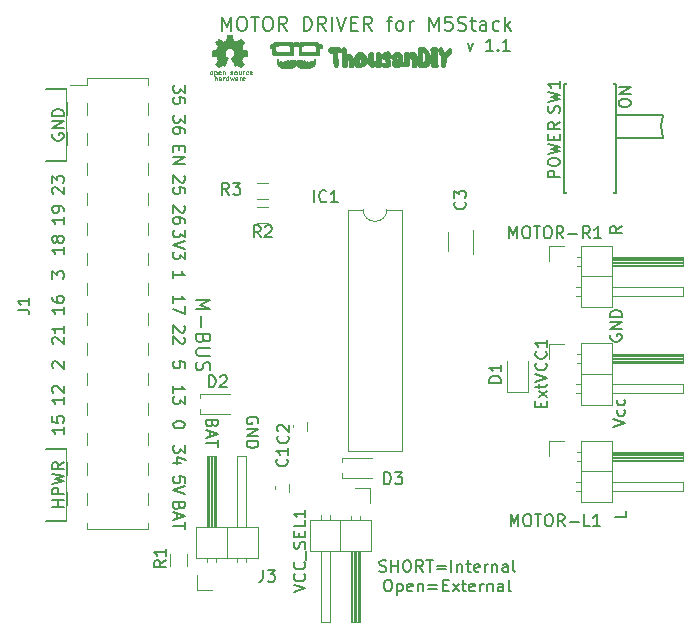
<source format=gto>
G04 #@! TF.FileFunction,Legend,Top*
%FSLAX46Y46*%
G04 Gerber Fmt 4.6, Leading zero omitted, Abs format (unit mm)*
G04 Created by KiCad (PCBNEW 4.0.7) date 09/04/18 00:29:55*
%MOMM*%
%LPD*%
G01*
G04 APERTURE LIST*
%ADD10C,0.100000*%
%ADD11C,0.150000*%
%ADD12C,0.080000*%
%ADD13C,0.200000*%
%ADD14C,0.120000*%
%ADD15C,0.002540*%
%ADD16C,0.127000*%
%ADD17C,3.600000*%
%ADD18R,1.150000X1.200000*%
%ADD19C,2.600000*%
%ADD20R,2.100000X2.100000*%
%ADD21O,2.100000X2.100000*%
%ADD22R,2.000000X1.400000*%
%ADD23R,2.800000X2.000000*%
%ADD24O,2.800000X2.000000*%
%ADD25R,1.300000X0.900000*%
%ADD26R,3.900000X3.200000*%
%ADD27R,1.750000X1.750000*%
%ADD28O,1.750000X1.750000*%
%ADD29R,0.850000X1.000000*%
%ADD30R,1.000000X0.850000*%
%ADD31R,0.900000X1.300000*%
%ADD32C,1.200000*%
%ADD33C,1.400000*%
%ADD34R,3.550000X1.400000*%
%ADD35C,2.100000*%
G04 APERTURE END LIST*
D10*
D11*
X153093381Y-125578476D02*
X153093381Y-126054667D01*
X152093381Y-126054667D01*
X152712381Y-101448476D02*
X152236190Y-101781810D01*
X152712381Y-102019905D02*
X151712381Y-102019905D01*
X151712381Y-101638952D01*
X151760000Y-101543714D01*
X151807619Y-101496095D01*
X151902857Y-101448476D01*
X152045714Y-101448476D01*
X152140952Y-101496095D01*
X152188571Y-101543714D01*
X152236190Y-101638952D01*
X152236190Y-102019905D01*
X152452381Y-91119048D02*
X152452381Y-90928571D01*
X152500000Y-90833333D01*
X152595238Y-90738095D01*
X152785714Y-90690476D01*
X153119048Y-90690476D01*
X153309524Y-90738095D01*
X153404762Y-90833333D01*
X153452381Y-90928571D01*
X153452381Y-91119048D01*
X153404762Y-91214286D01*
X153309524Y-91309524D01*
X153119048Y-91357143D01*
X152785714Y-91357143D01*
X152595238Y-91309524D01*
X152500000Y-91214286D01*
X152452381Y-91119048D01*
X153452381Y-90261905D02*
X152452381Y-90261905D01*
X153452381Y-89690476D01*
X152452381Y-89690476D01*
X147452381Y-97309524D02*
X146452381Y-97309524D01*
X146452381Y-96928571D01*
X146500000Y-96833333D01*
X146547619Y-96785714D01*
X146642857Y-96738095D01*
X146785714Y-96738095D01*
X146880952Y-96785714D01*
X146928571Y-96833333D01*
X146976190Y-96928571D01*
X146976190Y-97309524D01*
X146452381Y-96119048D02*
X146452381Y-95928571D01*
X146500000Y-95833333D01*
X146595238Y-95738095D01*
X146785714Y-95690476D01*
X147119048Y-95690476D01*
X147309524Y-95738095D01*
X147404762Y-95833333D01*
X147452381Y-95928571D01*
X147452381Y-96119048D01*
X147404762Y-96214286D01*
X147309524Y-96309524D01*
X147119048Y-96357143D01*
X146785714Y-96357143D01*
X146595238Y-96309524D01*
X146500000Y-96214286D01*
X146452381Y-96119048D01*
X146452381Y-95357143D02*
X147452381Y-95119048D01*
X146738095Y-94928571D01*
X147452381Y-94738095D01*
X146452381Y-94500000D01*
X146928571Y-94119048D02*
X146928571Y-93785714D01*
X147452381Y-93642857D02*
X147452381Y-94119048D01*
X146452381Y-94119048D01*
X146452381Y-93642857D01*
X147452381Y-92642857D02*
X146976190Y-92976191D01*
X147452381Y-93214286D02*
X146452381Y-93214286D01*
X146452381Y-92833333D01*
X146500000Y-92738095D01*
X146547619Y-92690476D01*
X146642857Y-92642857D01*
X146785714Y-92642857D01*
X146880952Y-92690476D01*
X146928571Y-92738095D01*
X146976190Y-92833333D01*
X146976190Y-93214286D01*
X132194714Y-130674762D02*
X132337571Y-130722381D01*
X132575667Y-130722381D01*
X132670905Y-130674762D01*
X132718524Y-130627143D01*
X132766143Y-130531905D01*
X132766143Y-130436667D01*
X132718524Y-130341429D01*
X132670905Y-130293810D01*
X132575667Y-130246190D01*
X132385190Y-130198571D01*
X132289952Y-130150952D01*
X132242333Y-130103333D01*
X132194714Y-130008095D01*
X132194714Y-129912857D01*
X132242333Y-129817619D01*
X132289952Y-129770000D01*
X132385190Y-129722381D01*
X132623286Y-129722381D01*
X132766143Y-129770000D01*
X133194714Y-130722381D02*
X133194714Y-129722381D01*
X133194714Y-130198571D02*
X133766143Y-130198571D01*
X133766143Y-130722381D02*
X133766143Y-129722381D01*
X134432809Y-129722381D02*
X134623286Y-129722381D01*
X134718524Y-129770000D01*
X134813762Y-129865238D01*
X134861381Y-130055714D01*
X134861381Y-130389048D01*
X134813762Y-130579524D01*
X134718524Y-130674762D01*
X134623286Y-130722381D01*
X134432809Y-130722381D01*
X134337571Y-130674762D01*
X134242333Y-130579524D01*
X134194714Y-130389048D01*
X134194714Y-130055714D01*
X134242333Y-129865238D01*
X134337571Y-129770000D01*
X134432809Y-129722381D01*
X135861381Y-130722381D02*
X135528047Y-130246190D01*
X135289952Y-130722381D02*
X135289952Y-129722381D01*
X135670905Y-129722381D01*
X135766143Y-129770000D01*
X135813762Y-129817619D01*
X135861381Y-129912857D01*
X135861381Y-130055714D01*
X135813762Y-130150952D01*
X135766143Y-130198571D01*
X135670905Y-130246190D01*
X135289952Y-130246190D01*
X136147095Y-129722381D02*
X136718524Y-129722381D01*
X136432809Y-130722381D02*
X136432809Y-129722381D01*
X137051857Y-130198571D02*
X137813762Y-130198571D01*
X137813762Y-130484286D02*
X137051857Y-130484286D01*
X138289952Y-130722381D02*
X138289952Y-129722381D01*
X138766142Y-130055714D02*
X138766142Y-130722381D01*
X138766142Y-130150952D02*
X138813761Y-130103333D01*
X138908999Y-130055714D01*
X139051857Y-130055714D01*
X139147095Y-130103333D01*
X139194714Y-130198571D01*
X139194714Y-130722381D01*
X139528047Y-130055714D02*
X139908999Y-130055714D01*
X139670904Y-129722381D02*
X139670904Y-130579524D01*
X139718523Y-130674762D01*
X139813761Y-130722381D01*
X139908999Y-130722381D01*
X140623286Y-130674762D02*
X140528048Y-130722381D01*
X140337571Y-130722381D01*
X140242333Y-130674762D01*
X140194714Y-130579524D01*
X140194714Y-130198571D01*
X140242333Y-130103333D01*
X140337571Y-130055714D01*
X140528048Y-130055714D01*
X140623286Y-130103333D01*
X140670905Y-130198571D01*
X140670905Y-130293810D01*
X140194714Y-130389048D01*
X141099476Y-130722381D02*
X141099476Y-130055714D01*
X141099476Y-130246190D02*
X141147095Y-130150952D01*
X141194714Y-130103333D01*
X141289952Y-130055714D01*
X141385191Y-130055714D01*
X141718524Y-130055714D02*
X141718524Y-130722381D01*
X141718524Y-130150952D02*
X141766143Y-130103333D01*
X141861381Y-130055714D01*
X142004239Y-130055714D01*
X142099477Y-130103333D01*
X142147096Y-130198571D01*
X142147096Y-130722381D01*
X143051858Y-130722381D02*
X143051858Y-130198571D01*
X143004239Y-130103333D01*
X142909001Y-130055714D01*
X142718524Y-130055714D01*
X142623286Y-130103333D01*
X143051858Y-130674762D02*
X142956620Y-130722381D01*
X142718524Y-130722381D01*
X142623286Y-130674762D01*
X142575667Y-130579524D01*
X142575667Y-130484286D01*
X142623286Y-130389048D01*
X142718524Y-130341429D01*
X142956620Y-130341429D01*
X143051858Y-130293810D01*
X143670905Y-130722381D02*
X143575667Y-130674762D01*
X143528048Y-130579524D01*
X143528048Y-129722381D01*
X132813761Y-131372381D02*
X133004238Y-131372381D01*
X133099476Y-131420000D01*
X133194714Y-131515238D01*
X133242333Y-131705714D01*
X133242333Y-132039048D01*
X133194714Y-132229524D01*
X133099476Y-132324762D01*
X133004238Y-132372381D01*
X132813761Y-132372381D01*
X132718523Y-132324762D01*
X132623285Y-132229524D01*
X132575666Y-132039048D01*
X132575666Y-131705714D01*
X132623285Y-131515238D01*
X132718523Y-131420000D01*
X132813761Y-131372381D01*
X133670904Y-131705714D02*
X133670904Y-132705714D01*
X133670904Y-131753333D02*
X133766142Y-131705714D01*
X133956619Y-131705714D01*
X134051857Y-131753333D01*
X134099476Y-131800952D01*
X134147095Y-131896190D01*
X134147095Y-132181905D01*
X134099476Y-132277143D01*
X134051857Y-132324762D01*
X133956619Y-132372381D01*
X133766142Y-132372381D01*
X133670904Y-132324762D01*
X134956619Y-132324762D02*
X134861381Y-132372381D01*
X134670904Y-132372381D01*
X134575666Y-132324762D01*
X134528047Y-132229524D01*
X134528047Y-131848571D01*
X134575666Y-131753333D01*
X134670904Y-131705714D01*
X134861381Y-131705714D01*
X134956619Y-131753333D01*
X135004238Y-131848571D01*
X135004238Y-131943810D01*
X134528047Y-132039048D01*
X135432809Y-131705714D02*
X135432809Y-132372381D01*
X135432809Y-131800952D02*
X135480428Y-131753333D01*
X135575666Y-131705714D01*
X135718524Y-131705714D01*
X135813762Y-131753333D01*
X135861381Y-131848571D01*
X135861381Y-132372381D01*
X136337571Y-131848571D02*
X137099476Y-131848571D01*
X137099476Y-132134286D02*
X136337571Y-132134286D01*
X137575666Y-131848571D02*
X137909000Y-131848571D01*
X138051857Y-132372381D02*
X137575666Y-132372381D01*
X137575666Y-131372381D01*
X138051857Y-131372381D01*
X138385190Y-132372381D02*
X138909000Y-131705714D01*
X138385190Y-131705714D02*
X138909000Y-132372381D01*
X139147095Y-131705714D02*
X139528047Y-131705714D01*
X139289952Y-131372381D02*
X139289952Y-132229524D01*
X139337571Y-132324762D01*
X139432809Y-132372381D01*
X139528047Y-132372381D01*
X140242334Y-132324762D02*
X140147096Y-132372381D01*
X139956619Y-132372381D01*
X139861381Y-132324762D01*
X139813762Y-132229524D01*
X139813762Y-131848571D01*
X139861381Y-131753333D01*
X139956619Y-131705714D01*
X140147096Y-131705714D01*
X140242334Y-131753333D01*
X140289953Y-131848571D01*
X140289953Y-131943810D01*
X139813762Y-132039048D01*
X140718524Y-132372381D02*
X140718524Y-131705714D01*
X140718524Y-131896190D02*
X140766143Y-131800952D01*
X140813762Y-131753333D01*
X140909000Y-131705714D01*
X141004239Y-131705714D01*
X141337572Y-131705714D02*
X141337572Y-132372381D01*
X141337572Y-131800952D02*
X141385191Y-131753333D01*
X141480429Y-131705714D01*
X141623287Y-131705714D01*
X141718525Y-131753333D01*
X141766144Y-131848571D01*
X141766144Y-132372381D01*
X142670906Y-132372381D02*
X142670906Y-131848571D01*
X142623287Y-131753333D01*
X142528049Y-131705714D01*
X142337572Y-131705714D01*
X142242334Y-131753333D01*
X142670906Y-132324762D02*
X142575668Y-132372381D01*
X142337572Y-132372381D01*
X142242334Y-132324762D01*
X142194715Y-132229524D01*
X142194715Y-132134286D01*
X142242334Y-132039048D01*
X142337572Y-131991429D01*
X142575668Y-131991429D01*
X142670906Y-131943810D01*
X143289953Y-132372381D02*
X143194715Y-132324762D01*
X143147096Y-132229524D01*
X143147096Y-131372381D01*
X121899000Y-118141096D02*
X121946619Y-118045858D01*
X121946619Y-117903001D01*
X121899000Y-117760143D01*
X121803762Y-117664905D01*
X121708524Y-117617286D01*
X121518048Y-117569667D01*
X121375190Y-117569667D01*
X121184714Y-117617286D01*
X121089476Y-117664905D01*
X120994238Y-117760143D01*
X120946619Y-117903001D01*
X120946619Y-117998239D01*
X120994238Y-118141096D01*
X121041857Y-118188715D01*
X121375190Y-118188715D01*
X121375190Y-117998239D01*
X120946619Y-118617286D02*
X121946619Y-118617286D01*
X120946619Y-119188715D01*
X121946619Y-119188715D01*
X120946619Y-119664905D02*
X121946619Y-119664905D01*
X121946619Y-119903000D01*
X121899000Y-120045858D01*
X121803762Y-120141096D01*
X121708524Y-120188715D01*
X121518048Y-120236334D01*
X121375190Y-120236334D01*
X121184714Y-120188715D01*
X121089476Y-120141096D01*
X120994238Y-120045858D01*
X120946619Y-119903000D01*
X120946619Y-119664905D01*
X118041429Y-118164905D02*
X117993810Y-118307762D01*
X117946190Y-118355381D01*
X117850952Y-118403000D01*
X117708095Y-118403000D01*
X117612857Y-118355381D01*
X117565238Y-118307762D01*
X117517619Y-118212524D01*
X117517619Y-117831571D01*
X118517619Y-117831571D01*
X118517619Y-118164905D01*
X118470000Y-118260143D01*
X118422381Y-118307762D01*
X118327143Y-118355381D01*
X118231905Y-118355381D01*
X118136667Y-118307762D01*
X118089048Y-118260143D01*
X118041429Y-118164905D01*
X118041429Y-117831571D01*
X117803333Y-118783952D02*
X117803333Y-119260143D01*
X117517619Y-118688714D02*
X118517619Y-119022047D01*
X117517619Y-119355381D01*
X118517619Y-119545857D02*
X118517619Y-120117286D01*
X117517619Y-119831571D02*
X118517619Y-119831571D01*
X151966381Y-118442476D02*
X152966381Y-118109143D01*
X151966381Y-117775809D01*
X152918762Y-117013904D02*
X152966381Y-117109142D01*
X152966381Y-117299619D01*
X152918762Y-117394857D01*
X152871143Y-117442476D01*
X152775905Y-117490095D01*
X152490190Y-117490095D01*
X152394952Y-117442476D01*
X152347333Y-117394857D01*
X152299714Y-117299619D01*
X152299714Y-117109142D01*
X152347333Y-117013904D01*
X152918762Y-116156761D02*
X152966381Y-116251999D01*
X152966381Y-116442476D01*
X152918762Y-116537714D01*
X152871143Y-116585333D01*
X152775905Y-116632952D01*
X152490190Y-116632952D01*
X152394952Y-116585333D01*
X152347333Y-116537714D01*
X152299714Y-116442476D01*
X152299714Y-116251999D01*
X152347333Y-116156761D01*
X151760000Y-110647904D02*
X151712381Y-110743142D01*
X151712381Y-110885999D01*
X151760000Y-111028857D01*
X151855238Y-111124095D01*
X151950476Y-111171714D01*
X152140952Y-111219333D01*
X152283810Y-111219333D01*
X152474286Y-111171714D01*
X152569524Y-111124095D01*
X152664762Y-111028857D01*
X152712381Y-110885999D01*
X152712381Y-110790761D01*
X152664762Y-110647904D01*
X152617143Y-110600285D01*
X152283810Y-110600285D01*
X152283810Y-110790761D01*
X152712381Y-110171714D02*
X151712381Y-110171714D01*
X152712381Y-109600285D01*
X151712381Y-109600285D01*
X152712381Y-109124095D02*
X151712381Y-109124095D01*
X151712381Y-108886000D01*
X151760000Y-108743142D01*
X151855238Y-108647904D01*
X151950476Y-108600285D01*
X152140952Y-108552666D01*
X152283810Y-108552666D01*
X152474286Y-108600285D01*
X152569524Y-108647904D01*
X152664762Y-108743142D01*
X152712381Y-108886000D01*
X152712381Y-109124095D01*
D12*
X118236857Y-89111952D02*
X118236857Y-88711952D01*
X118408286Y-89111952D02*
X118408286Y-88902429D01*
X118389238Y-88864333D01*
X118351143Y-88845286D01*
X118294000Y-88845286D01*
X118255905Y-88864333D01*
X118236857Y-88883381D01*
X118770191Y-89111952D02*
X118770191Y-88902429D01*
X118751143Y-88864333D01*
X118713048Y-88845286D01*
X118636857Y-88845286D01*
X118598762Y-88864333D01*
X118770191Y-89092905D02*
X118732095Y-89111952D01*
X118636857Y-89111952D01*
X118598762Y-89092905D01*
X118579714Y-89054810D01*
X118579714Y-89016714D01*
X118598762Y-88978619D01*
X118636857Y-88959571D01*
X118732095Y-88959571D01*
X118770191Y-88940524D01*
X118960667Y-89111952D02*
X118960667Y-88845286D01*
X118960667Y-88921476D02*
X118979715Y-88883381D01*
X118998762Y-88864333D01*
X119036858Y-88845286D01*
X119074953Y-88845286D01*
X119379715Y-89111952D02*
X119379715Y-88711952D01*
X119379715Y-89092905D02*
X119341619Y-89111952D01*
X119265429Y-89111952D01*
X119227334Y-89092905D01*
X119208286Y-89073857D01*
X119189238Y-89035762D01*
X119189238Y-88921476D01*
X119208286Y-88883381D01*
X119227334Y-88864333D01*
X119265429Y-88845286D01*
X119341619Y-88845286D01*
X119379715Y-88864333D01*
X119532096Y-88845286D02*
X119608286Y-89111952D01*
X119684477Y-88921476D01*
X119760667Y-89111952D01*
X119836858Y-88845286D01*
X120160668Y-89111952D02*
X120160668Y-88902429D01*
X120141620Y-88864333D01*
X120103525Y-88845286D01*
X120027334Y-88845286D01*
X119989239Y-88864333D01*
X120160668Y-89092905D02*
X120122572Y-89111952D01*
X120027334Y-89111952D01*
X119989239Y-89092905D01*
X119970191Y-89054810D01*
X119970191Y-89016714D01*
X119989239Y-88978619D01*
X120027334Y-88959571D01*
X120122572Y-88959571D01*
X120160668Y-88940524D01*
X120351144Y-89111952D02*
X120351144Y-88845286D01*
X120351144Y-88921476D02*
X120370192Y-88883381D01*
X120389239Y-88864333D01*
X120427335Y-88845286D01*
X120465430Y-88845286D01*
X120751144Y-89092905D02*
X120713049Y-89111952D01*
X120636858Y-89111952D01*
X120598763Y-89092905D01*
X120579715Y-89054810D01*
X120579715Y-88902429D01*
X120598763Y-88864333D01*
X120636858Y-88845286D01*
X120713049Y-88845286D01*
X120751144Y-88864333D01*
X120770192Y-88902429D01*
X120770192Y-88940524D01*
X120579715Y-88978619D01*
X117916238Y-88603952D02*
X117878143Y-88584905D01*
X117859095Y-88565857D01*
X117840047Y-88527762D01*
X117840047Y-88413476D01*
X117859095Y-88375381D01*
X117878143Y-88356333D01*
X117916238Y-88337286D01*
X117973381Y-88337286D01*
X118011476Y-88356333D01*
X118030524Y-88375381D01*
X118049571Y-88413476D01*
X118049571Y-88527762D01*
X118030524Y-88565857D01*
X118011476Y-88584905D01*
X117973381Y-88603952D01*
X117916238Y-88603952D01*
X118221000Y-88337286D02*
X118221000Y-88737286D01*
X118221000Y-88356333D02*
X118259095Y-88337286D01*
X118335286Y-88337286D01*
X118373381Y-88356333D01*
X118392429Y-88375381D01*
X118411476Y-88413476D01*
X118411476Y-88527762D01*
X118392429Y-88565857D01*
X118373381Y-88584905D01*
X118335286Y-88603952D01*
X118259095Y-88603952D01*
X118221000Y-88584905D01*
X118735286Y-88584905D02*
X118697191Y-88603952D01*
X118621000Y-88603952D01*
X118582905Y-88584905D01*
X118563857Y-88546810D01*
X118563857Y-88394429D01*
X118582905Y-88356333D01*
X118621000Y-88337286D01*
X118697191Y-88337286D01*
X118735286Y-88356333D01*
X118754334Y-88394429D01*
X118754334Y-88432524D01*
X118563857Y-88470619D01*
X118925762Y-88337286D02*
X118925762Y-88603952D01*
X118925762Y-88375381D02*
X118944810Y-88356333D01*
X118982905Y-88337286D01*
X119040048Y-88337286D01*
X119078143Y-88356333D01*
X119097191Y-88394429D01*
X119097191Y-88603952D01*
X119573381Y-88584905D02*
X119611477Y-88603952D01*
X119687667Y-88603952D01*
X119725762Y-88584905D01*
X119744810Y-88546810D01*
X119744810Y-88527762D01*
X119725762Y-88489667D01*
X119687667Y-88470619D01*
X119630524Y-88470619D01*
X119592429Y-88451571D01*
X119573381Y-88413476D01*
X119573381Y-88394429D01*
X119592429Y-88356333D01*
X119630524Y-88337286D01*
X119687667Y-88337286D01*
X119725762Y-88356333D01*
X119973382Y-88603952D02*
X119935287Y-88584905D01*
X119916239Y-88565857D01*
X119897191Y-88527762D01*
X119897191Y-88413476D01*
X119916239Y-88375381D01*
X119935287Y-88356333D01*
X119973382Y-88337286D01*
X120030525Y-88337286D01*
X120068620Y-88356333D01*
X120087668Y-88375381D01*
X120106715Y-88413476D01*
X120106715Y-88527762D01*
X120087668Y-88565857D01*
X120068620Y-88584905D01*
X120030525Y-88603952D01*
X119973382Y-88603952D01*
X120449573Y-88337286D02*
X120449573Y-88603952D01*
X120278144Y-88337286D02*
X120278144Y-88546810D01*
X120297192Y-88584905D01*
X120335287Y-88603952D01*
X120392430Y-88603952D01*
X120430525Y-88584905D01*
X120449573Y-88565857D01*
X120640049Y-88603952D02*
X120640049Y-88337286D01*
X120640049Y-88413476D02*
X120659097Y-88375381D01*
X120678144Y-88356333D01*
X120716240Y-88337286D01*
X120754335Y-88337286D01*
X121059097Y-88584905D02*
X121021001Y-88603952D01*
X120944811Y-88603952D01*
X120906716Y-88584905D01*
X120887668Y-88565857D01*
X120868620Y-88527762D01*
X120868620Y-88413476D01*
X120887668Y-88375381D01*
X120906716Y-88356333D01*
X120944811Y-88337286D01*
X121021001Y-88337286D01*
X121059097Y-88356333D01*
X121382906Y-88584905D02*
X121344811Y-88603952D01*
X121268620Y-88603952D01*
X121230525Y-88584905D01*
X121211477Y-88546810D01*
X121211477Y-88394429D01*
X121230525Y-88356333D01*
X121268620Y-88337286D01*
X121344811Y-88337286D01*
X121382906Y-88356333D01*
X121401954Y-88394429D01*
X121401954Y-88432524D01*
X121211477Y-88470619D01*
D13*
X139655476Y-85922714D02*
X139893571Y-86589381D01*
X140131667Y-85922714D01*
X141798334Y-86589381D02*
X141226905Y-86589381D01*
X141512619Y-86589381D02*
X141512619Y-85589381D01*
X141417381Y-85732238D01*
X141322143Y-85827476D01*
X141226905Y-85875095D01*
X142226905Y-86494143D02*
X142274524Y-86541762D01*
X142226905Y-86589381D01*
X142179286Y-86541762D01*
X142226905Y-86494143D01*
X142226905Y-86589381D01*
X143226905Y-86589381D02*
X142655476Y-86589381D01*
X142941190Y-86589381D02*
X142941190Y-85589381D01*
X142845952Y-85732238D01*
X142750714Y-85827476D01*
X142655476Y-85875095D01*
X116665143Y-107705143D02*
X117865143Y-107705143D01*
X117008000Y-108105143D01*
X117865143Y-108505143D01*
X116665143Y-108505143D01*
X117122286Y-109076572D02*
X117122286Y-109990858D01*
X117293714Y-110962286D02*
X117236571Y-111133715D01*
X117179429Y-111190858D01*
X117065143Y-111248001D01*
X116893714Y-111248001D01*
X116779429Y-111190858D01*
X116722286Y-111133715D01*
X116665143Y-111019429D01*
X116665143Y-110562286D01*
X117865143Y-110562286D01*
X117865143Y-110962286D01*
X117808000Y-111076572D01*
X117750857Y-111133715D01*
X117636571Y-111190858D01*
X117522286Y-111190858D01*
X117408000Y-111133715D01*
X117350857Y-111076572D01*
X117293714Y-110962286D01*
X117293714Y-110562286D01*
X117865143Y-111762286D02*
X116893714Y-111762286D01*
X116779429Y-111819429D01*
X116722286Y-111876572D01*
X116665143Y-111990858D01*
X116665143Y-112219429D01*
X116722286Y-112333715D01*
X116779429Y-112390858D01*
X116893714Y-112448001D01*
X117865143Y-112448001D01*
X116722286Y-112962286D02*
X116665143Y-113133715D01*
X116665143Y-113419429D01*
X116722286Y-113533715D01*
X116779429Y-113590858D01*
X116893714Y-113648001D01*
X117008000Y-113648001D01*
X117122286Y-113590858D01*
X117179429Y-113533715D01*
X117236571Y-113419429D01*
X117293714Y-113190858D01*
X117350857Y-113076572D01*
X117408000Y-113019429D01*
X117522286Y-112962286D01*
X117636571Y-112962286D01*
X117750857Y-113019429D01*
X117808000Y-113076572D01*
X117865143Y-113190858D01*
X117865143Y-113476572D01*
X117808000Y-113648001D01*
X118851000Y-84901857D02*
X118851000Y-83701857D01*
X119251000Y-84559000D01*
X119651000Y-83701857D01*
X119651000Y-84901857D01*
X120451001Y-83701857D02*
X120679572Y-83701857D01*
X120793858Y-83759000D01*
X120908144Y-83873286D01*
X120965286Y-84101857D01*
X120965286Y-84501857D01*
X120908144Y-84730429D01*
X120793858Y-84844714D01*
X120679572Y-84901857D01*
X120451001Y-84901857D01*
X120336715Y-84844714D01*
X120222429Y-84730429D01*
X120165286Y-84501857D01*
X120165286Y-84101857D01*
X120222429Y-83873286D01*
X120336715Y-83759000D01*
X120451001Y-83701857D01*
X121308144Y-83701857D02*
X121993858Y-83701857D01*
X121651001Y-84901857D02*
X121651001Y-83701857D01*
X122622430Y-83701857D02*
X122851001Y-83701857D01*
X122965287Y-83759000D01*
X123079573Y-83873286D01*
X123136715Y-84101857D01*
X123136715Y-84501857D01*
X123079573Y-84730429D01*
X122965287Y-84844714D01*
X122851001Y-84901857D01*
X122622430Y-84901857D01*
X122508144Y-84844714D01*
X122393858Y-84730429D01*
X122336715Y-84501857D01*
X122336715Y-84101857D01*
X122393858Y-83873286D01*
X122508144Y-83759000D01*
X122622430Y-83701857D01*
X124336716Y-84901857D02*
X123936716Y-84330429D01*
X123651001Y-84901857D02*
X123651001Y-83701857D01*
X124108144Y-83701857D01*
X124222430Y-83759000D01*
X124279573Y-83816143D01*
X124336716Y-83930429D01*
X124336716Y-84101857D01*
X124279573Y-84216143D01*
X124222430Y-84273286D01*
X124108144Y-84330429D01*
X123651001Y-84330429D01*
X125765287Y-84901857D02*
X125765287Y-83701857D01*
X126051002Y-83701857D01*
X126222430Y-83759000D01*
X126336716Y-83873286D01*
X126393859Y-83987571D01*
X126451002Y-84216143D01*
X126451002Y-84387571D01*
X126393859Y-84616143D01*
X126336716Y-84730429D01*
X126222430Y-84844714D01*
X126051002Y-84901857D01*
X125765287Y-84901857D01*
X127651002Y-84901857D02*
X127251002Y-84330429D01*
X126965287Y-84901857D02*
X126965287Y-83701857D01*
X127422430Y-83701857D01*
X127536716Y-83759000D01*
X127593859Y-83816143D01*
X127651002Y-83930429D01*
X127651002Y-84101857D01*
X127593859Y-84216143D01*
X127536716Y-84273286D01*
X127422430Y-84330429D01*
X126965287Y-84330429D01*
X128165287Y-84901857D02*
X128165287Y-83701857D01*
X128565288Y-83701857D02*
X128965288Y-84901857D01*
X129365288Y-83701857D01*
X129765287Y-84273286D02*
X130165287Y-84273286D01*
X130336716Y-84901857D02*
X129765287Y-84901857D01*
X129765287Y-83701857D01*
X130336716Y-83701857D01*
X131536716Y-84901857D02*
X131136716Y-84330429D01*
X130851001Y-84901857D02*
X130851001Y-83701857D01*
X131308144Y-83701857D01*
X131422430Y-83759000D01*
X131479573Y-83816143D01*
X131536716Y-83930429D01*
X131536716Y-84101857D01*
X131479573Y-84216143D01*
X131422430Y-84273286D01*
X131308144Y-84330429D01*
X130851001Y-84330429D01*
X132793859Y-84101857D02*
X133251002Y-84101857D01*
X132965287Y-84901857D02*
X132965287Y-83873286D01*
X133022430Y-83759000D01*
X133136716Y-83701857D01*
X133251002Y-83701857D01*
X133822430Y-84901857D02*
X133708144Y-84844714D01*
X133651001Y-84787571D01*
X133593858Y-84673286D01*
X133593858Y-84330429D01*
X133651001Y-84216143D01*
X133708144Y-84159000D01*
X133822430Y-84101857D01*
X133993858Y-84101857D01*
X134108144Y-84159000D01*
X134165287Y-84216143D01*
X134222430Y-84330429D01*
X134222430Y-84673286D01*
X134165287Y-84787571D01*
X134108144Y-84844714D01*
X133993858Y-84901857D01*
X133822430Y-84901857D01*
X134736715Y-84901857D02*
X134736715Y-84101857D01*
X134736715Y-84330429D02*
X134793858Y-84216143D01*
X134851001Y-84159000D01*
X134965287Y-84101857D01*
X135079572Y-84101857D01*
X136393858Y-84901857D02*
X136393858Y-83701857D01*
X136793858Y-84559000D01*
X137193858Y-83701857D01*
X137193858Y-84901857D01*
X138336716Y-83701857D02*
X137765287Y-83701857D01*
X137708144Y-84273286D01*
X137765287Y-84216143D01*
X137879573Y-84159000D01*
X138165287Y-84159000D01*
X138279573Y-84216143D01*
X138336716Y-84273286D01*
X138393859Y-84387571D01*
X138393859Y-84673286D01*
X138336716Y-84787571D01*
X138279573Y-84844714D01*
X138165287Y-84901857D01*
X137879573Y-84901857D01*
X137765287Y-84844714D01*
X137708144Y-84787571D01*
X138851001Y-84844714D02*
X139022430Y-84901857D01*
X139308144Y-84901857D01*
X139422430Y-84844714D01*
X139479573Y-84787571D01*
X139536716Y-84673286D01*
X139536716Y-84559000D01*
X139479573Y-84444714D01*
X139422430Y-84387571D01*
X139308144Y-84330429D01*
X139079573Y-84273286D01*
X138965287Y-84216143D01*
X138908144Y-84159000D01*
X138851001Y-84044714D01*
X138851001Y-83930429D01*
X138908144Y-83816143D01*
X138965287Y-83759000D01*
X139079573Y-83701857D01*
X139365287Y-83701857D01*
X139536716Y-83759000D01*
X139879573Y-84101857D02*
X140336716Y-84101857D01*
X140051001Y-83701857D02*
X140051001Y-84730429D01*
X140108144Y-84844714D01*
X140222430Y-84901857D01*
X140336716Y-84901857D01*
X141251001Y-84901857D02*
X141251001Y-84273286D01*
X141193858Y-84159000D01*
X141079572Y-84101857D01*
X140851001Y-84101857D01*
X140736715Y-84159000D01*
X141251001Y-84844714D02*
X141136715Y-84901857D01*
X140851001Y-84901857D01*
X140736715Y-84844714D01*
X140679572Y-84730429D01*
X140679572Y-84616143D01*
X140736715Y-84501857D01*
X140851001Y-84444714D01*
X141136715Y-84444714D01*
X141251001Y-84387571D01*
X142336715Y-84844714D02*
X142222429Y-84901857D01*
X141993858Y-84901857D01*
X141879572Y-84844714D01*
X141822429Y-84787571D01*
X141765286Y-84673286D01*
X141765286Y-84330429D01*
X141822429Y-84216143D01*
X141879572Y-84159000D01*
X141993858Y-84101857D01*
X142222429Y-84101857D01*
X142336715Y-84159000D01*
X142851000Y-84901857D02*
X142851000Y-83701857D01*
X142965286Y-84444714D02*
X143308143Y-84901857D01*
X143308143Y-84101857D02*
X142851000Y-84559000D01*
X115247429Y-125149905D02*
X115199810Y-125292762D01*
X115152190Y-125340381D01*
X115056952Y-125388000D01*
X114914095Y-125388000D01*
X114818857Y-125340381D01*
X114771238Y-125292762D01*
X114723619Y-125197524D01*
X114723619Y-124816571D01*
X115723619Y-124816571D01*
X115723619Y-125149905D01*
X115676000Y-125245143D01*
X115628381Y-125292762D01*
X115533143Y-125340381D01*
X115437905Y-125340381D01*
X115342667Y-125292762D01*
X115295048Y-125245143D01*
X115247429Y-125149905D01*
X115247429Y-124816571D01*
X115009333Y-125768952D02*
X115009333Y-126245143D01*
X114723619Y-125673714D02*
X115723619Y-126007047D01*
X114723619Y-126340381D01*
X115723619Y-126530857D02*
X115723619Y-127102286D01*
X114723619Y-126816571D02*
X115723619Y-126816571D01*
X115723619Y-123157524D02*
X115723619Y-122681333D01*
X115247429Y-122633714D01*
X115295048Y-122681333D01*
X115342667Y-122776571D01*
X115342667Y-123014667D01*
X115295048Y-123109905D01*
X115247429Y-123157524D01*
X115152190Y-123205143D01*
X114914095Y-123205143D01*
X114818857Y-123157524D01*
X114771238Y-123109905D01*
X114723619Y-123014667D01*
X114723619Y-122776571D01*
X114771238Y-122681333D01*
X114818857Y-122633714D01*
X115723619Y-123490857D02*
X114723619Y-123824190D01*
X115723619Y-124157524D01*
X115723619Y-119998476D02*
X115723619Y-120617524D01*
X115342667Y-120284190D01*
X115342667Y-120427048D01*
X115295048Y-120522286D01*
X115247429Y-120569905D01*
X115152190Y-120617524D01*
X114914095Y-120617524D01*
X114818857Y-120569905D01*
X114771238Y-120522286D01*
X114723619Y-120427048D01*
X114723619Y-120141333D01*
X114771238Y-120046095D01*
X114818857Y-119998476D01*
X115390286Y-121474667D02*
X114723619Y-121474667D01*
X115771238Y-121236571D02*
X115056952Y-120998476D01*
X115056952Y-121617524D01*
X115723619Y-118220381D02*
X115723619Y-118315620D01*
X115676000Y-118410858D01*
X115628381Y-118458477D01*
X115533143Y-118506096D01*
X115342667Y-118553715D01*
X115104571Y-118553715D01*
X114914095Y-118506096D01*
X114818857Y-118458477D01*
X114771238Y-118410858D01*
X114723619Y-118315620D01*
X114723619Y-118220381D01*
X114771238Y-118125143D01*
X114818857Y-118077524D01*
X114914095Y-118029905D01*
X115104571Y-117982286D01*
X115342667Y-117982286D01*
X115533143Y-118029905D01*
X115628381Y-118077524D01*
X115676000Y-118125143D01*
X115723619Y-118220381D01*
X114723619Y-115537524D02*
X114723619Y-114966095D01*
X114723619Y-115251809D02*
X115723619Y-115251809D01*
X115580762Y-115156571D01*
X115485524Y-115061333D01*
X115437905Y-114966095D01*
X115723619Y-115870857D02*
X115723619Y-116489905D01*
X115342667Y-116156571D01*
X115342667Y-116299429D01*
X115295048Y-116394667D01*
X115247429Y-116442286D01*
X115152190Y-116489905D01*
X114914095Y-116489905D01*
X114818857Y-116442286D01*
X114771238Y-116394667D01*
X114723619Y-116299429D01*
X114723619Y-116013714D01*
X114771238Y-115918476D01*
X114818857Y-115870857D01*
X115723619Y-113426096D02*
X115723619Y-112949905D01*
X115247429Y-112902286D01*
X115295048Y-112949905D01*
X115342667Y-113045143D01*
X115342667Y-113283239D01*
X115295048Y-113378477D01*
X115247429Y-113426096D01*
X115152190Y-113473715D01*
X114914095Y-113473715D01*
X114818857Y-113426096D01*
X114771238Y-113378477D01*
X114723619Y-113283239D01*
X114723619Y-113045143D01*
X114771238Y-112949905D01*
X114818857Y-112902286D01*
X115628381Y-109886095D02*
X115676000Y-109933714D01*
X115723619Y-110028952D01*
X115723619Y-110267048D01*
X115676000Y-110362286D01*
X115628381Y-110409905D01*
X115533143Y-110457524D01*
X115437905Y-110457524D01*
X115295048Y-110409905D01*
X114723619Y-109838476D01*
X114723619Y-110457524D01*
X115628381Y-110838476D02*
X115676000Y-110886095D01*
X115723619Y-110981333D01*
X115723619Y-111219429D01*
X115676000Y-111314667D01*
X115628381Y-111362286D01*
X115533143Y-111409905D01*
X115437905Y-111409905D01*
X115295048Y-111362286D01*
X114723619Y-110790857D01*
X114723619Y-111409905D01*
X114723619Y-107917524D02*
X114723619Y-107346095D01*
X114723619Y-107631809D02*
X115723619Y-107631809D01*
X115580762Y-107536571D01*
X115485524Y-107441333D01*
X115437905Y-107346095D01*
X115723619Y-108250857D02*
X115723619Y-108917524D01*
X114723619Y-108488952D01*
X114723619Y-105853715D02*
X114723619Y-105282286D01*
X114723619Y-105568000D02*
X115723619Y-105568000D01*
X115580762Y-105472762D01*
X115485524Y-105377524D01*
X115437905Y-105282286D01*
X115723619Y-101789905D02*
X115723619Y-102408953D01*
X115342667Y-102075619D01*
X115342667Y-102218477D01*
X115295048Y-102313715D01*
X115247429Y-102361334D01*
X115152190Y-102408953D01*
X114914095Y-102408953D01*
X114818857Y-102361334D01*
X114771238Y-102313715D01*
X114723619Y-102218477D01*
X114723619Y-101932762D01*
X114771238Y-101837524D01*
X114818857Y-101789905D01*
X115723619Y-102694667D02*
X114723619Y-103028000D01*
X115723619Y-103361334D01*
X115723619Y-103599429D02*
X115723619Y-104218477D01*
X115342667Y-103885143D01*
X115342667Y-104028001D01*
X115295048Y-104123239D01*
X115247429Y-104170858D01*
X115152190Y-104218477D01*
X114914095Y-104218477D01*
X114818857Y-104170858D01*
X114771238Y-104123239D01*
X114723619Y-104028001D01*
X114723619Y-103742286D01*
X114771238Y-103647048D01*
X114818857Y-103599429D01*
X115628381Y-99726095D02*
X115676000Y-99773714D01*
X115723619Y-99868952D01*
X115723619Y-100107048D01*
X115676000Y-100202286D01*
X115628381Y-100249905D01*
X115533143Y-100297524D01*
X115437905Y-100297524D01*
X115295048Y-100249905D01*
X114723619Y-99678476D01*
X114723619Y-100297524D01*
X115723619Y-101154667D02*
X115723619Y-100964190D01*
X115676000Y-100868952D01*
X115628381Y-100821333D01*
X115485524Y-100726095D01*
X115295048Y-100678476D01*
X114914095Y-100678476D01*
X114818857Y-100726095D01*
X114771238Y-100773714D01*
X114723619Y-100868952D01*
X114723619Y-101059429D01*
X114771238Y-101154667D01*
X114818857Y-101202286D01*
X114914095Y-101249905D01*
X115152190Y-101249905D01*
X115247429Y-101202286D01*
X115295048Y-101154667D01*
X115342667Y-101059429D01*
X115342667Y-100868952D01*
X115295048Y-100773714D01*
X115247429Y-100726095D01*
X115152190Y-100678476D01*
X115628381Y-97186095D02*
X115676000Y-97233714D01*
X115723619Y-97328952D01*
X115723619Y-97567048D01*
X115676000Y-97662286D01*
X115628381Y-97709905D01*
X115533143Y-97757524D01*
X115437905Y-97757524D01*
X115295048Y-97709905D01*
X114723619Y-97138476D01*
X114723619Y-97757524D01*
X115723619Y-98662286D02*
X115723619Y-98186095D01*
X115247429Y-98138476D01*
X115295048Y-98186095D01*
X115342667Y-98281333D01*
X115342667Y-98519429D01*
X115295048Y-98614667D01*
X115247429Y-98662286D01*
X115152190Y-98709905D01*
X114914095Y-98709905D01*
X114818857Y-98662286D01*
X114771238Y-98614667D01*
X114723619Y-98519429D01*
X114723619Y-98281333D01*
X114771238Y-98186095D01*
X114818857Y-98138476D01*
X115247429Y-94669905D02*
X115247429Y-95003239D01*
X114723619Y-95146096D02*
X114723619Y-94669905D01*
X115723619Y-94669905D01*
X115723619Y-95146096D01*
X114723619Y-95574667D02*
X115723619Y-95574667D01*
X114723619Y-96146096D01*
X115723619Y-96146096D01*
X115723619Y-92058476D02*
X115723619Y-92677524D01*
X115342667Y-92344190D01*
X115342667Y-92487048D01*
X115295048Y-92582286D01*
X115247429Y-92629905D01*
X115152190Y-92677524D01*
X114914095Y-92677524D01*
X114818857Y-92629905D01*
X114771238Y-92582286D01*
X114723619Y-92487048D01*
X114723619Y-92201333D01*
X114771238Y-92106095D01*
X114818857Y-92058476D01*
X115723619Y-93534667D02*
X115723619Y-93344190D01*
X115676000Y-93248952D01*
X115628381Y-93201333D01*
X115485524Y-93106095D01*
X115295048Y-93058476D01*
X114914095Y-93058476D01*
X114818857Y-93106095D01*
X114771238Y-93153714D01*
X114723619Y-93248952D01*
X114723619Y-93439429D01*
X114771238Y-93534667D01*
X114818857Y-93582286D01*
X114914095Y-93629905D01*
X115152190Y-93629905D01*
X115247429Y-93582286D01*
X115295048Y-93534667D01*
X115342667Y-93439429D01*
X115342667Y-93248952D01*
X115295048Y-93153714D01*
X115247429Y-93106095D01*
X115152190Y-93058476D01*
X115723619Y-89518476D02*
X115723619Y-90137524D01*
X115342667Y-89804190D01*
X115342667Y-89947048D01*
X115295048Y-90042286D01*
X115247429Y-90089905D01*
X115152190Y-90137524D01*
X114914095Y-90137524D01*
X114818857Y-90089905D01*
X114771238Y-90042286D01*
X114723619Y-89947048D01*
X114723619Y-89661333D01*
X114771238Y-89566095D01*
X114818857Y-89518476D01*
X115723619Y-91042286D02*
X115723619Y-90566095D01*
X115247429Y-90518476D01*
X115295048Y-90566095D01*
X115342667Y-90661333D01*
X115342667Y-90899429D01*
X115295048Y-90994667D01*
X115247429Y-91042286D01*
X115152190Y-91089905D01*
X114914095Y-91089905D01*
X114818857Y-91042286D01*
X114771238Y-90994667D01*
X114723619Y-90899429D01*
X114723619Y-90661333D01*
X114771238Y-90566095D01*
X114818857Y-90518476D01*
X105778000Y-126396000D02*
X104000000Y-126396000D01*
X105778000Y-120300000D02*
X105778000Y-126396000D01*
X104000000Y-120300000D02*
X105778000Y-120300000D01*
X105778000Y-89820000D02*
X105778000Y-95916000D01*
X105778000Y-95916000D02*
X104000000Y-95916000D01*
X104000000Y-89820000D02*
X105778000Y-89820000D01*
X105468381Y-125205143D02*
X104468381Y-125205143D01*
X104944571Y-125205143D02*
X104944571Y-124633714D01*
X105468381Y-124633714D02*
X104468381Y-124633714D01*
X105468381Y-124157524D02*
X104468381Y-124157524D01*
X104468381Y-123776571D01*
X104516000Y-123681333D01*
X104563619Y-123633714D01*
X104658857Y-123586095D01*
X104801714Y-123586095D01*
X104896952Y-123633714D01*
X104944571Y-123681333D01*
X104992190Y-123776571D01*
X104992190Y-124157524D01*
X104468381Y-123252762D02*
X105468381Y-123014667D01*
X104754095Y-122824190D01*
X105468381Y-122633714D01*
X104468381Y-122395619D01*
X105468381Y-121443238D02*
X104992190Y-121776572D01*
X105468381Y-122014667D02*
X104468381Y-122014667D01*
X104468381Y-121633714D01*
X104516000Y-121538476D01*
X104563619Y-121490857D01*
X104658857Y-121443238D01*
X104801714Y-121443238D01*
X104896952Y-121490857D01*
X104944571Y-121538476D01*
X104992190Y-121633714D01*
X104992190Y-122014667D01*
X105468381Y-118458476D02*
X105468381Y-119029905D01*
X105468381Y-118744191D02*
X104468381Y-118744191D01*
X104611238Y-118839429D01*
X104706476Y-118934667D01*
X104754095Y-119029905D01*
X104468381Y-117553714D02*
X104468381Y-118029905D01*
X104944571Y-118077524D01*
X104896952Y-118029905D01*
X104849333Y-117934667D01*
X104849333Y-117696571D01*
X104896952Y-117601333D01*
X104944571Y-117553714D01*
X105039810Y-117506095D01*
X105277905Y-117506095D01*
X105373143Y-117553714D01*
X105420762Y-117601333D01*
X105468381Y-117696571D01*
X105468381Y-117934667D01*
X105420762Y-118029905D01*
X105373143Y-118077524D01*
X105468381Y-115918476D02*
X105468381Y-116489905D01*
X105468381Y-116204191D02*
X104468381Y-116204191D01*
X104611238Y-116299429D01*
X104706476Y-116394667D01*
X104754095Y-116489905D01*
X104563619Y-115537524D02*
X104516000Y-115489905D01*
X104468381Y-115394667D01*
X104468381Y-115156571D01*
X104516000Y-115061333D01*
X104563619Y-115013714D01*
X104658857Y-114966095D01*
X104754095Y-114966095D01*
X104896952Y-115013714D01*
X105468381Y-115585143D01*
X105468381Y-114966095D01*
X104563619Y-113473714D02*
X104516000Y-113426095D01*
X104468381Y-113330857D01*
X104468381Y-113092761D01*
X104516000Y-112997523D01*
X104563619Y-112949904D01*
X104658857Y-112902285D01*
X104754095Y-112902285D01*
X104896952Y-112949904D01*
X105468381Y-113521333D01*
X105468381Y-112902285D01*
X104563619Y-111409905D02*
X104516000Y-111362286D01*
X104468381Y-111267048D01*
X104468381Y-111028952D01*
X104516000Y-110933714D01*
X104563619Y-110886095D01*
X104658857Y-110838476D01*
X104754095Y-110838476D01*
X104896952Y-110886095D01*
X105468381Y-111457524D01*
X105468381Y-110838476D01*
X105468381Y-109886095D02*
X105468381Y-110457524D01*
X105468381Y-110171810D02*
X104468381Y-110171810D01*
X104611238Y-110267048D01*
X104706476Y-110362286D01*
X104754095Y-110457524D01*
X105468381Y-108298476D02*
X105468381Y-108869905D01*
X105468381Y-108584191D02*
X104468381Y-108584191D01*
X104611238Y-108679429D01*
X104706476Y-108774667D01*
X104754095Y-108869905D01*
X104468381Y-107441333D02*
X104468381Y-107631810D01*
X104516000Y-107727048D01*
X104563619Y-107774667D01*
X104706476Y-107869905D01*
X104896952Y-107917524D01*
X105277905Y-107917524D01*
X105373143Y-107869905D01*
X105420762Y-107822286D01*
X105468381Y-107727048D01*
X105468381Y-107536571D01*
X105420762Y-107441333D01*
X105373143Y-107393714D01*
X105277905Y-107346095D01*
X105039810Y-107346095D01*
X104944571Y-107393714D01*
X104896952Y-107441333D01*
X104849333Y-107536571D01*
X104849333Y-107727048D01*
X104896952Y-107822286D01*
X104944571Y-107869905D01*
X105039810Y-107917524D01*
X104468381Y-105901333D02*
X104468381Y-105282285D01*
X104849333Y-105615619D01*
X104849333Y-105472761D01*
X104896952Y-105377523D01*
X104944571Y-105329904D01*
X105039810Y-105282285D01*
X105277905Y-105282285D01*
X105373143Y-105329904D01*
X105420762Y-105377523D01*
X105468381Y-105472761D01*
X105468381Y-105758476D01*
X105420762Y-105853714D01*
X105373143Y-105901333D01*
X105468381Y-103218476D02*
X105468381Y-103789905D01*
X105468381Y-103504191D02*
X104468381Y-103504191D01*
X104611238Y-103599429D01*
X104706476Y-103694667D01*
X104754095Y-103789905D01*
X104896952Y-102647048D02*
X104849333Y-102742286D01*
X104801714Y-102789905D01*
X104706476Y-102837524D01*
X104658857Y-102837524D01*
X104563619Y-102789905D01*
X104516000Y-102742286D01*
X104468381Y-102647048D01*
X104468381Y-102456571D01*
X104516000Y-102361333D01*
X104563619Y-102313714D01*
X104658857Y-102266095D01*
X104706476Y-102266095D01*
X104801714Y-102313714D01*
X104849333Y-102361333D01*
X104896952Y-102456571D01*
X104896952Y-102647048D01*
X104944571Y-102742286D01*
X104992190Y-102789905D01*
X105087429Y-102837524D01*
X105277905Y-102837524D01*
X105373143Y-102789905D01*
X105420762Y-102742286D01*
X105468381Y-102647048D01*
X105468381Y-102456571D01*
X105420762Y-102361333D01*
X105373143Y-102313714D01*
X105277905Y-102266095D01*
X105087429Y-102266095D01*
X104992190Y-102313714D01*
X104944571Y-102361333D01*
X104896952Y-102456571D01*
X105468381Y-100678476D02*
X105468381Y-101249905D01*
X105468381Y-100964191D02*
X104468381Y-100964191D01*
X104611238Y-101059429D01*
X104706476Y-101154667D01*
X104754095Y-101249905D01*
X105468381Y-100202286D02*
X105468381Y-100011810D01*
X105420762Y-99916571D01*
X105373143Y-99868952D01*
X105230286Y-99773714D01*
X105039810Y-99726095D01*
X104658857Y-99726095D01*
X104563619Y-99773714D01*
X104516000Y-99821333D01*
X104468381Y-99916571D01*
X104468381Y-100107048D01*
X104516000Y-100202286D01*
X104563619Y-100249905D01*
X104658857Y-100297524D01*
X104896952Y-100297524D01*
X104992190Y-100249905D01*
X105039810Y-100202286D01*
X105087429Y-100107048D01*
X105087429Y-99916571D01*
X105039810Y-99821333D01*
X104992190Y-99773714D01*
X104896952Y-99726095D01*
X104563619Y-98709905D02*
X104516000Y-98662286D01*
X104468381Y-98567048D01*
X104468381Y-98328952D01*
X104516000Y-98233714D01*
X104563619Y-98186095D01*
X104658857Y-98138476D01*
X104754095Y-98138476D01*
X104896952Y-98186095D01*
X105468381Y-98757524D01*
X105468381Y-98138476D01*
X104468381Y-97805143D02*
X104468381Y-97186095D01*
X104849333Y-97519429D01*
X104849333Y-97376571D01*
X104896952Y-97281333D01*
X104944571Y-97233714D01*
X105039810Y-97186095D01*
X105277905Y-97186095D01*
X105373143Y-97233714D01*
X105420762Y-97281333D01*
X105468381Y-97376571D01*
X105468381Y-97662286D01*
X105420762Y-97757524D01*
X105373143Y-97805143D01*
X104516000Y-93629904D02*
X104468381Y-93725142D01*
X104468381Y-93867999D01*
X104516000Y-94010857D01*
X104611238Y-94106095D01*
X104706476Y-94153714D01*
X104896952Y-94201333D01*
X105039810Y-94201333D01*
X105230286Y-94153714D01*
X105325524Y-94106095D01*
X105420762Y-94010857D01*
X105468381Y-93867999D01*
X105468381Y-93772761D01*
X105420762Y-93629904D01*
X105373143Y-93582285D01*
X105039810Y-93582285D01*
X105039810Y-93772761D01*
X105468381Y-93153714D02*
X104468381Y-93153714D01*
X105468381Y-92582285D01*
X104468381Y-92582285D01*
X105468381Y-92106095D02*
X104468381Y-92106095D01*
X104468381Y-91868000D01*
X104516000Y-91725142D01*
X104611238Y-91629904D01*
X104706476Y-91582285D01*
X104896952Y-91534666D01*
X105039810Y-91534666D01*
X105230286Y-91582285D01*
X105325524Y-91629904D01*
X105420762Y-91725142D01*
X105468381Y-91868000D01*
X105468381Y-92106095D01*
D14*
X123339000Y-123952000D02*
X123339000Y-123252000D01*
X124539000Y-123252000D02*
X124539000Y-123952000D01*
X116670000Y-129560000D02*
X121870000Y-129560000D01*
X121870000Y-129560000D02*
X121870000Y-126900000D01*
X121870000Y-126900000D02*
X116670000Y-126900000D01*
X116670000Y-126900000D02*
X116670000Y-129560000D01*
X117620000Y-126900000D02*
X117620000Y-120900000D01*
X117620000Y-120900000D02*
X118380000Y-120900000D01*
X118380000Y-120900000D02*
X118380000Y-126900000D01*
X117680000Y-126900000D02*
X117680000Y-120900000D01*
X117800000Y-126900000D02*
X117800000Y-120900000D01*
X117920000Y-126900000D02*
X117920000Y-120900000D01*
X118040000Y-126900000D02*
X118040000Y-120900000D01*
X118160000Y-126900000D02*
X118160000Y-120900000D01*
X118280000Y-126900000D02*
X118280000Y-120900000D01*
X117620000Y-129890000D02*
X117620000Y-129560000D01*
X118380000Y-129890000D02*
X118380000Y-129560000D01*
X119270000Y-129560000D02*
X119270000Y-126900000D01*
X120160000Y-126900000D02*
X120160000Y-120900000D01*
X120160000Y-120900000D02*
X120920000Y-120900000D01*
X120920000Y-120900000D02*
X120920000Y-126900000D01*
X120160000Y-129957071D02*
X120160000Y-129560000D01*
X120920000Y-129957071D02*
X120920000Y-129560000D01*
X118000000Y-132270000D02*
X116730000Y-132270000D01*
X116730000Y-132270000D02*
X116730000Y-131000000D01*
D15*
G36*
X118584680Y-87991200D02*
X118602460Y-87983580D01*
X118635480Y-87960720D01*
X118686280Y-87927700D01*
X118744700Y-87889600D01*
X118805660Y-87848960D01*
X118853920Y-87815940D01*
X118889480Y-87793080D01*
X118902180Y-87785460D01*
X118909800Y-87788000D01*
X118937740Y-87803240D01*
X118978380Y-87823560D01*
X119003780Y-87836260D01*
X119041880Y-87851500D01*
X119059660Y-87856580D01*
X119062200Y-87851500D01*
X119077440Y-87821020D01*
X119097760Y-87772760D01*
X119125700Y-87706720D01*
X119158720Y-87630520D01*
X119194280Y-87549240D01*
X119227300Y-87465420D01*
X119260320Y-87386680D01*
X119290800Y-87313020D01*
X119313660Y-87254600D01*
X119328900Y-87213960D01*
X119336520Y-87196180D01*
X119333980Y-87193640D01*
X119316200Y-87175860D01*
X119283180Y-87150460D01*
X119212060Y-87092040D01*
X119140940Y-87005680D01*
X119097760Y-86906620D01*
X119085060Y-86794860D01*
X119095220Y-86693260D01*
X119135860Y-86596740D01*
X119204440Y-86507840D01*
X119288260Y-86441800D01*
X119384780Y-86401160D01*
X119494000Y-86388460D01*
X119598140Y-86398620D01*
X119697200Y-86439260D01*
X119786100Y-86505300D01*
X119824200Y-86548480D01*
X119875000Y-86639920D01*
X119905480Y-86733900D01*
X119908020Y-86756760D01*
X119902940Y-86863440D01*
X119872460Y-86965040D01*
X119816580Y-87053940D01*
X119740380Y-87127600D01*
X119730220Y-87135220D01*
X119694660Y-87163160D01*
X119669260Y-87180940D01*
X119651480Y-87196180D01*
X119786100Y-87518760D01*
X119806420Y-87569560D01*
X119844520Y-87658460D01*
X119875000Y-87734660D01*
X119902940Y-87795620D01*
X119920720Y-87836260D01*
X119928340Y-87851500D01*
X119928340Y-87851500D01*
X119941040Y-87854040D01*
X119963900Y-87846420D01*
X120009620Y-87823560D01*
X120040100Y-87808320D01*
X120073120Y-87793080D01*
X120088360Y-87785460D01*
X120103600Y-87793080D01*
X120136620Y-87813400D01*
X120182340Y-87846420D01*
X120240760Y-87884520D01*
X120296640Y-87922620D01*
X120347440Y-87955640D01*
X120383000Y-87981040D01*
X120400780Y-87988660D01*
X120403320Y-87988660D01*
X120421100Y-87981040D01*
X120449040Y-87955640D01*
X120492220Y-87915000D01*
X120555720Y-87854040D01*
X120565880Y-87843880D01*
X120616680Y-87793080D01*
X120657320Y-87747360D01*
X120685260Y-87716880D01*
X120695420Y-87704180D01*
X120695420Y-87704180D01*
X120685260Y-87686400D01*
X120662400Y-87648300D01*
X120629380Y-87597500D01*
X120588740Y-87536540D01*
X120482060Y-87381600D01*
X120540480Y-87236820D01*
X120558260Y-87191100D01*
X120581120Y-87135220D01*
X120598900Y-87097120D01*
X120606520Y-87079340D01*
X120624300Y-87074260D01*
X120662400Y-87064100D01*
X120720820Y-87053940D01*
X120791940Y-87041240D01*
X120857980Y-87028540D01*
X120916400Y-87015840D01*
X120959580Y-87008220D01*
X120979900Y-87005680D01*
X120984980Y-87000600D01*
X120987520Y-86992980D01*
X120990060Y-86972660D01*
X120992600Y-86934560D01*
X120992600Y-86878680D01*
X120992600Y-86794860D01*
X120992600Y-86787240D01*
X120992600Y-86708500D01*
X120990060Y-86645000D01*
X120987520Y-86606900D01*
X120984980Y-86589120D01*
X120984980Y-86589120D01*
X120967200Y-86584040D01*
X120924020Y-86576420D01*
X120865600Y-86563720D01*
X120794480Y-86551020D01*
X120789400Y-86551020D01*
X120718280Y-86535780D01*
X120659860Y-86523080D01*
X120616680Y-86515460D01*
X120598900Y-86507840D01*
X120596360Y-86502760D01*
X120581120Y-86474820D01*
X120560800Y-86431640D01*
X120537940Y-86378300D01*
X120515080Y-86322420D01*
X120494760Y-86271620D01*
X120482060Y-86236060D01*
X120476980Y-86218280D01*
X120476980Y-86218280D01*
X120487140Y-86200500D01*
X120512540Y-86164940D01*
X120548100Y-86114140D01*
X120588740Y-86053180D01*
X120591280Y-86048100D01*
X120631920Y-85987140D01*
X120664940Y-85936340D01*
X120687800Y-85900780D01*
X120695420Y-85885540D01*
X120695420Y-85883000D01*
X120682720Y-85865220D01*
X120652240Y-85832200D01*
X120606520Y-85786480D01*
X120555720Y-85733140D01*
X120537940Y-85717900D01*
X120479520Y-85659480D01*
X120438880Y-85623920D01*
X120413480Y-85603600D01*
X120403320Y-85598520D01*
X120400780Y-85598520D01*
X120383000Y-85608680D01*
X120344900Y-85634080D01*
X120294100Y-85669640D01*
X120233140Y-85710280D01*
X120230600Y-85712820D01*
X120169640Y-85753460D01*
X120118840Y-85789020D01*
X120083280Y-85811880D01*
X120068040Y-85819500D01*
X120065500Y-85819500D01*
X120042640Y-85814420D01*
X119999460Y-85799180D01*
X119946120Y-85778860D01*
X119890240Y-85756000D01*
X119839440Y-85735680D01*
X119803880Y-85717900D01*
X119786100Y-85707740D01*
X119783560Y-85707740D01*
X119778480Y-85684880D01*
X119768320Y-85639160D01*
X119755620Y-85578200D01*
X119740380Y-85504540D01*
X119737840Y-85494380D01*
X119725140Y-85420720D01*
X119714980Y-85362300D01*
X119704820Y-85321660D01*
X119702280Y-85303880D01*
X119692120Y-85303880D01*
X119656560Y-85301340D01*
X119603220Y-85298800D01*
X119537180Y-85298800D01*
X119471140Y-85298800D01*
X119405100Y-85298800D01*
X119349220Y-85301340D01*
X119308580Y-85303880D01*
X119290800Y-85308960D01*
X119290800Y-85308960D01*
X119285720Y-85331820D01*
X119275560Y-85375000D01*
X119262860Y-85438500D01*
X119247620Y-85512160D01*
X119245080Y-85524860D01*
X119232380Y-85595980D01*
X119219680Y-85654400D01*
X119212060Y-85695040D01*
X119206980Y-85710280D01*
X119201900Y-85712820D01*
X119171420Y-85728060D01*
X119123160Y-85745840D01*
X119064740Y-85771240D01*
X118927580Y-85827120D01*
X118759940Y-85710280D01*
X118744700Y-85700120D01*
X118683740Y-85659480D01*
X118632940Y-85626460D01*
X118597380Y-85603600D01*
X118584680Y-85595980D01*
X118582140Y-85595980D01*
X118566900Y-85611220D01*
X118533880Y-85641700D01*
X118488160Y-85687420D01*
X118434820Y-85738220D01*
X118394180Y-85778860D01*
X118348460Y-85824580D01*
X118320520Y-85857600D01*
X118302740Y-85877920D01*
X118297660Y-85890620D01*
X118300200Y-85898240D01*
X118310360Y-85916020D01*
X118335760Y-85951580D01*
X118368780Y-86004920D01*
X118409420Y-86063340D01*
X118444980Y-86114140D01*
X118480540Y-86170020D01*
X118503400Y-86210660D01*
X118513560Y-86228440D01*
X118511020Y-86238600D01*
X118498320Y-86271620D01*
X118478000Y-86319880D01*
X118452600Y-86380840D01*
X118394180Y-86512920D01*
X118307820Y-86530700D01*
X118254480Y-86540860D01*
X118180820Y-86553560D01*
X118109700Y-86568800D01*
X117997940Y-86589120D01*
X117995400Y-86992980D01*
X118013180Y-87000600D01*
X118028420Y-87005680D01*
X118069060Y-87015840D01*
X118127480Y-87026000D01*
X118196060Y-87038700D01*
X118257020Y-87051400D01*
X118315440Y-87061560D01*
X118358620Y-87069180D01*
X118376400Y-87074260D01*
X118381480Y-87079340D01*
X118396720Y-87109820D01*
X118417040Y-87155540D01*
X118439900Y-87208880D01*
X118465300Y-87267300D01*
X118485620Y-87318100D01*
X118500860Y-87358740D01*
X118505940Y-87379060D01*
X118498320Y-87394300D01*
X118475460Y-87429860D01*
X118442440Y-87480660D01*
X118401800Y-87539080D01*
X118361160Y-87597500D01*
X118328140Y-87648300D01*
X118302740Y-87683860D01*
X118295120Y-87701640D01*
X118300200Y-87711800D01*
X118323060Y-87739740D01*
X118366240Y-87785460D01*
X118432280Y-87851500D01*
X118444980Y-87861660D01*
X118495780Y-87912460D01*
X118541500Y-87953100D01*
X118571980Y-87981040D01*
X118584680Y-87991200D01*
X118584680Y-87991200D01*
G37*
X118584680Y-87991200D02*
X118602460Y-87983580D01*
X118635480Y-87960720D01*
X118686280Y-87927700D01*
X118744700Y-87889600D01*
X118805660Y-87848960D01*
X118853920Y-87815940D01*
X118889480Y-87793080D01*
X118902180Y-87785460D01*
X118909800Y-87788000D01*
X118937740Y-87803240D01*
X118978380Y-87823560D01*
X119003780Y-87836260D01*
X119041880Y-87851500D01*
X119059660Y-87856580D01*
X119062200Y-87851500D01*
X119077440Y-87821020D01*
X119097760Y-87772760D01*
X119125700Y-87706720D01*
X119158720Y-87630520D01*
X119194280Y-87549240D01*
X119227300Y-87465420D01*
X119260320Y-87386680D01*
X119290800Y-87313020D01*
X119313660Y-87254600D01*
X119328900Y-87213960D01*
X119336520Y-87196180D01*
X119333980Y-87193640D01*
X119316200Y-87175860D01*
X119283180Y-87150460D01*
X119212060Y-87092040D01*
X119140940Y-87005680D01*
X119097760Y-86906620D01*
X119085060Y-86794860D01*
X119095220Y-86693260D01*
X119135860Y-86596740D01*
X119204440Y-86507840D01*
X119288260Y-86441800D01*
X119384780Y-86401160D01*
X119494000Y-86388460D01*
X119598140Y-86398620D01*
X119697200Y-86439260D01*
X119786100Y-86505300D01*
X119824200Y-86548480D01*
X119875000Y-86639920D01*
X119905480Y-86733900D01*
X119908020Y-86756760D01*
X119902940Y-86863440D01*
X119872460Y-86965040D01*
X119816580Y-87053940D01*
X119740380Y-87127600D01*
X119730220Y-87135220D01*
X119694660Y-87163160D01*
X119669260Y-87180940D01*
X119651480Y-87196180D01*
X119786100Y-87518760D01*
X119806420Y-87569560D01*
X119844520Y-87658460D01*
X119875000Y-87734660D01*
X119902940Y-87795620D01*
X119920720Y-87836260D01*
X119928340Y-87851500D01*
X119928340Y-87851500D01*
X119941040Y-87854040D01*
X119963900Y-87846420D01*
X120009620Y-87823560D01*
X120040100Y-87808320D01*
X120073120Y-87793080D01*
X120088360Y-87785460D01*
X120103600Y-87793080D01*
X120136620Y-87813400D01*
X120182340Y-87846420D01*
X120240760Y-87884520D01*
X120296640Y-87922620D01*
X120347440Y-87955640D01*
X120383000Y-87981040D01*
X120400780Y-87988660D01*
X120403320Y-87988660D01*
X120421100Y-87981040D01*
X120449040Y-87955640D01*
X120492220Y-87915000D01*
X120555720Y-87854040D01*
X120565880Y-87843880D01*
X120616680Y-87793080D01*
X120657320Y-87747360D01*
X120685260Y-87716880D01*
X120695420Y-87704180D01*
X120695420Y-87704180D01*
X120685260Y-87686400D01*
X120662400Y-87648300D01*
X120629380Y-87597500D01*
X120588740Y-87536540D01*
X120482060Y-87381600D01*
X120540480Y-87236820D01*
X120558260Y-87191100D01*
X120581120Y-87135220D01*
X120598900Y-87097120D01*
X120606520Y-87079340D01*
X120624300Y-87074260D01*
X120662400Y-87064100D01*
X120720820Y-87053940D01*
X120791940Y-87041240D01*
X120857980Y-87028540D01*
X120916400Y-87015840D01*
X120959580Y-87008220D01*
X120979900Y-87005680D01*
X120984980Y-87000600D01*
X120987520Y-86992980D01*
X120990060Y-86972660D01*
X120992600Y-86934560D01*
X120992600Y-86878680D01*
X120992600Y-86794860D01*
X120992600Y-86787240D01*
X120992600Y-86708500D01*
X120990060Y-86645000D01*
X120987520Y-86606900D01*
X120984980Y-86589120D01*
X120984980Y-86589120D01*
X120967200Y-86584040D01*
X120924020Y-86576420D01*
X120865600Y-86563720D01*
X120794480Y-86551020D01*
X120789400Y-86551020D01*
X120718280Y-86535780D01*
X120659860Y-86523080D01*
X120616680Y-86515460D01*
X120598900Y-86507840D01*
X120596360Y-86502760D01*
X120581120Y-86474820D01*
X120560800Y-86431640D01*
X120537940Y-86378300D01*
X120515080Y-86322420D01*
X120494760Y-86271620D01*
X120482060Y-86236060D01*
X120476980Y-86218280D01*
X120476980Y-86218280D01*
X120487140Y-86200500D01*
X120512540Y-86164940D01*
X120548100Y-86114140D01*
X120588740Y-86053180D01*
X120591280Y-86048100D01*
X120631920Y-85987140D01*
X120664940Y-85936340D01*
X120687800Y-85900780D01*
X120695420Y-85885540D01*
X120695420Y-85883000D01*
X120682720Y-85865220D01*
X120652240Y-85832200D01*
X120606520Y-85786480D01*
X120555720Y-85733140D01*
X120537940Y-85717900D01*
X120479520Y-85659480D01*
X120438880Y-85623920D01*
X120413480Y-85603600D01*
X120403320Y-85598520D01*
X120400780Y-85598520D01*
X120383000Y-85608680D01*
X120344900Y-85634080D01*
X120294100Y-85669640D01*
X120233140Y-85710280D01*
X120230600Y-85712820D01*
X120169640Y-85753460D01*
X120118840Y-85789020D01*
X120083280Y-85811880D01*
X120068040Y-85819500D01*
X120065500Y-85819500D01*
X120042640Y-85814420D01*
X119999460Y-85799180D01*
X119946120Y-85778860D01*
X119890240Y-85756000D01*
X119839440Y-85735680D01*
X119803880Y-85717900D01*
X119786100Y-85707740D01*
X119783560Y-85707740D01*
X119778480Y-85684880D01*
X119768320Y-85639160D01*
X119755620Y-85578200D01*
X119740380Y-85504540D01*
X119737840Y-85494380D01*
X119725140Y-85420720D01*
X119714980Y-85362300D01*
X119704820Y-85321660D01*
X119702280Y-85303880D01*
X119692120Y-85303880D01*
X119656560Y-85301340D01*
X119603220Y-85298800D01*
X119537180Y-85298800D01*
X119471140Y-85298800D01*
X119405100Y-85298800D01*
X119349220Y-85301340D01*
X119308580Y-85303880D01*
X119290800Y-85308960D01*
X119290800Y-85308960D01*
X119285720Y-85331820D01*
X119275560Y-85375000D01*
X119262860Y-85438500D01*
X119247620Y-85512160D01*
X119245080Y-85524860D01*
X119232380Y-85595980D01*
X119219680Y-85654400D01*
X119212060Y-85695040D01*
X119206980Y-85710280D01*
X119201900Y-85712820D01*
X119171420Y-85728060D01*
X119123160Y-85745840D01*
X119064740Y-85771240D01*
X118927580Y-85827120D01*
X118759940Y-85710280D01*
X118744700Y-85700120D01*
X118683740Y-85659480D01*
X118632940Y-85626460D01*
X118597380Y-85603600D01*
X118584680Y-85595980D01*
X118582140Y-85595980D01*
X118566900Y-85611220D01*
X118533880Y-85641700D01*
X118488160Y-85687420D01*
X118434820Y-85738220D01*
X118394180Y-85778860D01*
X118348460Y-85824580D01*
X118320520Y-85857600D01*
X118302740Y-85877920D01*
X118297660Y-85890620D01*
X118300200Y-85898240D01*
X118310360Y-85916020D01*
X118335760Y-85951580D01*
X118368780Y-86004920D01*
X118409420Y-86063340D01*
X118444980Y-86114140D01*
X118480540Y-86170020D01*
X118503400Y-86210660D01*
X118513560Y-86228440D01*
X118511020Y-86238600D01*
X118498320Y-86271620D01*
X118478000Y-86319880D01*
X118452600Y-86380840D01*
X118394180Y-86512920D01*
X118307820Y-86530700D01*
X118254480Y-86540860D01*
X118180820Y-86553560D01*
X118109700Y-86568800D01*
X117997940Y-86589120D01*
X117995400Y-86992980D01*
X118013180Y-87000600D01*
X118028420Y-87005680D01*
X118069060Y-87015840D01*
X118127480Y-87026000D01*
X118196060Y-87038700D01*
X118257020Y-87051400D01*
X118315440Y-87061560D01*
X118358620Y-87069180D01*
X118376400Y-87074260D01*
X118381480Y-87079340D01*
X118396720Y-87109820D01*
X118417040Y-87155540D01*
X118439900Y-87208880D01*
X118465300Y-87267300D01*
X118485620Y-87318100D01*
X118500860Y-87358740D01*
X118505940Y-87379060D01*
X118498320Y-87394300D01*
X118475460Y-87429860D01*
X118442440Y-87480660D01*
X118401800Y-87539080D01*
X118361160Y-87597500D01*
X118328140Y-87648300D01*
X118302740Y-87683860D01*
X118295120Y-87701640D01*
X118300200Y-87711800D01*
X118323060Y-87739740D01*
X118366240Y-87785460D01*
X118432280Y-87851500D01*
X118444980Y-87861660D01*
X118495780Y-87912460D01*
X118541500Y-87953100D01*
X118571980Y-87981040D01*
X118584680Y-87991200D01*
D14*
X140072000Y-103774000D02*
X140072000Y-101774000D01*
X138032000Y-101774000D02*
X138032000Y-103774000D01*
X149255000Y-111350000D02*
X149255000Y-116550000D01*
X149255000Y-116550000D02*
X151915000Y-116550000D01*
X151915000Y-116550000D02*
X151915000Y-111350000D01*
X151915000Y-111350000D02*
X149255000Y-111350000D01*
X151915000Y-112300000D02*
X157915000Y-112300000D01*
X157915000Y-112300000D02*
X157915000Y-113060000D01*
X157915000Y-113060000D02*
X151915000Y-113060000D01*
X151915000Y-112360000D02*
X157915000Y-112360000D01*
X151915000Y-112480000D02*
X157915000Y-112480000D01*
X151915000Y-112600000D02*
X157915000Y-112600000D01*
X151915000Y-112720000D02*
X157915000Y-112720000D01*
X151915000Y-112840000D02*
X157915000Y-112840000D01*
X151915000Y-112960000D02*
X157915000Y-112960000D01*
X148925000Y-112300000D02*
X149255000Y-112300000D01*
X148925000Y-113060000D02*
X149255000Y-113060000D01*
X149255000Y-113950000D02*
X151915000Y-113950000D01*
X151915000Y-114840000D02*
X157915000Y-114840000D01*
X157915000Y-114840000D02*
X157915000Y-115600000D01*
X157915000Y-115600000D02*
X151915000Y-115600000D01*
X148857929Y-114840000D02*
X149255000Y-114840000D01*
X148857929Y-115600000D02*
X149255000Y-115600000D01*
X146545000Y-112680000D02*
X146545000Y-111410000D01*
X146545000Y-111410000D02*
X147815000Y-111410000D01*
X132813000Y-100047000D02*
G75*
G02X130813000Y-100047000I-1000000J0D01*
G01*
X130813000Y-100047000D02*
X129563000Y-100047000D01*
X129563000Y-100047000D02*
X129563000Y-120487000D01*
X129563000Y-120487000D02*
X134063000Y-120487000D01*
X134063000Y-120487000D02*
X134063000Y-100047000D01*
X134063000Y-100047000D02*
X132813000Y-100047000D01*
D16*
X124134580Y-88062320D02*
X124667980Y-88062320D01*
X124667980Y-88062320D02*
X124667980Y-88024220D01*
X124667980Y-88024220D02*
X124134580Y-88024220D01*
X124134580Y-88024220D02*
X124134580Y-88062320D01*
X125658580Y-88062320D02*
X126230080Y-88062320D01*
X126230080Y-88062320D02*
X126230080Y-88024220D01*
X126230080Y-88024220D02*
X125658580Y-88024220D01*
X125658580Y-88024220D02*
X125658580Y-88062320D01*
X123982180Y-88024220D02*
X124782280Y-88024220D01*
X124782280Y-88024220D02*
X124782280Y-87986120D01*
X124782280Y-87986120D02*
X123982180Y-87986120D01*
X123982180Y-87986120D02*
X123982180Y-88024220D01*
X125544280Y-88024220D02*
X126344380Y-88024220D01*
X126344380Y-88024220D02*
X126344380Y-87986120D01*
X126344380Y-87986120D02*
X125544280Y-87986120D01*
X125544280Y-87986120D02*
X125544280Y-88024220D01*
X123867880Y-87986120D02*
X124858480Y-87986120D01*
X124858480Y-87986120D02*
X124858480Y-87948020D01*
X124858480Y-87948020D02*
X123867880Y-87948020D01*
X123867880Y-87948020D02*
X123867880Y-87986120D01*
X125429980Y-87986120D02*
X126420580Y-87986120D01*
X126420580Y-87986120D02*
X126420580Y-87948020D01*
X126420580Y-87948020D02*
X125429980Y-87948020D01*
X125429980Y-87948020D02*
X125429980Y-87986120D01*
X123829780Y-87948020D02*
X124934680Y-87948020D01*
X124934680Y-87948020D02*
X124934680Y-87909920D01*
X124934680Y-87909920D02*
X123829780Y-87909920D01*
X123829780Y-87909920D02*
X123829780Y-87948020D01*
X125391880Y-87948020D02*
X126496780Y-87948020D01*
X126496780Y-87948020D02*
X126496780Y-87909920D01*
X126496780Y-87909920D02*
X125391880Y-87909920D01*
X125391880Y-87909920D02*
X125391880Y-87948020D01*
X128477980Y-87948020D02*
X128592280Y-87948020D01*
X128592280Y-87948020D02*
X128592280Y-87909920D01*
X128592280Y-87909920D02*
X128477980Y-87909920D01*
X128477980Y-87909920D02*
X128477980Y-87948020D01*
X129163780Y-87948020D02*
X129354280Y-87948020D01*
X129354280Y-87948020D02*
X129354280Y-87909920D01*
X129354280Y-87909920D02*
X129163780Y-87909920D01*
X129163780Y-87909920D02*
X129163780Y-87948020D01*
X129735280Y-87948020D02*
X129925780Y-87948020D01*
X129925780Y-87948020D02*
X129925780Y-87909920D01*
X129925780Y-87909920D02*
X129735280Y-87909920D01*
X129735280Y-87909920D02*
X129735280Y-87948020D01*
X130268680Y-87948020D02*
X130611580Y-87948020D01*
X130611580Y-87948020D02*
X130611580Y-87909920D01*
X130611580Y-87909920D02*
X130268680Y-87909920D01*
X130268680Y-87909920D02*
X130268680Y-87948020D01*
X131602180Y-87948020D02*
X131678380Y-87948020D01*
X131678380Y-87948020D02*
X131678380Y-87909920D01*
X131678380Y-87909920D02*
X131602180Y-87909920D01*
X131602180Y-87909920D02*
X131602180Y-87948020D01*
X132021280Y-87948020D02*
X132211780Y-87948020D01*
X132211780Y-87948020D02*
X132211780Y-87909920D01*
X132211780Y-87909920D02*
X132021280Y-87909920D01*
X132021280Y-87909920D02*
X132021280Y-87948020D01*
X132592780Y-87948020D02*
X132935680Y-87948020D01*
X132935680Y-87948020D02*
X132935680Y-87909920D01*
X132935680Y-87909920D02*
X132592780Y-87909920D01*
X132592780Y-87909920D02*
X132592780Y-87948020D01*
X133469080Y-87948020D02*
X133811980Y-87948020D01*
X133811980Y-87948020D02*
X133811980Y-87909920D01*
X133811980Y-87909920D02*
X133469080Y-87909920D01*
X133469080Y-87909920D02*
X133469080Y-87948020D01*
X134993080Y-87948020D02*
X135259780Y-87948020D01*
X135259780Y-87948020D02*
X135259780Y-87909920D01*
X135259780Y-87909920D02*
X134993080Y-87909920D01*
X134993080Y-87909920D02*
X134993080Y-87948020D01*
X135602680Y-87948020D02*
X136174180Y-87948020D01*
X136174180Y-87948020D02*
X136174180Y-87909920D01*
X136174180Y-87909920D02*
X135602680Y-87909920D01*
X135602680Y-87909920D02*
X135602680Y-87948020D01*
X136707580Y-87948020D02*
X137088580Y-87948020D01*
X137088580Y-87948020D02*
X137088580Y-87909920D01*
X137088580Y-87909920D02*
X136707580Y-87909920D01*
X136707580Y-87909920D02*
X136707580Y-87948020D01*
X137545780Y-87948020D02*
X137660080Y-87948020D01*
X137660080Y-87948020D02*
X137660080Y-87909920D01*
X137660080Y-87909920D02*
X137545780Y-87909920D01*
X137545780Y-87909920D02*
X137545780Y-87948020D01*
X123753580Y-87909920D02*
X124972780Y-87909920D01*
X124972780Y-87909920D02*
X124972780Y-87871820D01*
X124972780Y-87871820D02*
X123753580Y-87871820D01*
X123753580Y-87871820D02*
X123753580Y-87909920D01*
X125353780Y-87909920D02*
X126534880Y-87909920D01*
X126534880Y-87909920D02*
X126534880Y-87871820D01*
X126534880Y-87871820D02*
X125353780Y-87871820D01*
X125353780Y-87871820D02*
X125353780Y-87909920D01*
X128439880Y-87909920D02*
X128630380Y-87909920D01*
X128630380Y-87909920D02*
X128630380Y-87871820D01*
X128630380Y-87871820D02*
X128439880Y-87871820D01*
X128439880Y-87871820D02*
X128439880Y-87909920D01*
X129125680Y-87909920D02*
X129392380Y-87909920D01*
X129392380Y-87909920D02*
X129392380Y-87871820D01*
X129392380Y-87871820D02*
X129125680Y-87871820D01*
X129125680Y-87871820D02*
X129125680Y-87909920D01*
X129697180Y-87909920D02*
X129963880Y-87909920D01*
X129963880Y-87909920D02*
X129963880Y-87871820D01*
X129963880Y-87871820D02*
X129697180Y-87871820D01*
X129697180Y-87871820D02*
X129697180Y-87909920D01*
X130230580Y-87909920D02*
X130802080Y-87909920D01*
X130802080Y-87909920D02*
X130802080Y-87871820D01*
X130802080Y-87871820D02*
X130230580Y-87871820D01*
X130230580Y-87871820D02*
X130230580Y-87909920D01*
X131449780Y-87909920D02*
X131868880Y-87909920D01*
X131868880Y-87909920D02*
X131868880Y-87871820D01*
X131868880Y-87871820D02*
X131449780Y-87871820D01*
X131449780Y-87871820D02*
X131449780Y-87909920D01*
X131983180Y-87909920D02*
X132249880Y-87909920D01*
X132249880Y-87909920D02*
X132249880Y-87871820D01*
X132249880Y-87871820D02*
X131983180Y-87871820D01*
X131983180Y-87871820D02*
X131983180Y-87909920D01*
X132516580Y-87909920D02*
X133011880Y-87909920D01*
X133011880Y-87909920D02*
X133011880Y-87871820D01*
X133011880Y-87871820D02*
X132516580Y-87871820D01*
X132516580Y-87871820D02*
X132516580Y-87909920D01*
X133392880Y-87909920D02*
X133850080Y-87909920D01*
X133850080Y-87909920D02*
X133850080Y-87871820D01*
X133850080Y-87871820D02*
X133392880Y-87871820D01*
X133392880Y-87871820D02*
X133392880Y-87909920D01*
X134078680Y-87909920D02*
X134231080Y-87909920D01*
X134231080Y-87909920D02*
X134231080Y-87871820D01*
X134231080Y-87871820D02*
X134078680Y-87871820D01*
X134078680Y-87871820D02*
X134078680Y-87909920D01*
X134421580Y-87909920D02*
X134650180Y-87909920D01*
X134650180Y-87909920D02*
X134650180Y-87871820D01*
X134650180Y-87871820D02*
X134421580Y-87871820D01*
X134421580Y-87871820D02*
X134421580Y-87909920D01*
X134993080Y-87909920D02*
X135259780Y-87909920D01*
X135259780Y-87909920D02*
X135259780Y-87871820D01*
X135259780Y-87871820D02*
X134993080Y-87871820D01*
X134993080Y-87871820D02*
X134993080Y-87909920D01*
X135564580Y-87909920D02*
X136250380Y-87909920D01*
X136250380Y-87909920D02*
X136250380Y-87871820D01*
X136250380Y-87871820D02*
X135564580Y-87871820D01*
X135564580Y-87871820D02*
X135564580Y-87909920D01*
X136669480Y-87909920D02*
X137126680Y-87909920D01*
X137126680Y-87909920D02*
X137126680Y-87871820D01*
X137126680Y-87871820D02*
X136669480Y-87871820D01*
X136669480Y-87871820D02*
X136669480Y-87909920D01*
X137545780Y-87909920D02*
X137698180Y-87909920D01*
X137698180Y-87909920D02*
X137698180Y-87871820D01*
X137698180Y-87871820D02*
X137545780Y-87871820D01*
X137545780Y-87871820D02*
X137545780Y-87909920D01*
X123715480Y-87871820D02*
X125010880Y-87871820D01*
X125010880Y-87871820D02*
X125010880Y-87833720D01*
X125010880Y-87833720D02*
X123715480Y-87833720D01*
X123715480Y-87833720D02*
X123715480Y-87871820D01*
X125315680Y-87871820D02*
X126611080Y-87871820D01*
X126611080Y-87871820D02*
X126611080Y-87833720D01*
X126611080Y-87833720D02*
X125315680Y-87833720D01*
X125315680Y-87833720D02*
X125315680Y-87871820D01*
X128439880Y-87871820D02*
X128630380Y-87871820D01*
X128630380Y-87871820D02*
X128630380Y-87833720D01*
X128630380Y-87833720D02*
X128439880Y-87833720D01*
X128439880Y-87833720D02*
X128439880Y-87871820D01*
X129087580Y-87871820D02*
X129430480Y-87871820D01*
X129430480Y-87871820D02*
X129430480Y-87833720D01*
X129430480Y-87833720D02*
X129087580Y-87833720D01*
X129087580Y-87833720D02*
X129087580Y-87871820D01*
X129659080Y-87871820D02*
X129963880Y-87871820D01*
X129963880Y-87871820D02*
X129963880Y-87833720D01*
X129963880Y-87833720D02*
X129659080Y-87833720D01*
X129659080Y-87833720D02*
X129659080Y-87871820D01*
X130192480Y-87871820D02*
X130878280Y-87871820D01*
X130878280Y-87871820D02*
X130878280Y-87833720D01*
X130878280Y-87833720D02*
X130192480Y-87833720D01*
X130192480Y-87833720D02*
X130192480Y-87871820D01*
X131449780Y-87871820D02*
X132287980Y-87871820D01*
X132287980Y-87871820D02*
X132287980Y-87833720D01*
X132287980Y-87833720D02*
X131449780Y-87833720D01*
X131449780Y-87833720D02*
X131449780Y-87871820D01*
X132478480Y-87871820D02*
X133049980Y-87871820D01*
X133049980Y-87871820D02*
X133049980Y-87833720D01*
X133049980Y-87833720D02*
X132478480Y-87833720D01*
X132478480Y-87833720D02*
X132478480Y-87871820D01*
X133392880Y-87871820D02*
X133888180Y-87871820D01*
X133888180Y-87871820D02*
X133888180Y-87833720D01*
X133888180Y-87833720D02*
X133392880Y-87833720D01*
X133392880Y-87833720D02*
X133392880Y-87871820D01*
X134040580Y-87871820D02*
X134231080Y-87871820D01*
X134231080Y-87871820D02*
X134231080Y-87833720D01*
X134231080Y-87833720D02*
X134040580Y-87833720D01*
X134040580Y-87833720D02*
X134040580Y-87871820D01*
X134383480Y-87871820D02*
X134650180Y-87871820D01*
X134650180Y-87871820D02*
X134650180Y-87833720D01*
X134650180Y-87833720D02*
X134383480Y-87833720D01*
X134383480Y-87833720D02*
X134383480Y-87871820D01*
X134993080Y-87871820D02*
X135297880Y-87871820D01*
X135297880Y-87871820D02*
X135297880Y-87833720D01*
X135297880Y-87833720D02*
X134993080Y-87833720D01*
X134993080Y-87833720D02*
X134993080Y-87871820D01*
X135526480Y-87871820D02*
X136288480Y-87871820D01*
X136288480Y-87871820D02*
X136288480Y-87833720D01*
X136288480Y-87833720D02*
X135526480Y-87833720D01*
X135526480Y-87833720D02*
X135526480Y-87871820D01*
X136669480Y-87871820D02*
X137126680Y-87871820D01*
X137126680Y-87871820D02*
X137126680Y-87833720D01*
X137126680Y-87833720D02*
X136669480Y-87833720D01*
X136669480Y-87833720D02*
X136669480Y-87871820D01*
X137507680Y-87871820D02*
X137736280Y-87871820D01*
X137736280Y-87871820D02*
X137736280Y-87833720D01*
X137736280Y-87833720D02*
X137507680Y-87833720D01*
X137507680Y-87833720D02*
X137507680Y-87871820D01*
X123677380Y-87833720D02*
X125048980Y-87833720D01*
X125048980Y-87833720D02*
X125048980Y-87795620D01*
X125048980Y-87795620D02*
X123677380Y-87795620D01*
X123677380Y-87795620D02*
X123677380Y-87833720D01*
X125277580Y-87833720D02*
X126611080Y-87833720D01*
X126611080Y-87833720D02*
X126611080Y-87795620D01*
X126611080Y-87795620D02*
X125277580Y-87795620D01*
X125277580Y-87795620D02*
X125277580Y-87833720D01*
X128439880Y-87833720D02*
X128668480Y-87833720D01*
X128668480Y-87833720D02*
X128668480Y-87795620D01*
X128668480Y-87795620D02*
X128439880Y-87795620D01*
X128439880Y-87795620D02*
X128439880Y-87833720D01*
X129087580Y-87833720D02*
X129468580Y-87833720D01*
X129468580Y-87833720D02*
X129468580Y-87795620D01*
X129468580Y-87795620D02*
X129087580Y-87795620D01*
X129087580Y-87795620D02*
X129087580Y-87833720D01*
X129659080Y-87833720D02*
X129963880Y-87833720D01*
X129963880Y-87833720D02*
X129963880Y-87795620D01*
X129963880Y-87795620D02*
X129659080Y-87795620D01*
X129659080Y-87795620D02*
X129659080Y-87833720D01*
X130192480Y-87833720D02*
X130916380Y-87833720D01*
X130916380Y-87833720D02*
X130916380Y-87795620D01*
X130916380Y-87795620D02*
X130192480Y-87795620D01*
X130192480Y-87795620D02*
X130192480Y-87833720D01*
X131411680Y-87833720D02*
X132287980Y-87833720D01*
X132287980Y-87833720D02*
X132287980Y-87795620D01*
X132287980Y-87795620D02*
X131411680Y-87795620D01*
X131411680Y-87795620D02*
X131411680Y-87833720D01*
X132440380Y-87833720D02*
X133049980Y-87833720D01*
X133049980Y-87833720D02*
X133049980Y-87795620D01*
X133049980Y-87795620D02*
X132440380Y-87795620D01*
X132440380Y-87795620D02*
X132440380Y-87833720D01*
X133354780Y-87833720D02*
X133926280Y-87833720D01*
X133926280Y-87833720D02*
X133926280Y-87795620D01*
X133926280Y-87795620D02*
X133354780Y-87795620D01*
X133354780Y-87795620D02*
X133354780Y-87833720D01*
X134002480Y-87833720D02*
X134192980Y-87833720D01*
X134192980Y-87833720D02*
X134192980Y-87795620D01*
X134192980Y-87795620D02*
X134002480Y-87795620D01*
X134002480Y-87795620D02*
X134002480Y-87833720D01*
X134383480Y-87833720D02*
X134688280Y-87833720D01*
X134688280Y-87833720D02*
X134688280Y-87795620D01*
X134688280Y-87795620D02*
X134383480Y-87795620D01*
X134383480Y-87795620D02*
X134383480Y-87833720D01*
X134993080Y-87833720D02*
X135297880Y-87833720D01*
X135297880Y-87833720D02*
X135297880Y-87795620D01*
X135297880Y-87795620D02*
X134993080Y-87795620D01*
X134993080Y-87795620D02*
X134993080Y-87833720D01*
X135526480Y-87833720D02*
X136326580Y-87833720D01*
X136326580Y-87833720D02*
X136326580Y-87795620D01*
X136326580Y-87795620D02*
X135526480Y-87795620D01*
X135526480Y-87795620D02*
X135526480Y-87833720D01*
X136669480Y-87833720D02*
X137088580Y-87833720D01*
X137088580Y-87833720D02*
X137088580Y-87795620D01*
X137088580Y-87795620D02*
X136669480Y-87795620D01*
X136669480Y-87795620D02*
X136669480Y-87833720D01*
X137507680Y-87833720D02*
X137736280Y-87833720D01*
X137736280Y-87833720D02*
X137736280Y-87795620D01*
X137736280Y-87795620D02*
X137507680Y-87795620D01*
X137507680Y-87795620D02*
X137507680Y-87833720D01*
X123677380Y-87795620D02*
X125087080Y-87795620D01*
X125087080Y-87795620D02*
X125087080Y-87757520D01*
X125087080Y-87757520D02*
X123677380Y-87757520D01*
X123677380Y-87757520D02*
X123677380Y-87795620D01*
X125239480Y-87795620D02*
X126649180Y-87795620D01*
X126649180Y-87795620D02*
X126649180Y-87757520D01*
X126649180Y-87757520D02*
X125239480Y-87757520D01*
X125239480Y-87757520D02*
X125239480Y-87795620D01*
X128401780Y-87795620D02*
X128668480Y-87795620D01*
X128668480Y-87795620D02*
X128668480Y-87757520D01*
X128668480Y-87757520D02*
X128401780Y-87757520D01*
X128401780Y-87757520D02*
X128401780Y-87795620D01*
X129087580Y-87795620D02*
X129468580Y-87795620D01*
X129468580Y-87795620D02*
X129468580Y-87757520D01*
X129468580Y-87757520D02*
X129087580Y-87757520D01*
X129087580Y-87757520D02*
X129087580Y-87795620D01*
X129659080Y-87795620D02*
X129963880Y-87795620D01*
X129963880Y-87795620D02*
X129963880Y-87757520D01*
X129963880Y-87757520D02*
X129659080Y-87757520D01*
X129659080Y-87757520D02*
X129659080Y-87795620D01*
X130154380Y-87795620D02*
X130954480Y-87795620D01*
X130954480Y-87795620D02*
X130954480Y-87757520D01*
X130954480Y-87757520D02*
X130154380Y-87757520D01*
X130154380Y-87757520D02*
X130154380Y-87795620D01*
X131373580Y-87795620D02*
X132287980Y-87795620D01*
X132287980Y-87795620D02*
X132287980Y-87757520D01*
X132287980Y-87757520D02*
X131373580Y-87757520D01*
X131373580Y-87757520D02*
X131373580Y-87795620D01*
X132440380Y-87795620D02*
X133088080Y-87795620D01*
X133088080Y-87795620D02*
X133088080Y-87757520D01*
X133088080Y-87757520D02*
X132440380Y-87757520D01*
X132440380Y-87757520D02*
X132440380Y-87795620D01*
X133316680Y-87795620D02*
X134192980Y-87795620D01*
X134192980Y-87795620D02*
X134192980Y-87757520D01*
X134192980Y-87757520D02*
X133316680Y-87757520D01*
X133316680Y-87757520D02*
X133316680Y-87795620D01*
X134345380Y-87795620D02*
X134688280Y-87795620D01*
X134688280Y-87795620D02*
X134688280Y-87757520D01*
X134688280Y-87757520D02*
X134345380Y-87757520D01*
X134345380Y-87757520D02*
X134345380Y-87795620D01*
X134993080Y-87795620D02*
X135335980Y-87795620D01*
X135335980Y-87795620D02*
X135335980Y-87757520D01*
X135335980Y-87757520D02*
X134993080Y-87757520D01*
X134993080Y-87757520D02*
X134993080Y-87795620D01*
X135526480Y-87795620D02*
X136364680Y-87795620D01*
X136364680Y-87795620D02*
X136364680Y-87757520D01*
X136364680Y-87757520D02*
X135526480Y-87757520D01*
X135526480Y-87757520D02*
X135526480Y-87795620D01*
X136669480Y-87795620D02*
X137088580Y-87795620D01*
X137088580Y-87795620D02*
X137088580Y-87757520D01*
X137088580Y-87757520D02*
X136669480Y-87757520D01*
X136669480Y-87757520D02*
X136669480Y-87795620D01*
X137507680Y-87795620D02*
X137736280Y-87795620D01*
X137736280Y-87795620D02*
X137736280Y-87757520D01*
X137736280Y-87757520D02*
X137507680Y-87757520D01*
X137507680Y-87757520D02*
X137507680Y-87795620D01*
X123639280Y-87757520D02*
X125125180Y-87757520D01*
X125125180Y-87757520D02*
X125125180Y-87719420D01*
X125125180Y-87719420D02*
X123639280Y-87719420D01*
X123639280Y-87719420D02*
X123639280Y-87757520D01*
X125201380Y-87757520D02*
X126687280Y-87757520D01*
X126687280Y-87757520D02*
X126687280Y-87719420D01*
X126687280Y-87719420D02*
X125201380Y-87719420D01*
X125201380Y-87719420D02*
X125201380Y-87757520D01*
X128401780Y-87757520D02*
X128668480Y-87757520D01*
X128668480Y-87757520D02*
X128668480Y-87719420D01*
X128668480Y-87719420D02*
X128401780Y-87719420D01*
X128401780Y-87719420D02*
X128401780Y-87757520D01*
X129087580Y-87757520D02*
X129468580Y-87757520D01*
X129468580Y-87757520D02*
X129468580Y-87719420D01*
X129468580Y-87719420D02*
X129087580Y-87719420D01*
X129087580Y-87719420D02*
X129087580Y-87757520D01*
X129659080Y-87757520D02*
X129963880Y-87757520D01*
X129963880Y-87757520D02*
X129963880Y-87719420D01*
X129963880Y-87719420D02*
X129659080Y-87719420D01*
X129659080Y-87719420D02*
X129659080Y-87757520D01*
X130154380Y-87757520D02*
X130992580Y-87757520D01*
X130992580Y-87757520D02*
X130992580Y-87719420D01*
X130992580Y-87719420D02*
X130154380Y-87719420D01*
X130154380Y-87719420D02*
X130154380Y-87757520D01*
X131373580Y-87757520D02*
X132287980Y-87757520D01*
X132287980Y-87757520D02*
X132287980Y-87719420D01*
X132287980Y-87719420D02*
X131373580Y-87719420D01*
X131373580Y-87719420D02*
X131373580Y-87757520D01*
X132440380Y-87757520D02*
X133088080Y-87757520D01*
X133088080Y-87757520D02*
X133088080Y-87719420D01*
X133088080Y-87719420D02*
X132440380Y-87719420D01*
X132440380Y-87719420D02*
X132440380Y-87757520D01*
X133316680Y-87757520D02*
X133583380Y-87757520D01*
X133583380Y-87757520D02*
X133583380Y-87719420D01*
X133583380Y-87719420D02*
X133316680Y-87719420D01*
X133316680Y-87719420D02*
X133316680Y-87757520D01*
X133735780Y-87757520D02*
X134192980Y-87757520D01*
X134192980Y-87757520D02*
X134192980Y-87719420D01*
X134192980Y-87719420D02*
X133735780Y-87719420D01*
X133735780Y-87719420D02*
X133735780Y-87757520D01*
X134345380Y-87757520D02*
X134688280Y-87757520D01*
X134688280Y-87757520D02*
X134688280Y-87719420D01*
X134688280Y-87719420D02*
X134345380Y-87719420D01*
X134345380Y-87719420D02*
X134345380Y-87757520D01*
X134993080Y-87757520D02*
X135335980Y-87757520D01*
X135335980Y-87757520D02*
X135335980Y-87719420D01*
X135335980Y-87719420D02*
X134993080Y-87719420D01*
X134993080Y-87719420D02*
X134993080Y-87757520D01*
X135526480Y-87757520D02*
X136364680Y-87757520D01*
X136364680Y-87757520D02*
X136364680Y-87719420D01*
X136364680Y-87719420D02*
X135526480Y-87719420D01*
X135526480Y-87719420D02*
X135526480Y-87757520D01*
X136669480Y-87757520D02*
X137088580Y-87757520D01*
X137088580Y-87757520D02*
X137088580Y-87719420D01*
X137088580Y-87719420D02*
X136669480Y-87719420D01*
X136669480Y-87719420D02*
X136669480Y-87757520D01*
X137507680Y-87757520D02*
X137774380Y-87757520D01*
X137774380Y-87757520D02*
X137774380Y-87719420D01*
X137774380Y-87719420D02*
X137507680Y-87719420D01*
X137507680Y-87719420D02*
X137507680Y-87757520D01*
X123639280Y-87719420D02*
X123867880Y-87719420D01*
X123867880Y-87719420D02*
X123867880Y-87681320D01*
X123867880Y-87681320D02*
X123639280Y-87681320D01*
X123639280Y-87681320D02*
X123639280Y-87719420D01*
X123905980Y-87719420D02*
X125125180Y-87719420D01*
X125125180Y-87719420D02*
X125125180Y-87681320D01*
X125125180Y-87681320D02*
X123905980Y-87681320D01*
X123905980Y-87681320D02*
X123905980Y-87719420D01*
X125201380Y-87719420D02*
X126420580Y-87719420D01*
X126420580Y-87719420D02*
X126420580Y-87681320D01*
X126420580Y-87681320D02*
X125201380Y-87681320D01*
X125201380Y-87681320D02*
X125201380Y-87719420D01*
X126458680Y-87719420D02*
X126687280Y-87719420D01*
X126687280Y-87719420D02*
X126687280Y-87681320D01*
X126687280Y-87681320D02*
X126458680Y-87681320D01*
X126458680Y-87681320D02*
X126458680Y-87719420D01*
X128401780Y-87719420D02*
X128668480Y-87719420D01*
X128668480Y-87719420D02*
X128668480Y-87681320D01*
X128668480Y-87681320D02*
X128401780Y-87681320D01*
X128401780Y-87681320D02*
X128401780Y-87719420D01*
X129087580Y-87719420D02*
X129468580Y-87719420D01*
X129468580Y-87719420D02*
X129468580Y-87681320D01*
X129468580Y-87681320D02*
X129087580Y-87681320D01*
X129087580Y-87681320D02*
X129087580Y-87719420D01*
X129659080Y-87719420D02*
X129963880Y-87719420D01*
X129963880Y-87719420D02*
X129963880Y-87681320D01*
X129963880Y-87681320D02*
X129659080Y-87681320D01*
X129659080Y-87681320D02*
X129659080Y-87719420D01*
X130116280Y-87719420D02*
X131030680Y-87719420D01*
X131030680Y-87719420D02*
X131030680Y-87681320D01*
X131030680Y-87681320D02*
X130116280Y-87681320D01*
X130116280Y-87681320D02*
X130116280Y-87719420D01*
X131335480Y-87719420D02*
X132287980Y-87719420D01*
X132287980Y-87719420D02*
X132287980Y-87681320D01*
X132287980Y-87681320D02*
X131335480Y-87681320D01*
X131335480Y-87681320D02*
X131335480Y-87719420D01*
X132478480Y-87719420D02*
X132707080Y-87719420D01*
X132707080Y-87719420D02*
X132707080Y-87681320D01*
X132707080Y-87681320D02*
X132478480Y-87681320D01*
X132478480Y-87681320D02*
X132478480Y-87719420D01*
X132783280Y-87719420D02*
X133126180Y-87719420D01*
X133126180Y-87719420D02*
X133126180Y-87681320D01*
X133126180Y-87681320D02*
X132783280Y-87681320D01*
X132783280Y-87681320D02*
X132783280Y-87719420D01*
X133316680Y-87719420D02*
X133545280Y-87719420D01*
X133545280Y-87719420D02*
X133545280Y-87681320D01*
X133545280Y-87681320D02*
X133316680Y-87681320D01*
X133316680Y-87681320D02*
X133316680Y-87719420D01*
X133735780Y-87719420D02*
X134192980Y-87719420D01*
X134192980Y-87719420D02*
X134192980Y-87681320D01*
X134192980Y-87681320D02*
X133735780Y-87681320D01*
X133735780Y-87681320D02*
X133735780Y-87719420D01*
X134345380Y-87719420D02*
X134688280Y-87719420D01*
X134688280Y-87719420D02*
X134688280Y-87681320D01*
X134688280Y-87681320D02*
X134345380Y-87681320D01*
X134345380Y-87681320D02*
X134345380Y-87719420D01*
X134993080Y-87719420D02*
X135335980Y-87719420D01*
X135335980Y-87719420D02*
X135335980Y-87681320D01*
X135335980Y-87681320D02*
X134993080Y-87681320D01*
X134993080Y-87681320D02*
X134993080Y-87719420D01*
X135526480Y-87719420D02*
X136402780Y-87719420D01*
X136402780Y-87719420D02*
X136402780Y-87681320D01*
X136402780Y-87681320D02*
X135526480Y-87681320D01*
X135526480Y-87681320D02*
X135526480Y-87719420D01*
X136669480Y-87719420D02*
X137088580Y-87719420D01*
X137088580Y-87719420D02*
X137088580Y-87681320D01*
X137088580Y-87681320D02*
X136669480Y-87681320D01*
X136669480Y-87681320D02*
X136669480Y-87719420D01*
X137507680Y-87719420D02*
X137774380Y-87719420D01*
X137774380Y-87719420D02*
X137774380Y-87681320D01*
X137774380Y-87681320D02*
X137507680Y-87681320D01*
X137507680Y-87681320D02*
X137507680Y-87719420D01*
X123601180Y-87681320D02*
X123791680Y-87681320D01*
X123791680Y-87681320D02*
X123791680Y-87643220D01*
X123791680Y-87643220D02*
X123601180Y-87643220D01*
X123601180Y-87643220D02*
X123601180Y-87681320D01*
X123867880Y-87681320D02*
X124134580Y-87681320D01*
X124134580Y-87681320D02*
X124134580Y-87643220D01*
X124134580Y-87643220D02*
X123867880Y-87643220D01*
X123867880Y-87643220D02*
X123867880Y-87681320D01*
X124210780Y-87681320D02*
X125125180Y-87681320D01*
X125125180Y-87681320D02*
X125125180Y-87643220D01*
X125125180Y-87643220D02*
X124210780Y-87643220D01*
X124210780Y-87643220D02*
X124210780Y-87681320D01*
X125201380Y-87681320D02*
X126077680Y-87681320D01*
X126077680Y-87681320D02*
X126077680Y-87643220D01*
X126077680Y-87643220D02*
X125201380Y-87643220D01*
X125201380Y-87643220D02*
X125201380Y-87681320D01*
X126153880Y-87681320D02*
X126458680Y-87681320D01*
X126458680Y-87681320D02*
X126458680Y-87643220D01*
X126458680Y-87643220D02*
X126153880Y-87643220D01*
X126153880Y-87643220D02*
X126153880Y-87681320D01*
X126534880Y-87681320D02*
X126725380Y-87681320D01*
X126725380Y-87681320D02*
X126725380Y-87643220D01*
X126725380Y-87643220D02*
X126534880Y-87643220D01*
X126534880Y-87643220D02*
X126534880Y-87681320D01*
X128401780Y-87681320D02*
X128668480Y-87681320D01*
X128668480Y-87681320D02*
X128668480Y-87643220D01*
X128668480Y-87643220D02*
X128401780Y-87643220D01*
X128401780Y-87643220D02*
X128401780Y-87681320D01*
X129087580Y-87681320D02*
X129468580Y-87681320D01*
X129468580Y-87681320D02*
X129468580Y-87643220D01*
X129468580Y-87643220D02*
X129087580Y-87643220D01*
X129087580Y-87643220D02*
X129087580Y-87681320D01*
X129659080Y-87681320D02*
X129963880Y-87681320D01*
X129963880Y-87681320D02*
X129963880Y-87643220D01*
X129963880Y-87643220D02*
X129659080Y-87643220D01*
X129659080Y-87643220D02*
X129659080Y-87681320D01*
X130116280Y-87681320D02*
X130459180Y-87681320D01*
X130459180Y-87681320D02*
X130459180Y-87643220D01*
X130459180Y-87643220D02*
X130116280Y-87643220D01*
X130116280Y-87643220D02*
X130116280Y-87681320D01*
X130611580Y-87681320D02*
X131068780Y-87681320D01*
X131068780Y-87681320D02*
X131068780Y-87643220D01*
X131068780Y-87643220D02*
X130611580Y-87643220D01*
X130611580Y-87643220D02*
X130611580Y-87681320D01*
X131335480Y-87681320D02*
X132287980Y-87681320D01*
X132287980Y-87681320D02*
X132287980Y-87643220D01*
X132287980Y-87643220D02*
X131335480Y-87643220D01*
X131335480Y-87643220D02*
X131335480Y-87681320D01*
X132821380Y-87681320D02*
X133126180Y-87681320D01*
X133126180Y-87681320D02*
X133126180Y-87643220D01*
X133126180Y-87643220D02*
X132821380Y-87643220D01*
X132821380Y-87643220D02*
X132821380Y-87681320D01*
X133316680Y-87681320D02*
X133583380Y-87681320D01*
X133583380Y-87681320D02*
X133583380Y-87643220D01*
X133583380Y-87643220D02*
X133316680Y-87643220D01*
X133316680Y-87643220D02*
X133316680Y-87681320D01*
X133735780Y-87681320D02*
X134192980Y-87681320D01*
X134192980Y-87681320D02*
X134192980Y-87643220D01*
X134192980Y-87643220D02*
X133735780Y-87643220D01*
X133735780Y-87643220D02*
X133735780Y-87681320D01*
X134345380Y-87681320D02*
X134688280Y-87681320D01*
X134688280Y-87681320D02*
X134688280Y-87643220D01*
X134688280Y-87643220D02*
X134345380Y-87643220D01*
X134345380Y-87643220D02*
X134345380Y-87681320D01*
X134993080Y-87681320D02*
X135335980Y-87681320D01*
X135335980Y-87681320D02*
X135335980Y-87643220D01*
X135335980Y-87643220D02*
X134993080Y-87643220D01*
X134993080Y-87643220D02*
X134993080Y-87681320D01*
X135526480Y-87681320D02*
X136402780Y-87681320D01*
X136402780Y-87681320D02*
X136402780Y-87643220D01*
X136402780Y-87643220D02*
X135526480Y-87643220D01*
X135526480Y-87643220D02*
X135526480Y-87681320D01*
X136669480Y-87681320D02*
X137088580Y-87681320D01*
X137088580Y-87681320D02*
X137088580Y-87643220D01*
X137088580Y-87643220D02*
X136669480Y-87643220D01*
X136669480Y-87643220D02*
X136669480Y-87681320D01*
X137507680Y-87681320D02*
X137774380Y-87681320D01*
X137774380Y-87681320D02*
X137774380Y-87643220D01*
X137774380Y-87643220D02*
X137507680Y-87643220D01*
X137507680Y-87643220D02*
X137507680Y-87681320D01*
X123601180Y-87643220D02*
X123753580Y-87643220D01*
X123753580Y-87643220D02*
X123753580Y-87605120D01*
X123753580Y-87605120D02*
X123601180Y-87605120D01*
X123601180Y-87605120D02*
X123601180Y-87643220D01*
X123829780Y-87643220D02*
X124020280Y-87643220D01*
X124020280Y-87643220D02*
X124020280Y-87605120D01*
X124020280Y-87605120D02*
X123829780Y-87605120D01*
X123829780Y-87605120D02*
X123829780Y-87643220D01*
X124210780Y-87643220D02*
X124363180Y-87643220D01*
X124363180Y-87643220D02*
X124363180Y-87605120D01*
X124363180Y-87605120D02*
X124210780Y-87605120D01*
X124210780Y-87605120D02*
X124210780Y-87643220D01*
X124515580Y-87643220D02*
X125125180Y-87643220D01*
X125125180Y-87643220D02*
X125125180Y-87605120D01*
X125125180Y-87605120D02*
X124515580Y-87605120D01*
X124515580Y-87605120D02*
X124515580Y-87643220D01*
X125201380Y-87643220D02*
X125810980Y-87643220D01*
X125810980Y-87643220D02*
X125810980Y-87605120D01*
X125810980Y-87605120D02*
X125201380Y-87605120D01*
X125201380Y-87605120D02*
X125201380Y-87643220D01*
X125963380Y-87643220D02*
X126115780Y-87643220D01*
X126115780Y-87643220D02*
X126115780Y-87605120D01*
X126115780Y-87605120D02*
X125963380Y-87605120D01*
X125963380Y-87605120D02*
X125963380Y-87643220D01*
X126268180Y-87643220D02*
X126458680Y-87643220D01*
X126458680Y-87643220D02*
X126458680Y-87605120D01*
X126458680Y-87605120D02*
X126268180Y-87605120D01*
X126268180Y-87605120D02*
X126268180Y-87643220D01*
X126572980Y-87643220D02*
X126725380Y-87643220D01*
X126725380Y-87643220D02*
X126725380Y-87605120D01*
X126725380Y-87605120D02*
X126572980Y-87605120D01*
X126572980Y-87605120D02*
X126572980Y-87643220D01*
X128401780Y-87643220D02*
X128668480Y-87643220D01*
X128668480Y-87643220D02*
X128668480Y-87605120D01*
X128668480Y-87605120D02*
X128401780Y-87605120D01*
X128401780Y-87605120D02*
X128401780Y-87643220D01*
X129087580Y-87643220D02*
X129468580Y-87643220D01*
X129468580Y-87643220D02*
X129468580Y-87605120D01*
X129468580Y-87605120D02*
X129087580Y-87605120D01*
X129087580Y-87605120D02*
X129087580Y-87643220D01*
X129659080Y-87643220D02*
X129963880Y-87643220D01*
X129963880Y-87643220D02*
X129963880Y-87605120D01*
X129963880Y-87605120D02*
X129659080Y-87605120D01*
X129659080Y-87605120D02*
X129659080Y-87643220D01*
X130116280Y-87643220D02*
X130421080Y-87643220D01*
X130421080Y-87643220D02*
X130421080Y-87605120D01*
X130421080Y-87605120D02*
X130116280Y-87605120D01*
X130116280Y-87605120D02*
X130116280Y-87643220D01*
X130649680Y-87643220D02*
X131068780Y-87643220D01*
X131068780Y-87643220D02*
X131068780Y-87605120D01*
X131068780Y-87605120D02*
X130649680Y-87605120D01*
X130649680Y-87605120D02*
X130649680Y-87643220D01*
X131335480Y-87643220D02*
X132287980Y-87643220D01*
X132287980Y-87643220D02*
X132287980Y-87605120D01*
X132287980Y-87605120D02*
X131335480Y-87605120D01*
X131335480Y-87605120D02*
X131335480Y-87643220D01*
X132859480Y-87643220D02*
X133126180Y-87643220D01*
X133126180Y-87643220D02*
X133126180Y-87605120D01*
X133126180Y-87605120D02*
X132859480Y-87605120D01*
X132859480Y-87605120D02*
X132859480Y-87643220D01*
X133316680Y-87643220D02*
X133621480Y-87643220D01*
X133621480Y-87643220D02*
X133621480Y-87605120D01*
X133621480Y-87605120D02*
X133316680Y-87605120D01*
X133316680Y-87605120D02*
X133316680Y-87643220D01*
X133697680Y-87643220D02*
X134154880Y-87643220D01*
X134154880Y-87643220D02*
X134154880Y-87605120D01*
X134154880Y-87605120D02*
X133697680Y-87605120D01*
X133697680Y-87605120D02*
X133697680Y-87643220D01*
X134345380Y-87643220D02*
X134726380Y-87643220D01*
X134726380Y-87643220D02*
X134726380Y-87605120D01*
X134726380Y-87605120D02*
X134345380Y-87605120D01*
X134345380Y-87605120D02*
X134345380Y-87643220D01*
X135031180Y-87643220D02*
X135335980Y-87643220D01*
X135335980Y-87643220D02*
X135335980Y-87605120D01*
X135335980Y-87605120D02*
X135031180Y-87605120D01*
X135031180Y-87605120D02*
X135031180Y-87643220D01*
X135526480Y-87643220D02*
X136402780Y-87643220D01*
X136402780Y-87643220D02*
X136402780Y-87605120D01*
X136402780Y-87605120D02*
X135526480Y-87605120D01*
X135526480Y-87605120D02*
X135526480Y-87643220D01*
X136669480Y-87643220D02*
X137088580Y-87643220D01*
X137088580Y-87643220D02*
X137088580Y-87605120D01*
X137088580Y-87605120D02*
X136669480Y-87605120D01*
X136669480Y-87605120D02*
X136669480Y-87643220D01*
X137507680Y-87643220D02*
X137774380Y-87643220D01*
X137774380Y-87643220D02*
X137774380Y-87605120D01*
X137774380Y-87605120D02*
X137507680Y-87605120D01*
X137507680Y-87605120D02*
X137507680Y-87643220D01*
X123563080Y-87605120D02*
X123715480Y-87605120D01*
X123715480Y-87605120D02*
X123715480Y-87567020D01*
X123715480Y-87567020D02*
X123563080Y-87567020D01*
X123563080Y-87567020D02*
X123563080Y-87605120D01*
X123829780Y-87605120D02*
X123982180Y-87605120D01*
X123982180Y-87605120D02*
X123982180Y-87567020D01*
X123982180Y-87567020D02*
X123829780Y-87567020D01*
X123829780Y-87567020D02*
X123829780Y-87605120D01*
X124172680Y-87605120D02*
X124286980Y-87605120D01*
X124286980Y-87605120D02*
X124286980Y-87567020D01*
X124286980Y-87567020D02*
X124172680Y-87567020D01*
X124172680Y-87567020D02*
X124172680Y-87605120D01*
X124477480Y-87605120D02*
X125125180Y-87605120D01*
X125125180Y-87605120D02*
X125125180Y-87567020D01*
X125125180Y-87567020D02*
X124477480Y-87567020D01*
X124477480Y-87567020D02*
X124477480Y-87605120D01*
X125201380Y-87605120D02*
X125849080Y-87605120D01*
X125849080Y-87605120D02*
X125849080Y-87567020D01*
X125849080Y-87567020D02*
X125201380Y-87567020D01*
X125201380Y-87567020D02*
X125201380Y-87605120D01*
X126039580Y-87605120D02*
X126153880Y-87605120D01*
X126153880Y-87605120D02*
X126153880Y-87567020D01*
X126153880Y-87567020D02*
X126039580Y-87567020D01*
X126039580Y-87567020D02*
X126039580Y-87605120D01*
X126344380Y-87605120D02*
X126496780Y-87605120D01*
X126496780Y-87605120D02*
X126496780Y-87567020D01*
X126496780Y-87567020D02*
X126344380Y-87567020D01*
X126344380Y-87567020D02*
X126344380Y-87605120D01*
X126611080Y-87605120D02*
X126763480Y-87605120D01*
X126763480Y-87605120D02*
X126763480Y-87567020D01*
X126763480Y-87567020D02*
X126611080Y-87567020D01*
X126611080Y-87567020D02*
X126611080Y-87605120D01*
X128363680Y-87605120D02*
X128668480Y-87605120D01*
X128668480Y-87605120D02*
X128668480Y-87567020D01*
X128668480Y-87567020D02*
X128363680Y-87567020D01*
X128363680Y-87567020D02*
X128363680Y-87605120D01*
X129087580Y-87605120D02*
X129468580Y-87605120D01*
X129468580Y-87605120D02*
X129468580Y-87567020D01*
X129468580Y-87567020D02*
X129087580Y-87567020D01*
X129087580Y-87567020D02*
X129087580Y-87605120D01*
X129659080Y-87605120D02*
X129963880Y-87605120D01*
X129963880Y-87605120D02*
X129963880Y-87567020D01*
X129963880Y-87567020D02*
X129659080Y-87567020D01*
X129659080Y-87567020D02*
X129659080Y-87605120D01*
X130116280Y-87605120D02*
X130421080Y-87605120D01*
X130421080Y-87605120D02*
X130421080Y-87567020D01*
X130421080Y-87567020D02*
X130116280Y-87567020D01*
X130116280Y-87567020D02*
X130116280Y-87605120D01*
X130687780Y-87605120D02*
X131106880Y-87605120D01*
X131106880Y-87605120D02*
X131106880Y-87567020D01*
X131106880Y-87567020D02*
X130687780Y-87567020D01*
X130687780Y-87567020D02*
X130687780Y-87605120D01*
X131297380Y-87605120D02*
X132287980Y-87605120D01*
X132287980Y-87605120D02*
X132287980Y-87567020D01*
X132287980Y-87567020D02*
X131297380Y-87567020D01*
X131297380Y-87567020D02*
X131297380Y-87605120D01*
X132859480Y-87605120D02*
X133126180Y-87605120D01*
X133126180Y-87605120D02*
X133126180Y-87567020D01*
X133126180Y-87567020D02*
X132859480Y-87567020D01*
X132859480Y-87567020D02*
X132859480Y-87605120D01*
X133316680Y-87605120D02*
X134154880Y-87605120D01*
X134154880Y-87605120D02*
X134154880Y-87567020D01*
X134154880Y-87567020D02*
X133316680Y-87567020D01*
X133316680Y-87567020D02*
X133316680Y-87605120D01*
X134345380Y-87605120D02*
X134726380Y-87605120D01*
X134726380Y-87605120D02*
X134726380Y-87567020D01*
X134726380Y-87567020D02*
X134345380Y-87567020D01*
X134345380Y-87567020D02*
X134345380Y-87605120D01*
X135031180Y-87605120D02*
X135374080Y-87605120D01*
X135374080Y-87605120D02*
X135374080Y-87567020D01*
X135374080Y-87567020D02*
X135031180Y-87567020D01*
X135031180Y-87567020D02*
X135031180Y-87605120D01*
X135526480Y-87605120D02*
X135831280Y-87605120D01*
X135831280Y-87605120D02*
X135831280Y-87567020D01*
X135831280Y-87567020D02*
X135526480Y-87567020D01*
X135526480Y-87567020D02*
X135526480Y-87605120D01*
X135983680Y-87605120D02*
X136440880Y-87605120D01*
X136440880Y-87605120D02*
X136440880Y-87567020D01*
X136440880Y-87567020D02*
X135983680Y-87567020D01*
X135983680Y-87567020D02*
X135983680Y-87605120D01*
X136669480Y-87605120D02*
X137088580Y-87605120D01*
X137088580Y-87605120D02*
X137088580Y-87567020D01*
X137088580Y-87567020D02*
X136669480Y-87567020D01*
X136669480Y-87567020D02*
X136669480Y-87605120D01*
X137507680Y-87605120D02*
X137774380Y-87605120D01*
X137774380Y-87605120D02*
X137774380Y-87567020D01*
X137774380Y-87567020D02*
X137507680Y-87567020D01*
X137507680Y-87567020D02*
X137507680Y-87605120D01*
X123563080Y-87567020D02*
X123677380Y-87567020D01*
X123677380Y-87567020D02*
X123677380Y-87528920D01*
X123677380Y-87528920D02*
X123563080Y-87528920D01*
X123563080Y-87528920D02*
X123563080Y-87567020D01*
X123829780Y-87567020D02*
X123905980Y-87567020D01*
X123905980Y-87567020D02*
X123905980Y-87528920D01*
X123905980Y-87528920D02*
X123829780Y-87528920D01*
X123829780Y-87528920D02*
X123829780Y-87567020D01*
X124134580Y-87567020D02*
X124210780Y-87567020D01*
X124210780Y-87567020D02*
X124210780Y-87528920D01*
X124210780Y-87528920D02*
X124134580Y-87528920D01*
X124134580Y-87528920D02*
X124134580Y-87567020D01*
X124439380Y-87567020D02*
X125125180Y-87567020D01*
X125125180Y-87567020D02*
X125125180Y-87528920D01*
X125125180Y-87528920D02*
X124439380Y-87528920D01*
X124439380Y-87528920D02*
X124439380Y-87567020D01*
X125201380Y-87567020D02*
X125887180Y-87567020D01*
X125887180Y-87567020D02*
X125887180Y-87528920D01*
X125887180Y-87528920D02*
X125201380Y-87528920D01*
X125201380Y-87528920D02*
X125201380Y-87567020D01*
X126077680Y-87567020D02*
X126153880Y-87567020D01*
X126153880Y-87567020D02*
X126153880Y-87528920D01*
X126153880Y-87528920D02*
X126077680Y-87528920D01*
X126077680Y-87528920D02*
X126077680Y-87567020D01*
X126420580Y-87567020D02*
X126496780Y-87567020D01*
X126496780Y-87567020D02*
X126496780Y-87528920D01*
X126496780Y-87528920D02*
X126420580Y-87528920D01*
X126420580Y-87528920D02*
X126420580Y-87567020D01*
X126649180Y-87567020D02*
X126763480Y-87567020D01*
X126763480Y-87567020D02*
X126763480Y-87528920D01*
X126763480Y-87528920D02*
X126649180Y-87528920D01*
X126649180Y-87528920D02*
X126649180Y-87567020D01*
X128363680Y-87567020D02*
X128668480Y-87567020D01*
X128668480Y-87567020D02*
X128668480Y-87528920D01*
X128668480Y-87528920D02*
X128363680Y-87528920D01*
X128363680Y-87528920D02*
X128363680Y-87567020D01*
X129087580Y-87567020D02*
X129430480Y-87567020D01*
X129430480Y-87567020D02*
X129430480Y-87528920D01*
X129430480Y-87528920D02*
X129087580Y-87528920D01*
X129087580Y-87528920D02*
X129087580Y-87567020D01*
X129659080Y-87567020D02*
X129963880Y-87567020D01*
X129963880Y-87567020D02*
X129963880Y-87528920D01*
X129963880Y-87528920D02*
X129659080Y-87528920D01*
X129659080Y-87528920D02*
X129659080Y-87567020D01*
X130116280Y-87567020D02*
X130382980Y-87567020D01*
X130382980Y-87567020D02*
X130382980Y-87528920D01*
X130382980Y-87528920D02*
X130116280Y-87528920D01*
X130116280Y-87528920D02*
X130116280Y-87567020D01*
X130687780Y-87567020D02*
X131106880Y-87567020D01*
X131106880Y-87567020D02*
X131106880Y-87528920D01*
X131106880Y-87528920D02*
X130687780Y-87528920D01*
X130687780Y-87528920D02*
X130687780Y-87567020D01*
X131297380Y-87567020D02*
X131792680Y-87567020D01*
X131792680Y-87567020D02*
X131792680Y-87528920D01*
X131792680Y-87528920D02*
X131297380Y-87528920D01*
X131297380Y-87528920D02*
X131297380Y-87567020D01*
X131906980Y-87567020D02*
X132287980Y-87567020D01*
X132287980Y-87567020D02*
X132287980Y-87528920D01*
X132287980Y-87528920D02*
X131906980Y-87528920D01*
X131906980Y-87528920D02*
X131906980Y-87567020D01*
X132859480Y-87567020D02*
X133126180Y-87567020D01*
X133126180Y-87567020D02*
X133126180Y-87528920D01*
X133126180Y-87528920D02*
X132859480Y-87528920D01*
X132859480Y-87528920D02*
X132859480Y-87567020D01*
X133316680Y-87567020D02*
X134154880Y-87567020D01*
X134154880Y-87567020D02*
X134154880Y-87528920D01*
X134154880Y-87528920D02*
X133316680Y-87528920D01*
X133316680Y-87528920D02*
X133316680Y-87567020D01*
X134345380Y-87567020D02*
X134726380Y-87567020D01*
X134726380Y-87567020D02*
X134726380Y-87528920D01*
X134726380Y-87528920D02*
X134345380Y-87528920D01*
X134345380Y-87528920D02*
X134345380Y-87567020D01*
X135031180Y-87567020D02*
X135374080Y-87567020D01*
X135374080Y-87567020D02*
X135374080Y-87528920D01*
X135374080Y-87528920D02*
X135031180Y-87528920D01*
X135031180Y-87528920D02*
X135031180Y-87567020D01*
X135526480Y-87567020D02*
X135793180Y-87567020D01*
X135793180Y-87567020D02*
X135793180Y-87528920D01*
X135793180Y-87528920D02*
X135526480Y-87528920D01*
X135526480Y-87528920D02*
X135526480Y-87567020D01*
X136059880Y-87567020D02*
X136440880Y-87567020D01*
X136440880Y-87567020D02*
X136440880Y-87528920D01*
X136440880Y-87528920D02*
X136059880Y-87528920D01*
X136059880Y-87528920D02*
X136059880Y-87567020D01*
X136669480Y-87567020D02*
X137088580Y-87567020D01*
X137088580Y-87567020D02*
X137088580Y-87528920D01*
X137088580Y-87528920D02*
X136669480Y-87528920D01*
X136669480Y-87528920D02*
X136669480Y-87567020D01*
X137507680Y-87567020D02*
X137774380Y-87567020D01*
X137774380Y-87567020D02*
X137774380Y-87528920D01*
X137774380Y-87528920D02*
X137507680Y-87528920D01*
X137507680Y-87528920D02*
X137507680Y-87567020D01*
X123563080Y-87528920D02*
X123639280Y-87528920D01*
X123639280Y-87528920D02*
X123639280Y-87490820D01*
X123639280Y-87490820D02*
X123563080Y-87490820D01*
X123563080Y-87490820D02*
X123563080Y-87528920D01*
X123829780Y-87528920D02*
X123867880Y-87528920D01*
X123867880Y-87528920D02*
X123867880Y-87490820D01*
X123867880Y-87490820D02*
X123829780Y-87490820D01*
X123829780Y-87490820D02*
X123829780Y-87528920D01*
X124439380Y-87528920D02*
X124553680Y-87528920D01*
X124553680Y-87528920D02*
X124553680Y-87490820D01*
X124553680Y-87490820D02*
X124439380Y-87490820D01*
X124439380Y-87490820D02*
X124439380Y-87528920D01*
X124629880Y-87528920D02*
X125087080Y-87528920D01*
X125087080Y-87528920D02*
X125087080Y-87490820D01*
X125087080Y-87490820D02*
X124629880Y-87490820D01*
X124629880Y-87490820D02*
X124629880Y-87528920D01*
X125239480Y-87528920D02*
X125734780Y-87528920D01*
X125734780Y-87528920D02*
X125734780Y-87490820D01*
X125734780Y-87490820D02*
X125239480Y-87490820D01*
X125239480Y-87490820D02*
X125239480Y-87528920D01*
X125772880Y-87528920D02*
X125887180Y-87528920D01*
X125887180Y-87528920D02*
X125887180Y-87490820D01*
X125887180Y-87490820D02*
X125772880Y-87490820D01*
X125772880Y-87490820D02*
X125772880Y-87528920D01*
X126458680Y-87528920D02*
X126496780Y-87528920D01*
X126496780Y-87528920D02*
X126496780Y-87490820D01*
X126496780Y-87490820D02*
X126458680Y-87490820D01*
X126458680Y-87490820D02*
X126458680Y-87528920D01*
X126687280Y-87528920D02*
X126763480Y-87528920D01*
X126763480Y-87528920D02*
X126763480Y-87490820D01*
X126763480Y-87490820D02*
X126687280Y-87490820D01*
X126687280Y-87490820D02*
X126687280Y-87528920D01*
X128363680Y-87528920D02*
X128668480Y-87528920D01*
X128668480Y-87528920D02*
X128668480Y-87490820D01*
X128668480Y-87490820D02*
X128363680Y-87490820D01*
X128363680Y-87490820D02*
X128363680Y-87528920D01*
X129087580Y-87528920D02*
X129430480Y-87528920D01*
X129430480Y-87528920D02*
X129430480Y-87490820D01*
X129430480Y-87490820D02*
X129087580Y-87490820D01*
X129087580Y-87490820D02*
X129087580Y-87528920D01*
X129659080Y-87528920D02*
X129963880Y-87528920D01*
X129963880Y-87528920D02*
X129963880Y-87490820D01*
X129963880Y-87490820D02*
X129659080Y-87490820D01*
X129659080Y-87490820D02*
X129659080Y-87528920D01*
X130116280Y-87528920D02*
X130382980Y-87528920D01*
X130382980Y-87528920D02*
X130382980Y-87490820D01*
X130382980Y-87490820D02*
X130116280Y-87490820D01*
X130116280Y-87490820D02*
X130116280Y-87528920D01*
X130725880Y-87528920D02*
X131144980Y-87528920D01*
X131144980Y-87528920D02*
X131144980Y-87490820D01*
X131144980Y-87490820D02*
X130725880Y-87490820D01*
X130725880Y-87490820D02*
X130725880Y-87528920D01*
X131297380Y-87528920D02*
X131716480Y-87528920D01*
X131716480Y-87528920D02*
X131716480Y-87490820D01*
X131716480Y-87490820D02*
X131297380Y-87490820D01*
X131297380Y-87490820D02*
X131297380Y-87528920D01*
X131945080Y-87528920D02*
X132287980Y-87528920D01*
X132287980Y-87528920D02*
X132287980Y-87490820D01*
X132287980Y-87490820D02*
X131945080Y-87490820D01*
X131945080Y-87490820D02*
X131945080Y-87528920D01*
X132821380Y-87528920D02*
X133126180Y-87528920D01*
X133126180Y-87528920D02*
X133126180Y-87490820D01*
X133126180Y-87490820D02*
X132821380Y-87490820D01*
X132821380Y-87490820D02*
X132821380Y-87528920D01*
X133354780Y-87528920D02*
X134116780Y-87528920D01*
X134116780Y-87528920D02*
X134116780Y-87490820D01*
X134116780Y-87490820D02*
X133354780Y-87490820D01*
X133354780Y-87490820D02*
X133354780Y-87528920D01*
X134345380Y-87528920D02*
X134726380Y-87528920D01*
X134726380Y-87528920D02*
X134726380Y-87490820D01*
X134726380Y-87490820D02*
X134345380Y-87490820D01*
X134345380Y-87490820D02*
X134345380Y-87528920D01*
X135031180Y-87528920D02*
X135374080Y-87528920D01*
X135374080Y-87528920D02*
X135374080Y-87490820D01*
X135374080Y-87490820D02*
X135031180Y-87490820D01*
X135031180Y-87490820D02*
X135031180Y-87528920D01*
X135526480Y-87528920D02*
X135755080Y-87528920D01*
X135755080Y-87528920D02*
X135755080Y-87490820D01*
X135755080Y-87490820D02*
X135526480Y-87490820D01*
X135526480Y-87490820D02*
X135526480Y-87528920D01*
X136097980Y-87528920D02*
X136440880Y-87528920D01*
X136440880Y-87528920D02*
X136440880Y-87490820D01*
X136440880Y-87490820D02*
X136097980Y-87490820D01*
X136097980Y-87490820D02*
X136097980Y-87528920D01*
X136669480Y-87528920D02*
X137088580Y-87528920D01*
X137088580Y-87528920D02*
X137088580Y-87490820D01*
X137088580Y-87490820D02*
X136669480Y-87490820D01*
X136669480Y-87490820D02*
X136669480Y-87528920D01*
X137507680Y-87528920D02*
X137812480Y-87528920D01*
X137812480Y-87528920D02*
X137812480Y-87490820D01*
X137812480Y-87490820D02*
X137507680Y-87490820D01*
X137507680Y-87490820D02*
X137507680Y-87528920D01*
X123563080Y-87490820D02*
X123601180Y-87490820D01*
X123601180Y-87490820D02*
X123601180Y-87452720D01*
X123601180Y-87452720D02*
X123563080Y-87452720D01*
X123563080Y-87452720D02*
X123563080Y-87490820D01*
X124401280Y-87490820D02*
X124439380Y-87490820D01*
X124439380Y-87490820D02*
X124439380Y-87452720D01*
X124439380Y-87452720D02*
X124401280Y-87452720D01*
X124401280Y-87452720D02*
X124401280Y-87490820D01*
X124706080Y-87490820D02*
X125048980Y-87490820D01*
X125048980Y-87490820D02*
X125048980Y-87452720D01*
X125048980Y-87452720D02*
X124706080Y-87452720D01*
X124706080Y-87452720D02*
X124706080Y-87490820D01*
X125277580Y-87490820D02*
X125582380Y-87490820D01*
X125582380Y-87490820D02*
X125582380Y-87452720D01*
X125582380Y-87452720D02*
X125277580Y-87452720D01*
X125277580Y-87452720D02*
X125277580Y-87490820D01*
X125849080Y-87490820D02*
X125925280Y-87490820D01*
X125925280Y-87490820D02*
X125925280Y-87452720D01*
X125925280Y-87452720D02*
X125849080Y-87452720D01*
X125849080Y-87452720D02*
X125849080Y-87490820D01*
X126687280Y-87490820D02*
X126763480Y-87490820D01*
X126763480Y-87490820D02*
X126763480Y-87452720D01*
X126763480Y-87452720D02*
X126687280Y-87452720D01*
X126687280Y-87452720D02*
X126687280Y-87490820D01*
X128363680Y-87490820D02*
X128668480Y-87490820D01*
X128668480Y-87490820D02*
X128668480Y-87452720D01*
X128668480Y-87452720D02*
X128363680Y-87452720D01*
X128363680Y-87452720D02*
X128363680Y-87490820D01*
X129087580Y-87490820D02*
X129430480Y-87490820D01*
X129430480Y-87490820D02*
X129430480Y-87452720D01*
X129430480Y-87452720D02*
X129087580Y-87452720D01*
X129087580Y-87452720D02*
X129087580Y-87490820D01*
X129659080Y-87490820D02*
X129963880Y-87490820D01*
X129963880Y-87490820D02*
X129963880Y-87452720D01*
X129963880Y-87452720D02*
X129659080Y-87452720D01*
X129659080Y-87452720D02*
X129659080Y-87490820D01*
X130116280Y-87490820D02*
X130382980Y-87490820D01*
X130382980Y-87490820D02*
X130382980Y-87452720D01*
X130382980Y-87452720D02*
X130116280Y-87452720D01*
X130116280Y-87452720D02*
X130116280Y-87490820D01*
X130725880Y-87490820D02*
X131144980Y-87490820D01*
X131144980Y-87490820D02*
X131144980Y-87452720D01*
X131144980Y-87452720D02*
X130725880Y-87452720D01*
X130725880Y-87452720D02*
X130725880Y-87490820D01*
X131297380Y-87490820D02*
X131678380Y-87490820D01*
X131678380Y-87490820D02*
X131678380Y-87452720D01*
X131678380Y-87452720D02*
X131297380Y-87452720D01*
X131297380Y-87452720D02*
X131297380Y-87490820D01*
X131945080Y-87490820D02*
X132287980Y-87490820D01*
X132287980Y-87490820D02*
X132287980Y-87452720D01*
X132287980Y-87452720D02*
X131945080Y-87452720D01*
X131945080Y-87452720D02*
X131945080Y-87490820D01*
X132821380Y-87490820D02*
X133088080Y-87490820D01*
X133088080Y-87490820D02*
X133088080Y-87452720D01*
X133088080Y-87452720D02*
X132821380Y-87452720D01*
X132821380Y-87452720D02*
X132821380Y-87490820D01*
X133354780Y-87490820D02*
X134116780Y-87490820D01*
X134116780Y-87490820D02*
X134116780Y-87452720D01*
X134116780Y-87452720D02*
X133354780Y-87452720D01*
X133354780Y-87452720D02*
X133354780Y-87490820D01*
X134345380Y-87490820D02*
X134726380Y-87490820D01*
X134726380Y-87490820D02*
X134726380Y-87452720D01*
X134726380Y-87452720D02*
X134345380Y-87452720D01*
X134345380Y-87452720D02*
X134345380Y-87490820D01*
X135031180Y-87490820D02*
X135374080Y-87490820D01*
X135374080Y-87490820D02*
X135374080Y-87452720D01*
X135374080Y-87452720D02*
X135031180Y-87452720D01*
X135031180Y-87452720D02*
X135031180Y-87490820D01*
X135526480Y-87490820D02*
X135755080Y-87490820D01*
X135755080Y-87490820D02*
X135755080Y-87452720D01*
X135755080Y-87452720D02*
X135526480Y-87452720D01*
X135526480Y-87452720D02*
X135526480Y-87490820D01*
X136097980Y-87490820D02*
X136440880Y-87490820D01*
X136440880Y-87490820D02*
X136440880Y-87452720D01*
X136440880Y-87452720D02*
X136097980Y-87452720D01*
X136097980Y-87452720D02*
X136097980Y-87490820D01*
X136669480Y-87490820D02*
X137088580Y-87490820D01*
X137088580Y-87490820D02*
X137088580Y-87452720D01*
X137088580Y-87452720D02*
X136669480Y-87452720D01*
X136669480Y-87452720D02*
X136669480Y-87490820D01*
X137507680Y-87490820D02*
X137812480Y-87490820D01*
X137812480Y-87490820D02*
X137812480Y-87452720D01*
X137812480Y-87452720D02*
X137507680Y-87452720D01*
X137507680Y-87452720D02*
X137507680Y-87490820D01*
X123563080Y-87452720D02*
X123601180Y-87452720D01*
X123601180Y-87452720D02*
X123601180Y-87414620D01*
X123601180Y-87414620D02*
X123563080Y-87414620D01*
X123563080Y-87414620D02*
X123563080Y-87452720D01*
X126725380Y-87452720D02*
X126763480Y-87452720D01*
X126763480Y-87452720D02*
X126763480Y-87414620D01*
X126763480Y-87414620D02*
X126725380Y-87414620D01*
X126725380Y-87414620D02*
X126725380Y-87452720D01*
X128363680Y-87452720D02*
X128668480Y-87452720D01*
X128668480Y-87452720D02*
X128668480Y-87414620D01*
X128668480Y-87414620D02*
X128363680Y-87414620D01*
X128363680Y-87414620D02*
X128363680Y-87452720D01*
X129087580Y-87452720D02*
X129430480Y-87452720D01*
X129430480Y-87452720D02*
X129430480Y-87414620D01*
X129430480Y-87414620D02*
X129087580Y-87414620D01*
X129087580Y-87414620D02*
X129087580Y-87452720D01*
X129659080Y-87452720D02*
X129963880Y-87452720D01*
X129963880Y-87452720D02*
X129963880Y-87414620D01*
X129963880Y-87414620D02*
X129659080Y-87414620D01*
X129659080Y-87414620D02*
X129659080Y-87452720D01*
X130116280Y-87452720D02*
X130421080Y-87452720D01*
X130421080Y-87452720D02*
X130421080Y-87414620D01*
X130421080Y-87414620D02*
X130116280Y-87414620D01*
X130116280Y-87414620D02*
X130116280Y-87452720D01*
X130725880Y-87452720D02*
X131144980Y-87452720D01*
X131144980Y-87452720D02*
X131144980Y-87414620D01*
X131144980Y-87414620D02*
X130725880Y-87414620D01*
X130725880Y-87414620D02*
X130725880Y-87452720D01*
X131297380Y-87452720D02*
X131678380Y-87452720D01*
X131678380Y-87452720D02*
X131678380Y-87414620D01*
X131678380Y-87414620D02*
X131297380Y-87414620D01*
X131297380Y-87414620D02*
X131297380Y-87452720D01*
X131945080Y-87452720D02*
X132287980Y-87452720D01*
X132287980Y-87452720D02*
X132287980Y-87414620D01*
X132287980Y-87414620D02*
X131945080Y-87414620D01*
X131945080Y-87414620D02*
X131945080Y-87452720D01*
X132783280Y-87452720D02*
X133088080Y-87452720D01*
X133088080Y-87452720D02*
X133088080Y-87414620D01*
X133088080Y-87414620D02*
X132783280Y-87414620D01*
X132783280Y-87414620D02*
X132783280Y-87452720D01*
X133392880Y-87452720D02*
X134116780Y-87452720D01*
X134116780Y-87452720D02*
X134116780Y-87414620D01*
X134116780Y-87414620D02*
X133392880Y-87414620D01*
X133392880Y-87414620D02*
X133392880Y-87452720D01*
X134345380Y-87452720D02*
X134726380Y-87452720D01*
X134726380Y-87452720D02*
X134726380Y-87414620D01*
X134726380Y-87414620D02*
X134345380Y-87414620D01*
X134345380Y-87414620D02*
X134345380Y-87452720D01*
X135031180Y-87452720D02*
X135374080Y-87452720D01*
X135374080Y-87452720D02*
X135374080Y-87414620D01*
X135374080Y-87414620D02*
X135031180Y-87414620D01*
X135031180Y-87414620D02*
X135031180Y-87452720D01*
X135526480Y-87452720D02*
X135755080Y-87452720D01*
X135755080Y-87452720D02*
X135755080Y-87414620D01*
X135755080Y-87414620D02*
X135526480Y-87414620D01*
X135526480Y-87414620D02*
X135526480Y-87452720D01*
X136136080Y-87452720D02*
X136440880Y-87452720D01*
X136440880Y-87452720D02*
X136440880Y-87414620D01*
X136440880Y-87414620D02*
X136136080Y-87414620D01*
X136136080Y-87414620D02*
X136136080Y-87452720D01*
X136669480Y-87452720D02*
X137050480Y-87452720D01*
X137050480Y-87452720D02*
X137050480Y-87414620D01*
X137050480Y-87414620D02*
X136669480Y-87414620D01*
X136669480Y-87414620D02*
X136669480Y-87452720D01*
X137507680Y-87452720D02*
X137812480Y-87452720D01*
X137812480Y-87452720D02*
X137812480Y-87414620D01*
X137812480Y-87414620D02*
X137507680Y-87414620D01*
X137507680Y-87414620D02*
X137507680Y-87452720D01*
X123563080Y-87414620D02*
X123601180Y-87414620D01*
X123601180Y-87414620D02*
X123601180Y-87376520D01*
X123601180Y-87376520D02*
X123563080Y-87376520D01*
X123563080Y-87376520D02*
X123563080Y-87414620D01*
X126725380Y-87414620D02*
X126763480Y-87414620D01*
X126763480Y-87414620D02*
X126763480Y-87376520D01*
X126763480Y-87376520D02*
X126725380Y-87376520D01*
X126725380Y-87376520D02*
X126725380Y-87414620D01*
X128363680Y-87414620D02*
X128668480Y-87414620D01*
X128668480Y-87414620D02*
X128668480Y-87376520D01*
X128668480Y-87376520D02*
X128363680Y-87376520D01*
X128363680Y-87376520D02*
X128363680Y-87414620D01*
X129087580Y-87414620D02*
X129430480Y-87414620D01*
X129430480Y-87414620D02*
X129430480Y-87376520D01*
X129430480Y-87376520D02*
X129087580Y-87376520D01*
X129087580Y-87376520D02*
X129087580Y-87414620D01*
X129659080Y-87414620D02*
X129963880Y-87414620D01*
X129963880Y-87414620D02*
X129963880Y-87376520D01*
X129963880Y-87376520D02*
X129659080Y-87376520D01*
X129659080Y-87376520D02*
X129659080Y-87414620D01*
X130116280Y-87414620D02*
X130421080Y-87414620D01*
X130421080Y-87414620D02*
X130421080Y-87376520D01*
X130421080Y-87376520D02*
X130116280Y-87376520D01*
X130116280Y-87376520D02*
X130116280Y-87414620D01*
X130725880Y-87414620D02*
X131144980Y-87414620D01*
X131144980Y-87414620D02*
X131144980Y-87376520D01*
X131144980Y-87376520D02*
X130725880Y-87376520D01*
X130725880Y-87376520D02*
X130725880Y-87414620D01*
X131297380Y-87414620D02*
X131640280Y-87414620D01*
X131640280Y-87414620D02*
X131640280Y-87376520D01*
X131640280Y-87376520D02*
X131297380Y-87376520D01*
X131297380Y-87376520D02*
X131297380Y-87414620D01*
X131945080Y-87414620D02*
X132287980Y-87414620D01*
X132287980Y-87414620D02*
X132287980Y-87376520D01*
X132287980Y-87376520D02*
X131945080Y-87376520D01*
X131945080Y-87376520D02*
X131945080Y-87414620D01*
X132745180Y-87414620D02*
X133049980Y-87414620D01*
X133049980Y-87414620D02*
X133049980Y-87376520D01*
X133049980Y-87376520D02*
X132745180Y-87376520D01*
X132745180Y-87376520D02*
X132745180Y-87414620D01*
X133469080Y-87414620D02*
X134116780Y-87414620D01*
X134116780Y-87414620D02*
X134116780Y-87376520D01*
X134116780Y-87376520D02*
X133469080Y-87376520D01*
X133469080Y-87376520D02*
X133469080Y-87414620D01*
X134345380Y-87414620D02*
X134726380Y-87414620D01*
X134726380Y-87414620D02*
X134726380Y-87376520D01*
X134726380Y-87376520D02*
X134345380Y-87376520D01*
X134345380Y-87376520D02*
X134345380Y-87414620D01*
X135031180Y-87414620D02*
X135374080Y-87414620D01*
X135374080Y-87414620D02*
X135374080Y-87376520D01*
X135374080Y-87376520D02*
X135031180Y-87376520D01*
X135031180Y-87376520D02*
X135031180Y-87414620D01*
X135526480Y-87414620D02*
X135755080Y-87414620D01*
X135755080Y-87414620D02*
X135755080Y-87376520D01*
X135755080Y-87376520D02*
X135526480Y-87376520D01*
X135526480Y-87376520D02*
X135526480Y-87414620D01*
X136136080Y-87414620D02*
X136440880Y-87414620D01*
X136440880Y-87414620D02*
X136440880Y-87376520D01*
X136440880Y-87376520D02*
X136136080Y-87376520D01*
X136136080Y-87376520D02*
X136136080Y-87414620D01*
X136669480Y-87414620D02*
X137050480Y-87414620D01*
X137050480Y-87414620D02*
X137050480Y-87376520D01*
X137050480Y-87376520D02*
X136669480Y-87376520D01*
X136669480Y-87376520D02*
X136669480Y-87414620D01*
X137507680Y-87414620D02*
X137812480Y-87414620D01*
X137812480Y-87414620D02*
X137812480Y-87376520D01*
X137812480Y-87376520D02*
X137507680Y-87376520D01*
X137507680Y-87376520D02*
X137507680Y-87414620D01*
X123563080Y-87376520D02*
X123601180Y-87376520D01*
X123601180Y-87376520D02*
X123601180Y-87338420D01*
X123601180Y-87338420D02*
X123563080Y-87338420D01*
X123563080Y-87338420D02*
X123563080Y-87376520D01*
X126725380Y-87376520D02*
X126763480Y-87376520D01*
X126763480Y-87376520D02*
X126763480Y-87338420D01*
X126763480Y-87338420D02*
X126725380Y-87338420D01*
X126725380Y-87338420D02*
X126725380Y-87376520D01*
X128363680Y-87376520D02*
X128668480Y-87376520D01*
X128668480Y-87376520D02*
X128668480Y-87338420D01*
X128668480Y-87338420D02*
X128363680Y-87338420D01*
X128363680Y-87338420D02*
X128363680Y-87376520D01*
X129087580Y-87376520D02*
X129430480Y-87376520D01*
X129430480Y-87376520D02*
X129430480Y-87338420D01*
X129430480Y-87338420D02*
X129087580Y-87338420D01*
X129087580Y-87338420D02*
X129087580Y-87376520D01*
X129620980Y-87376520D02*
X129925780Y-87376520D01*
X129925780Y-87376520D02*
X129925780Y-87338420D01*
X129925780Y-87338420D02*
X129620980Y-87338420D01*
X129620980Y-87338420D02*
X129620980Y-87376520D01*
X130116280Y-87376520D02*
X130459180Y-87376520D01*
X130459180Y-87376520D02*
X130459180Y-87338420D01*
X130459180Y-87338420D02*
X130116280Y-87338420D01*
X130116280Y-87338420D02*
X130116280Y-87376520D01*
X130687780Y-87376520D02*
X131144980Y-87376520D01*
X131144980Y-87376520D02*
X131144980Y-87338420D01*
X131144980Y-87338420D02*
X130687780Y-87338420D01*
X130687780Y-87338420D02*
X130687780Y-87376520D01*
X131297380Y-87376520D02*
X131640280Y-87376520D01*
X131640280Y-87376520D02*
X131640280Y-87338420D01*
X131640280Y-87338420D02*
X131297380Y-87338420D01*
X131297380Y-87338420D02*
X131297380Y-87376520D01*
X131945080Y-87376520D02*
X132287980Y-87376520D01*
X132287980Y-87376520D02*
X132287980Y-87338420D01*
X132287980Y-87338420D02*
X131945080Y-87338420D01*
X131945080Y-87338420D02*
X131945080Y-87376520D01*
X132707080Y-87376520D02*
X133011880Y-87376520D01*
X133011880Y-87376520D02*
X133011880Y-87338420D01*
X133011880Y-87338420D02*
X132707080Y-87338420D01*
X132707080Y-87338420D02*
X132707080Y-87376520D01*
X133735780Y-87376520D02*
X134078680Y-87376520D01*
X134078680Y-87376520D02*
X134078680Y-87338420D01*
X134078680Y-87338420D02*
X133735780Y-87338420D01*
X133735780Y-87338420D02*
X133735780Y-87376520D01*
X134345380Y-87376520D02*
X134726380Y-87376520D01*
X134726380Y-87376520D02*
X134726380Y-87338420D01*
X134726380Y-87338420D02*
X134345380Y-87338420D01*
X134345380Y-87338420D02*
X134345380Y-87376520D01*
X134993080Y-87376520D02*
X135374080Y-87376520D01*
X135374080Y-87376520D02*
X135374080Y-87338420D01*
X135374080Y-87338420D02*
X134993080Y-87338420D01*
X134993080Y-87338420D02*
X134993080Y-87376520D01*
X135526480Y-87376520D02*
X135755080Y-87376520D01*
X135755080Y-87376520D02*
X135755080Y-87338420D01*
X135755080Y-87338420D02*
X135526480Y-87338420D01*
X135526480Y-87338420D02*
X135526480Y-87376520D01*
X136136080Y-87376520D02*
X136440880Y-87376520D01*
X136440880Y-87376520D02*
X136440880Y-87338420D01*
X136440880Y-87338420D02*
X136136080Y-87338420D01*
X136136080Y-87338420D02*
X136136080Y-87376520D01*
X136669480Y-87376520D02*
X137050480Y-87376520D01*
X137050480Y-87376520D02*
X137050480Y-87338420D01*
X137050480Y-87338420D02*
X136669480Y-87338420D01*
X136669480Y-87338420D02*
X136669480Y-87376520D01*
X137507680Y-87376520D02*
X137812480Y-87376520D01*
X137812480Y-87376520D02*
X137812480Y-87338420D01*
X137812480Y-87338420D02*
X137507680Y-87338420D01*
X137507680Y-87338420D02*
X137507680Y-87376520D01*
X128363680Y-87338420D02*
X128630380Y-87338420D01*
X128630380Y-87338420D02*
X128630380Y-87300320D01*
X128630380Y-87300320D02*
X128363680Y-87300320D01*
X128363680Y-87300320D02*
X128363680Y-87338420D01*
X129087580Y-87338420D02*
X129430480Y-87338420D01*
X129430480Y-87338420D02*
X129430480Y-87300320D01*
X129430480Y-87300320D02*
X129087580Y-87300320D01*
X129087580Y-87300320D02*
X129087580Y-87338420D01*
X129620980Y-87338420D02*
X129925780Y-87338420D01*
X129925780Y-87338420D02*
X129925780Y-87300320D01*
X129925780Y-87300320D02*
X129620980Y-87300320D01*
X129620980Y-87300320D02*
X129620980Y-87338420D01*
X130116280Y-87338420D02*
X130573480Y-87338420D01*
X130573480Y-87338420D02*
X130573480Y-87300320D01*
X130573480Y-87300320D02*
X130116280Y-87300320D01*
X130116280Y-87300320D02*
X130116280Y-87338420D01*
X130611580Y-87338420D02*
X131106880Y-87338420D01*
X131106880Y-87338420D02*
X131106880Y-87300320D01*
X131106880Y-87300320D02*
X130611580Y-87300320D01*
X130611580Y-87300320D02*
X130611580Y-87338420D01*
X131297380Y-87338420D02*
X131640280Y-87338420D01*
X131640280Y-87338420D02*
X131640280Y-87300320D01*
X131640280Y-87300320D02*
X131297380Y-87300320D01*
X131297380Y-87300320D02*
X131297380Y-87338420D01*
X131945080Y-87338420D02*
X132287980Y-87338420D01*
X132287980Y-87338420D02*
X132287980Y-87300320D01*
X132287980Y-87300320D02*
X131945080Y-87300320D01*
X131945080Y-87300320D02*
X131945080Y-87338420D01*
X132630880Y-87338420D02*
X132973780Y-87338420D01*
X132973780Y-87338420D02*
X132973780Y-87300320D01*
X132973780Y-87300320D02*
X132630880Y-87300320D01*
X132630880Y-87300320D02*
X132630880Y-87338420D01*
X133811980Y-87338420D02*
X134078680Y-87338420D01*
X134078680Y-87338420D02*
X134078680Y-87300320D01*
X134078680Y-87300320D02*
X133811980Y-87300320D01*
X133811980Y-87300320D02*
X133811980Y-87338420D01*
X134345380Y-87338420D02*
X134726380Y-87338420D01*
X134726380Y-87338420D02*
X134726380Y-87300320D01*
X134726380Y-87300320D02*
X134345380Y-87300320D01*
X134345380Y-87300320D02*
X134345380Y-87338420D01*
X134993080Y-87338420D02*
X135374080Y-87338420D01*
X135374080Y-87338420D02*
X135374080Y-87300320D01*
X135374080Y-87300320D02*
X134993080Y-87300320D01*
X134993080Y-87300320D02*
X134993080Y-87338420D01*
X135526480Y-87338420D02*
X135755080Y-87338420D01*
X135755080Y-87338420D02*
X135755080Y-87300320D01*
X135755080Y-87300320D02*
X135526480Y-87300320D01*
X135526480Y-87300320D02*
X135526480Y-87338420D01*
X136174180Y-87338420D02*
X136440880Y-87338420D01*
X136440880Y-87338420D02*
X136440880Y-87300320D01*
X136440880Y-87300320D02*
X136174180Y-87300320D01*
X136174180Y-87300320D02*
X136174180Y-87338420D01*
X136669480Y-87338420D02*
X137050480Y-87338420D01*
X137050480Y-87338420D02*
X137050480Y-87300320D01*
X137050480Y-87300320D02*
X136669480Y-87300320D01*
X136669480Y-87300320D02*
X136669480Y-87338420D01*
X137507680Y-87338420D02*
X137812480Y-87338420D01*
X137812480Y-87338420D02*
X137812480Y-87300320D01*
X137812480Y-87300320D02*
X137507680Y-87300320D01*
X137507680Y-87300320D02*
X137507680Y-87338420D01*
X128363680Y-87300320D02*
X128630380Y-87300320D01*
X128630380Y-87300320D02*
X128630380Y-87262220D01*
X128630380Y-87262220D02*
X128363680Y-87262220D01*
X128363680Y-87262220D02*
X128363680Y-87300320D01*
X129087580Y-87300320D02*
X129430480Y-87300320D01*
X129430480Y-87300320D02*
X129430480Y-87262220D01*
X129430480Y-87262220D02*
X129087580Y-87262220D01*
X129087580Y-87262220D02*
X129087580Y-87300320D01*
X129582880Y-87300320D02*
X129925780Y-87300320D01*
X129925780Y-87300320D02*
X129925780Y-87262220D01*
X129925780Y-87262220D02*
X129582880Y-87262220D01*
X129582880Y-87262220D02*
X129582880Y-87300320D01*
X130116280Y-87300320D02*
X131106880Y-87300320D01*
X131106880Y-87300320D02*
X131106880Y-87262220D01*
X131106880Y-87262220D02*
X130116280Y-87262220D01*
X130116280Y-87262220D02*
X130116280Y-87300320D01*
X131297380Y-87300320D02*
X131640280Y-87300320D01*
X131640280Y-87300320D02*
X131640280Y-87262220D01*
X131640280Y-87262220D02*
X131297380Y-87262220D01*
X131297380Y-87262220D02*
X131297380Y-87300320D01*
X131945080Y-87300320D02*
X132287980Y-87300320D01*
X132287980Y-87300320D02*
X132287980Y-87262220D01*
X132287980Y-87262220D02*
X131945080Y-87262220D01*
X131945080Y-87262220D02*
X131945080Y-87300320D01*
X132592780Y-87300320D02*
X132897580Y-87300320D01*
X132897580Y-87300320D02*
X132897580Y-87262220D01*
X132897580Y-87262220D02*
X132592780Y-87262220D01*
X132592780Y-87262220D02*
X132592780Y-87300320D01*
X133354780Y-87300320D02*
X133507180Y-87300320D01*
X133507180Y-87300320D02*
X133507180Y-87262220D01*
X133507180Y-87262220D02*
X133354780Y-87262220D01*
X133354780Y-87262220D02*
X133354780Y-87300320D01*
X133811980Y-87300320D02*
X134078680Y-87300320D01*
X134078680Y-87300320D02*
X134078680Y-87262220D01*
X134078680Y-87262220D02*
X133811980Y-87262220D01*
X133811980Y-87262220D02*
X133811980Y-87300320D01*
X134345380Y-87300320D02*
X134726380Y-87300320D01*
X134726380Y-87300320D02*
X134726380Y-87262220D01*
X134726380Y-87262220D02*
X134345380Y-87262220D01*
X134345380Y-87262220D02*
X134345380Y-87300320D01*
X134993080Y-87300320D02*
X135374080Y-87300320D01*
X135374080Y-87300320D02*
X135374080Y-87262220D01*
X135374080Y-87262220D02*
X134993080Y-87262220D01*
X134993080Y-87262220D02*
X134993080Y-87300320D01*
X135526480Y-87300320D02*
X135755080Y-87300320D01*
X135755080Y-87300320D02*
X135755080Y-87262220D01*
X135755080Y-87262220D02*
X135526480Y-87262220D01*
X135526480Y-87262220D02*
X135526480Y-87300320D01*
X136174180Y-87300320D02*
X136440880Y-87300320D01*
X136440880Y-87300320D02*
X136440880Y-87262220D01*
X136440880Y-87262220D02*
X136174180Y-87262220D01*
X136174180Y-87262220D02*
X136174180Y-87300320D01*
X136669480Y-87300320D02*
X137050480Y-87300320D01*
X137050480Y-87300320D02*
X137050480Y-87262220D01*
X137050480Y-87262220D02*
X136669480Y-87262220D01*
X136669480Y-87262220D02*
X136669480Y-87300320D01*
X137507680Y-87300320D02*
X137812480Y-87300320D01*
X137812480Y-87300320D02*
X137812480Y-87262220D01*
X137812480Y-87262220D02*
X137507680Y-87262220D01*
X137507680Y-87262220D02*
X137507680Y-87300320D01*
X128363680Y-87262220D02*
X128630380Y-87262220D01*
X128630380Y-87262220D02*
X128630380Y-87224120D01*
X128630380Y-87224120D02*
X128363680Y-87224120D01*
X128363680Y-87224120D02*
X128363680Y-87262220D01*
X129087580Y-87262220D02*
X129925780Y-87262220D01*
X129925780Y-87262220D02*
X129925780Y-87224120D01*
X129925780Y-87224120D02*
X129087580Y-87224120D01*
X129087580Y-87224120D02*
X129087580Y-87262220D01*
X130154380Y-87262220D02*
X131106880Y-87262220D01*
X131106880Y-87262220D02*
X131106880Y-87224120D01*
X131106880Y-87224120D02*
X130154380Y-87224120D01*
X130154380Y-87224120D02*
X130154380Y-87262220D01*
X131297380Y-87262220D02*
X131640280Y-87262220D01*
X131640280Y-87262220D02*
X131640280Y-87224120D01*
X131640280Y-87224120D02*
X131297380Y-87224120D01*
X131297380Y-87224120D02*
X131297380Y-87262220D01*
X131945080Y-87262220D02*
X132287980Y-87262220D01*
X132287980Y-87262220D02*
X132287980Y-87224120D01*
X132287980Y-87224120D02*
X131945080Y-87224120D01*
X131945080Y-87224120D02*
X131945080Y-87262220D01*
X132554680Y-87262220D02*
X132859480Y-87262220D01*
X132859480Y-87262220D02*
X132859480Y-87224120D01*
X132859480Y-87224120D02*
X132554680Y-87224120D01*
X132554680Y-87224120D02*
X132554680Y-87262220D01*
X133316680Y-87262220D02*
X133583380Y-87262220D01*
X133583380Y-87262220D02*
X133583380Y-87224120D01*
X133583380Y-87224120D02*
X133316680Y-87224120D01*
X133316680Y-87224120D02*
X133316680Y-87262220D01*
X133850080Y-87262220D02*
X134078680Y-87262220D01*
X134078680Y-87262220D02*
X134078680Y-87224120D01*
X134078680Y-87224120D02*
X133850080Y-87224120D01*
X133850080Y-87224120D02*
X133850080Y-87262220D01*
X134345380Y-87262220D02*
X134726380Y-87262220D01*
X134726380Y-87262220D02*
X134726380Y-87224120D01*
X134726380Y-87224120D02*
X134345380Y-87224120D01*
X134345380Y-87224120D02*
X134345380Y-87262220D01*
X134954980Y-87262220D02*
X135374080Y-87262220D01*
X135374080Y-87262220D02*
X135374080Y-87224120D01*
X135374080Y-87224120D02*
X134954980Y-87224120D01*
X134954980Y-87224120D02*
X134954980Y-87262220D01*
X135526480Y-87262220D02*
X135755080Y-87262220D01*
X135755080Y-87262220D02*
X135755080Y-87224120D01*
X135755080Y-87224120D02*
X135526480Y-87224120D01*
X135526480Y-87224120D02*
X135526480Y-87262220D01*
X136174180Y-87262220D02*
X136440880Y-87262220D01*
X136440880Y-87262220D02*
X136440880Y-87224120D01*
X136440880Y-87224120D02*
X136174180Y-87224120D01*
X136174180Y-87224120D02*
X136174180Y-87262220D01*
X136669480Y-87262220D02*
X137050480Y-87262220D01*
X137050480Y-87262220D02*
X137050480Y-87224120D01*
X137050480Y-87224120D02*
X136669480Y-87224120D01*
X136669480Y-87224120D02*
X136669480Y-87262220D01*
X137507680Y-87262220D02*
X137850580Y-87262220D01*
X137850580Y-87262220D02*
X137850580Y-87224120D01*
X137850580Y-87224120D02*
X137507680Y-87224120D01*
X137507680Y-87224120D02*
X137507680Y-87262220D01*
X128363680Y-87224120D02*
X128630380Y-87224120D01*
X128630380Y-87224120D02*
X128630380Y-87186020D01*
X128630380Y-87186020D02*
X128363680Y-87186020D01*
X128363680Y-87186020D02*
X128363680Y-87224120D01*
X129087580Y-87224120D02*
X129925780Y-87224120D01*
X129925780Y-87224120D02*
X129925780Y-87186020D01*
X129925780Y-87186020D02*
X129087580Y-87186020D01*
X129087580Y-87186020D02*
X129087580Y-87224120D01*
X130154380Y-87224120D02*
X131106880Y-87224120D01*
X131106880Y-87224120D02*
X131106880Y-87186020D01*
X131106880Y-87186020D02*
X130154380Y-87186020D01*
X130154380Y-87186020D02*
X130154380Y-87224120D01*
X131297380Y-87224120D02*
X131640280Y-87224120D01*
X131640280Y-87224120D02*
X131640280Y-87186020D01*
X131640280Y-87186020D02*
X131297380Y-87186020D01*
X131297380Y-87186020D02*
X131297380Y-87224120D01*
X131945080Y-87224120D02*
X132287980Y-87224120D01*
X132287980Y-87224120D02*
X132287980Y-87186020D01*
X132287980Y-87186020D02*
X131945080Y-87186020D01*
X131945080Y-87186020D02*
X131945080Y-87224120D01*
X132516580Y-87224120D02*
X132821380Y-87224120D01*
X132821380Y-87224120D02*
X132821380Y-87186020D01*
X132821380Y-87186020D02*
X132516580Y-87186020D01*
X132516580Y-87186020D02*
X132516580Y-87224120D01*
X132973780Y-87224120D02*
X133088080Y-87224120D01*
X133088080Y-87224120D02*
X133088080Y-87186020D01*
X133088080Y-87186020D02*
X132973780Y-87186020D01*
X132973780Y-87186020D02*
X132973780Y-87224120D01*
X133316680Y-87224120D02*
X133583380Y-87224120D01*
X133583380Y-87224120D02*
X133583380Y-87186020D01*
X133583380Y-87186020D02*
X133316680Y-87186020D01*
X133316680Y-87186020D02*
X133316680Y-87224120D01*
X133850080Y-87224120D02*
X134078680Y-87224120D01*
X134078680Y-87224120D02*
X134078680Y-87186020D01*
X134078680Y-87186020D02*
X133850080Y-87186020D01*
X133850080Y-87186020D02*
X133850080Y-87224120D01*
X134345380Y-87224120D02*
X134726380Y-87224120D01*
X134726380Y-87224120D02*
X134726380Y-87186020D01*
X134726380Y-87186020D02*
X134345380Y-87186020D01*
X134345380Y-87186020D02*
X134345380Y-87224120D01*
X134916880Y-87224120D02*
X135374080Y-87224120D01*
X135374080Y-87224120D02*
X135374080Y-87186020D01*
X135374080Y-87186020D02*
X134916880Y-87186020D01*
X134916880Y-87186020D02*
X134916880Y-87224120D01*
X135526480Y-87224120D02*
X135755080Y-87224120D01*
X135755080Y-87224120D02*
X135755080Y-87186020D01*
X135755080Y-87186020D02*
X135526480Y-87186020D01*
X135526480Y-87186020D02*
X135526480Y-87224120D01*
X136174180Y-87224120D02*
X136440880Y-87224120D01*
X136440880Y-87224120D02*
X136440880Y-87186020D01*
X136440880Y-87186020D02*
X136174180Y-87186020D01*
X136174180Y-87186020D02*
X136174180Y-87224120D01*
X136669480Y-87224120D02*
X137050480Y-87224120D01*
X137050480Y-87224120D02*
X137050480Y-87186020D01*
X137050480Y-87186020D02*
X136669480Y-87186020D01*
X136669480Y-87186020D02*
X136669480Y-87224120D01*
X137507680Y-87224120D02*
X137850580Y-87224120D01*
X137850580Y-87224120D02*
X137850580Y-87186020D01*
X137850580Y-87186020D02*
X137507680Y-87186020D01*
X137507680Y-87186020D02*
X137507680Y-87224120D01*
X128363680Y-87186020D02*
X128630380Y-87186020D01*
X128630380Y-87186020D02*
X128630380Y-87147920D01*
X128630380Y-87147920D02*
X128363680Y-87147920D01*
X128363680Y-87147920D02*
X128363680Y-87186020D01*
X129087580Y-87186020D02*
X129887680Y-87186020D01*
X129887680Y-87186020D02*
X129887680Y-87147920D01*
X129887680Y-87147920D02*
X129087580Y-87147920D01*
X129087580Y-87147920D02*
X129087580Y-87186020D01*
X130154380Y-87186020D02*
X131068780Y-87186020D01*
X131068780Y-87186020D02*
X131068780Y-87147920D01*
X131068780Y-87147920D02*
X130154380Y-87147920D01*
X130154380Y-87147920D02*
X130154380Y-87186020D01*
X131297380Y-87186020D02*
X131640280Y-87186020D01*
X131640280Y-87186020D02*
X131640280Y-87147920D01*
X131640280Y-87147920D02*
X131297380Y-87147920D01*
X131297380Y-87147920D02*
X131297380Y-87186020D01*
X131945080Y-87186020D02*
X132287980Y-87186020D01*
X132287980Y-87186020D02*
X132287980Y-87147920D01*
X132287980Y-87147920D02*
X131945080Y-87147920D01*
X131945080Y-87147920D02*
X131945080Y-87186020D01*
X132516580Y-87186020D02*
X132821380Y-87186020D01*
X132821380Y-87186020D02*
X132821380Y-87147920D01*
X132821380Y-87147920D02*
X132516580Y-87147920D01*
X132516580Y-87147920D02*
X132516580Y-87186020D01*
X132935680Y-87186020D02*
X133126180Y-87186020D01*
X133126180Y-87186020D02*
X133126180Y-87147920D01*
X133126180Y-87147920D02*
X132935680Y-87147920D01*
X132935680Y-87147920D02*
X132935680Y-87186020D01*
X133278580Y-87186020D02*
X133621480Y-87186020D01*
X133621480Y-87186020D02*
X133621480Y-87147920D01*
X133621480Y-87147920D02*
X133278580Y-87147920D01*
X133278580Y-87147920D02*
X133278580Y-87186020D01*
X133811980Y-87186020D02*
X134078680Y-87186020D01*
X134078680Y-87186020D02*
X134078680Y-87147920D01*
X134078680Y-87147920D02*
X133811980Y-87147920D01*
X133811980Y-87147920D02*
X133811980Y-87186020D01*
X134345380Y-87186020D02*
X134764480Y-87186020D01*
X134764480Y-87186020D02*
X134764480Y-87147920D01*
X134764480Y-87147920D02*
X134345380Y-87147920D01*
X134345380Y-87147920D02*
X134345380Y-87186020D01*
X134878780Y-87186020D02*
X135335980Y-87186020D01*
X135335980Y-87186020D02*
X135335980Y-87147920D01*
X135335980Y-87147920D02*
X134878780Y-87147920D01*
X134878780Y-87147920D02*
X134878780Y-87186020D01*
X135526480Y-87186020D02*
X135755080Y-87186020D01*
X135755080Y-87186020D02*
X135755080Y-87147920D01*
X135755080Y-87147920D02*
X135526480Y-87147920D01*
X135526480Y-87147920D02*
X135526480Y-87186020D01*
X136174180Y-87186020D02*
X136440880Y-87186020D01*
X136440880Y-87186020D02*
X136440880Y-87147920D01*
X136440880Y-87147920D02*
X136174180Y-87147920D01*
X136174180Y-87147920D02*
X136174180Y-87186020D01*
X136669480Y-87186020D02*
X137050480Y-87186020D01*
X137050480Y-87186020D02*
X137050480Y-87147920D01*
X137050480Y-87147920D02*
X136669480Y-87147920D01*
X136669480Y-87147920D02*
X136669480Y-87186020D01*
X137507680Y-87186020D02*
X137850580Y-87186020D01*
X137850580Y-87186020D02*
X137850580Y-87147920D01*
X137850580Y-87147920D02*
X137507680Y-87147920D01*
X137507680Y-87147920D02*
X137507680Y-87186020D01*
X128363680Y-87147920D02*
X128630380Y-87147920D01*
X128630380Y-87147920D02*
X128630380Y-87109820D01*
X128630380Y-87109820D02*
X128363680Y-87109820D01*
X128363680Y-87109820D02*
X128363680Y-87147920D01*
X129087580Y-87147920D02*
X129887680Y-87147920D01*
X129887680Y-87147920D02*
X129887680Y-87109820D01*
X129887680Y-87109820D02*
X129087580Y-87109820D01*
X129087580Y-87109820D02*
X129087580Y-87147920D01*
X130154380Y-87147920D02*
X131068780Y-87147920D01*
X131068780Y-87147920D02*
X131068780Y-87109820D01*
X131068780Y-87109820D02*
X130154380Y-87109820D01*
X130154380Y-87109820D02*
X130154380Y-87147920D01*
X131297380Y-87147920D02*
X131640280Y-87147920D01*
X131640280Y-87147920D02*
X131640280Y-87109820D01*
X131640280Y-87109820D02*
X131297380Y-87109820D01*
X131297380Y-87109820D02*
X131297380Y-87147920D01*
X131945080Y-87147920D02*
X132287980Y-87147920D01*
X132287980Y-87147920D02*
X132287980Y-87109820D01*
X132287980Y-87109820D02*
X131945080Y-87109820D01*
X131945080Y-87109820D02*
X131945080Y-87147920D01*
X132478480Y-87147920D02*
X132821380Y-87147920D01*
X132821380Y-87147920D02*
X132821380Y-87109820D01*
X132821380Y-87109820D02*
X132478480Y-87109820D01*
X132478480Y-87109820D02*
X132478480Y-87147920D01*
X132897580Y-87147920D02*
X133126180Y-87147920D01*
X133126180Y-87147920D02*
X133126180Y-87109820D01*
X133126180Y-87109820D02*
X132897580Y-87109820D01*
X132897580Y-87109820D02*
X132897580Y-87147920D01*
X133316680Y-87147920D02*
X133659580Y-87147920D01*
X133659580Y-87147920D02*
X133659580Y-87109820D01*
X133659580Y-87109820D02*
X133316680Y-87109820D01*
X133316680Y-87109820D02*
X133316680Y-87147920D01*
X133811980Y-87147920D02*
X134078680Y-87147920D01*
X134078680Y-87147920D02*
X134078680Y-87109820D01*
X134078680Y-87109820D02*
X133811980Y-87109820D01*
X133811980Y-87109820D02*
X133811980Y-87147920D01*
X134345380Y-87147920D02*
X135335980Y-87147920D01*
X135335980Y-87147920D02*
X135335980Y-87109820D01*
X135335980Y-87109820D02*
X134345380Y-87109820D01*
X134345380Y-87109820D02*
X134345380Y-87147920D01*
X135526480Y-87147920D02*
X135755080Y-87147920D01*
X135755080Y-87147920D02*
X135755080Y-87109820D01*
X135755080Y-87109820D02*
X135526480Y-87109820D01*
X135526480Y-87109820D02*
X135526480Y-87147920D01*
X136174180Y-87147920D02*
X136440880Y-87147920D01*
X136440880Y-87147920D02*
X136440880Y-87109820D01*
X136440880Y-87109820D02*
X136174180Y-87109820D01*
X136174180Y-87109820D02*
X136174180Y-87147920D01*
X136669480Y-87147920D02*
X137050480Y-87147920D01*
X137050480Y-87147920D02*
X137050480Y-87109820D01*
X137050480Y-87109820D02*
X136669480Y-87109820D01*
X136669480Y-87109820D02*
X136669480Y-87147920D01*
X137507680Y-87147920D02*
X137850580Y-87147920D01*
X137850580Y-87147920D02*
X137850580Y-87109820D01*
X137850580Y-87109820D02*
X137507680Y-87109820D01*
X137507680Y-87109820D02*
X137507680Y-87147920D01*
X128363680Y-87109820D02*
X128630380Y-87109820D01*
X128630380Y-87109820D02*
X128630380Y-87071720D01*
X128630380Y-87071720D02*
X128363680Y-87071720D01*
X128363680Y-87071720D02*
X128363680Y-87109820D01*
X129087580Y-87109820D02*
X129849580Y-87109820D01*
X129849580Y-87109820D02*
X129849580Y-87071720D01*
X129849580Y-87071720D02*
X129087580Y-87071720D01*
X129087580Y-87071720D02*
X129087580Y-87109820D01*
X130192480Y-87109820D02*
X131068780Y-87109820D01*
X131068780Y-87109820D02*
X131068780Y-87071720D01*
X131068780Y-87071720D02*
X130192480Y-87071720D01*
X130192480Y-87071720D02*
X130192480Y-87109820D01*
X131297380Y-87109820D02*
X131640280Y-87109820D01*
X131640280Y-87109820D02*
X131640280Y-87071720D01*
X131640280Y-87071720D02*
X131297380Y-87071720D01*
X131297380Y-87071720D02*
X131297380Y-87109820D01*
X131945080Y-87109820D02*
X132287980Y-87109820D01*
X132287980Y-87109820D02*
X132287980Y-87071720D01*
X132287980Y-87071720D02*
X131945080Y-87071720D01*
X131945080Y-87071720D02*
X131945080Y-87109820D01*
X132478480Y-87109820D02*
X133164280Y-87109820D01*
X133164280Y-87109820D02*
X133164280Y-87071720D01*
X133164280Y-87071720D02*
X132478480Y-87071720D01*
X132478480Y-87071720D02*
X132478480Y-87109820D01*
X133316680Y-87109820D02*
X134078680Y-87109820D01*
X134078680Y-87109820D02*
X134078680Y-87071720D01*
X134078680Y-87071720D02*
X133316680Y-87071720D01*
X133316680Y-87071720D02*
X133316680Y-87109820D01*
X134345380Y-87109820D02*
X135335980Y-87109820D01*
X135335980Y-87109820D02*
X135335980Y-87071720D01*
X135335980Y-87071720D02*
X134345380Y-87071720D01*
X134345380Y-87071720D02*
X134345380Y-87109820D01*
X135526480Y-87109820D02*
X135755080Y-87109820D01*
X135755080Y-87109820D02*
X135755080Y-87071720D01*
X135755080Y-87071720D02*
X135526480Y-87071720D01*
X135526480Y-87071720D02*
X135526480Y-87109820D01*
X136174180Y-87109820D02*
X136440880Y-87109820D01*
X136440880Y-87109820D02*
X136440880Y-87071720D01*
X136440880Y-87071720D02*
X136174180Y-87071720D01*
X136174180Y-87071720D02*
X136174180Y-87109820D01*
X136669480Y-87109820D02*
X137050480Y-87109820D01*
X137050480Y-87109820D02*
X137050480Y-87071720D01*
X137050480Y-87071720D02*
X136669480Y-87071720D01*
X136669480Y-87071720D02*
X136669480Y-87109820D01*
X137469580Y-87109820D02*
X137888680Y-87109820D01*
X137888680Y-87109820D02*
X137888680Y-87071720D01*
X137888680Y-87071720D02*
X137469580Y-87071720D01*
X137469580Y-87071720D02*
X137469580Y-87109820D01*
X128363680Y-87071720D02*
X128630380Y-87071720D01*
X128630380Y-87071720D02*
X128630380Y-87033620D01*
X128630380Y-87033620D02*
X128363680Y-87033620D01*
X128363680Y-87033620D02*
X128363680Y-87071720D01*
X129087580Y-87071720D02*
X129811480Y-87071720D01*
X129811480Y-87071720D02*
X129811480Y-87033620D01*
X129811480Y-87033620D02*
X129087580Y-87033620D01*
X129087580Y-87033620D02*
X129087580Y-87071720D01*
X130192480Y-87071720D02*
X131030680Y-87071720D01*
X131030680Y-87071720D02*
X131030680Y-87033620D01*
X131030680Y-87033620D02*
X130192480Y-87033620D01*
X130192480Y-87033620D02*
X130192480Y-87071720D01*
X131297380Y-87071720D02*
X131640280Y-87071720D01*
X131640280Y-87071720D02*
X131640280Y-87033620D01*
X131640280Y-87033620D02*
X131297380Y-87033620D01*
X131297380Y-87033620D02*
X131297380Y-87071720D01*
X131945080Y-87071720D02*
X132287980Y-87071720D01*
X132287980Y-87071720D02*
X132287980Y-87033620D01*
X132287980Y-87033620D02*
X131945080Y-87033620D01*
X131945080Y-87033620D02*
X131945080Y-87071720D01*
X132478480Y-87071720D02*
X133164280Y-87071720D01*
X133164280Y-87071720D02*
X133164280Y-87033620D01*
X133164280Y-87033620D02*
X132478480Y-87033620D01*
X132478480Y-87033620D02*
X132478480Y-87071720D01*
X133316680Y-87071720D02*
X134078680Y-87071720D01*
X134078680Y-87071720D02*
X134078680Y-87033620D01*
X134078680Y-87033620D02*
X133316680Y-87033620D01*
X133316680Y-87033620D02*
X133316680Y-87071720D01*
X134345380Y-87071720D02*
X135335980Y-87071720D01*
X135335980Y-87071720D02*
X135335980Y-87033620D01*
X135335980Y-87033620D02*
X134345380Y-87033620D01*
X134345380Y-87033620D02*
X134345380Y-87071720D01*
X135526480Y-87071720D02*
X135755080Y-87071720D01*
X135755080Y-87071720D02*
X135755080Y-87033620D01*
X135755080Y-87033620D02*
X135526480Y-87033620D01*
X135526480Y-87033620D02*
X135526480Y-87071720D01*
X136174180Y-87071720D02*
X136440880Y-87071720D01*
X136440880Y-87071720D02*
X136440880Y-87033620D01*
X136440880Y-87033620D02*
X136174180Y-87033620D01*
X136174180Y-87033620D02*
X136174180Y-87071720D01*
X136669480Y-87071720D02*
X137050480Y-87071720D01*
X137050480Y-87071720D02*
X137050480Y-87033620D01*
X137050480Y-87033620D02*
X136669480Y-87033620D01*
X136669480Y-87033620D02*
X136669480Y-87071720D01*
X137469580Y-87071720D02*
X137926780Y-87071720D01*
X137926780Y-87071720D02*
X137926780Y-87033620D01*
X137926780Y-87033620D02*
X137469580Y-87033620D01*
X137469580Y-87033620D02*
X137469580Y-87071720D01*
X128363680Y-87033620D02*
X128630380Y-87033620D01*
X128630380Y-87033620D02*
X128630380Y-86995520D01*
X128630380Y-86995520D02*
X128363680Y-86995520D01*
X128363680Y-86995520D02*
X128363680Y-87033620D01*
X129087580Y-87033620D02*
X129773380Y-87033620D01*
X129773380Y-87033620D02*
X129773380Y-86995520D01*
X129773380Y-86995520D02*
X129087580Y-86995520D01*
X129087580Y-86995520D02*
X129087580Y-87033620D01*
X130192480Y-87033620D02*
X130992580Y-87033620D01*
X130992580Y-87033620D02*
X130992580Y-86995520D01*
X130992580Y-86995520D02*
X130192480Y-86995520D01*
X130192480Y-86995520D02*
X130192480Y-87033620D01*
X131297380Y-87033620D02*
X131640280Y-87033620D01*
X131640280Y-87033620D02*
X131640280Y-86995520D01*
X131640280Y-86995520D02*
X131297380Y-86995520D01*
X131297380Y-86995520D02*
X131297380Y-87033620D01*
X131945080Y-87033620D02*
X132287980Y-87033620D01*
X132287980Y-87033620D02*
X132287980Y-86995520D01*
X132287980Y-86995520D02*
X131945080Y-86995520D01*
X131945080Y-86995520D02*
X131945080Y-87033620D01*
X132516580Y-87033620D02*
X133164280Y-87033620D01*
X133164280Y-87033620D02*
X133164280Y-86995520D01*
X133164280Y-86995520D02*
X132516580Y-86995520D01*
X132516580Y-86995520D02*
X132516580Y-87033620D01*
X133354780Y-87033620D02*
X134078680Y-87033620D01*
X134078680Y-87033620D02*
X134078680Y-86995520D01*
X134078680Y-86995520D02*
X133354780Y-86995520D01*
X133354780Y-86995520D02*
X133354780Y-87033620D01*
X134345380Y-87033620D02*
X135297880Y-87033620D01*
X135297880Y-87033620D02*
X135297880Y-86995520D01*
X135297880Y-86995520D02*
X134345380Y-86995520D01*
X134345380Y-86995520D02*
X134345380Y-87033620D01*
X135526480Y-87033620D02*
X135755080Y-87033620D01*
X135755080Y-87033620D02*
X135755080Y-86995520D01*
X135755080Y-86995520D02*
X135526480Y-86995520D01*
X135526480Y-86995520D02*
X135526480Y-87033620D01*
X136136080Y-87033620D02*
X136440880Y-87033620D01*
X136440880Y-87033620D02*
X136440880Y-86995520D01*
X136440880Y-86995520D02*
X136136080Y-86995520D01*
X136136080Y-86995520D02*
X136136080Y-87033620D01*
X136669480Y-87033620D02*
X137050480Y-87033620D01*
X137050480Y-87033620D02*
X137050480Y-86995520D01*
X137050480Y-86995520D02*
X136669480Y-86995520D01*
X136669480Y-86995520D02*
X136669480Y-87033620D01*
X137469580Y-87033620D02*
X137964880Y-87033620D01*
X137964880Y-87033620D02*
X137964880Y-86995520D01*
X137964880Y-86995520D02*
X137469580Y-86995520D01*
X137469580Y-86995520D02*
X137469580Y-87033620D01*
X128363680Y-86995520D02*
X128630380Y-86995520D01*
X128630380Y-86995520D02*
X128630380Y-86957420D01*
X128630380Y-86957420D02*
X128363680Y-86957420D01*
X128363680Y-86957420D02*
X128363680Y-86995520D01*
X129087580Y-86995520D02*
X129697180Y-86995520D01*
X129697180Y-86995520D02*
X129697180Y-86957420D01*
X129697180Y-86957420D02*
X129087580Y-86957420D01*
X129087580Y-86957420D02*
X129087580Y-86995520D01*
X130230580Y-86995520D02*
X130992580Y-86995520D01*
X130992580Y-86995520D02*
X130992580Y-86957420D01*
X130992580Y-86957420D02*
X130230580Y-86957420D01*
X130230580Y-86957420D02*
X130230580Y-86995520D01*
X131335480Y-86995520D02*
X131678380Y-86995520D01*
X131678380Y-86995520D02*
X131678380Y-86957420D01*
X131678380Y-86957420D02*
X131335480Y-86957420D01*
X131335480Y-86957420D02*
X131335480Y-86995520D01*
X131945080Y-86995520D02*
X132287980Y-86995520D01*
X132287980Y-86995520D02*
X132287980Y-86957420D01*
X132287980Y-86957420D02*
X131945080Y-86957420D01*
X131945080Y-86957420D02*
X131945080Y-86995520D01*
X132516580Y-86995520D02*
X133164280Y-86995520D01*
X133164280Y-86995520D02*
X133164280Y-86957420D01*
X133164280Y-86957420D02*
X132516580Y-86957420D01*
X132516580Y-86957420D02*
X132516580Y-86995520D01*
X133354780Y-86995520D02*
X134040580Y-86995520D01*
X134040580Y-86995520D02*
X134040580Y-86957420D01*
X134040580Y-86957420D02*
X133354780Y-86957420D01*
X133354780Y-86957420D02*
X133354780Y-86995520D01*
X134345380Y-86995520D02*
X135297880Y-86995520D01*
X135297880Y-86995520D02*
X135297880Y-86957420D01*
X135297880Y-86957420D02*
X134345380Y-86957420D01*
X134345380Y-86957420D02*
X134345380Y-86995520D01*
X135526480Y-86995520D02*
X135755080Y-86995520D01*
X135755080Y-86995520D02*
X135755080Y-86957420D01*
X135755080Y-86957420D02*
X135526480Y-86957420D01*
X135526480Y-86957420D02*
X135526480Y-86995520D01*
X136136080Y-86995520D02*
X136440880Y-86995520D01*
X136440880Y-86995520D02*
X136440880Y-86957420D01*
X136440880Y-86957420D02*
X136136080Y-86957420D01*
X136136080Y-86957420D02*
X136136080Y-86995520D01*
X136669480Y-86995520D02*
X137050480Y-86995520D01*
X137050480Y-86995520D02*
X137050480Y-86957420D01*
X137050480Y-86957420D02*
X136669480Y-86957420D01*
X136669480Y-86957420D02*
X136669480Y-86995520D01*
X137431480Y-86995520D02*
X138002980Y-86995520D01*
X138002980Y-86995520D02*
X138002980Y-86957420D01*
X138002980Y-86957420D02*
X137431480Y-86957420D01*
X137431480Y-86957420D02*
X137431480Y-86995520D01*
X123296380Y-86957420D02*
X124782280Y-86957420D01*
X124782280Y-86957420D02*
X124782280Y-86919320D01*
X124782280Y-86919320D02*
X123296380Y-86919320D01*
X123296380Y-86919320D02*
X123296380Y-86957420D01*
X125544280Y-86957420D02*
X126992080Y-86957420D01*
X126992080Y-86957420D02*
X126992080Y-86919320D01*
X126992080Y-86919320D02*
X125544280Y-86919320D01*
X125544280Y-86919320D02*
X125544280Y-86957420D01*
X128363680Y-86957420D02*
X128630380Y-86957420D01*
X128630380Y-86957420D02*
X128630380Y-86919320D01*
X128630380Y-86919320D02*
X128363680Y-86919320D01*
X128363680Y-86919320D02*
X128363680Y-86957420D01*
X129087580Y-86957420D02*
X129392380Y-86957420D01*
X129392380Y-86957420D02*
X129392380Y-86919320D01*
X129392380Y-86919320D02*
X129087580Y-86919320D01*
X129087580Y-86919320D02*
X129087580Y-86957420D01*
X130230580Y-86957420D02*
X130954480Y-86957420D01*
X130954480Y-86957420D02*
X130954480Y-86919320D01*
X130954480Y-86919320D02*
X130230580Y-86919320D01*
X130230580Y-86919320D02*
X130230580Y-86957420D01*
X131335480Y-86957420D02*
X131678380Y-86957420D01*
X131678380Y-86957420D02*
X131678380Y-86919320D01*
X131678380Y-86919320D02*
X131335480Y-86919320D01*
X131335480Y-86919320D02*
X131335480Y-86957420D01*
X131983180Y-86957420D02*
X132287980Y-86957420D01*
X132287980Y-86957420D02*
X132287980Y-86919320D01*
X132287980Y-86919320D02*
X131983180Y-86919320D01*
X131983180Y-86919320D02*
X131983180Y-86957420D01*
X132516580Y-86957420D02*
X133164280Y-86957420D01*
X133164280Y-86957420D02*
X133164280Y-86919320D01*
X133164280Y-86919320D02*
X132516580Y-86919320D01*
X132516580Y-86919320D02*
X132516580Y-86957420D01*
X133392880Y-86957420D02*
X134040580Y-86957420D01*
X134040580Y-86957420D02*
X134040580Y-86919320D01*
X134040580Y-86919320D02*
X133392880Y-86919320D01*
X133392880Y-86919320D02*
X133392880Y-86957420D01*
X134345380Y-86957420D02*
X135259780Y-86957420D01*
X135259780Y-86957420D02*
X135259780Y-86919320D01*
X135259780Y-86919320D02*
X134345380Y-86919320D01*
X134345380Y-86919320D02*
X134345380Y-86957420D01*
X135526480Y-86957420D02*
X135755080Y-86957420D01*
X135755080Y-86957420D02*
X135755080Y-86919320D01*
X135755080Y-86919320D02*
X135526480Y-86919320D01*
X135526480Y-86919320D02*
X135526480Y-86957420D01*
X136136080Y-86957420D02*
X136402780Y-86957420D01*
X136402780Y-86957420D02*
X136402780Y-86919320D01*
X136402780Y-86919320D02*
X136136080Y-86919320D01*
X136136080Y-86919320D02*
X136136080Y-86957420D01*
X136669480Y-86957420D02*
X137050480Y-86957420D01*
X137050480Y-86957420D02*
X137050480Y-86919320D01*
X137050480Y-86919320D02*
X136669480Y-86919320D01*
X136669480Y-86919320D02*
X136669480Y-86957420D01*
X137431480Y-86957420D02*
X138041080Y-86957420D01*
X138041080Y-86957420D02*
X138041080Y-86919320D01*
X138041080Y-86919320D02*
X137431480Y-86919320D01*
X137431480Y-86919320D02*
X137431480Y-86957420D01*
X123258280Y-86919320D02*
X124858480Y-86919320D01*
X124858480Y-86919320D02*
X124858480Y-86881220D01*
X124858480Y-86881220D02*
X123258280Y-86881220D01*
X123258280Y-86881220D02*
X123258280Y-86919320D01*
X125468080Y-86919320D02*
X127068280Y-86919320D01*
X127068280Y-86919320D02*
X127068280Y-86881220D01*
X127068280Y-86881220D02*
X125468080Y-86881220D01*
X125468080Y-86881220D02*
X125468080Y-86919320D01*
X128363680Y-86919320D02*
X128630380Y-86919320D01*
X128630380Y-86919320D02*
X128630380Y-86881220D01*
X128630380Y-86881220D02*
X128363680Y-86881220D01*
X128363680Y-86881220D02*
X128363680Y-86919320D01*
X129087580Y-86919320D02*
X129392380Y-86919320D01*
X129392380Y-86919320D02*
X129392380Y-86881220D01*
X129392380Y-86881220D02*
X129087580Y-86881220D01*
X129087580Y-86881220D02*
X129087580Y-86919320D01*
X130268680Y-86919320D02*
X130916380Y-86919320D01*
X130916380Y-86919320D02*
X130916380Y-86881220D01*
X130916380Y-86881220D02*
X130268680Y-86881220D01*
X130268680Y-86881220D02*
X130268680Y-86919320D01*
X131335480Y-86919320D02*
X131678380Y-86919320D01*
X131678380Y-86919320D02*
X131678380Y-86881220D01*
X131678380Y-86881220D02*
X131335480Y-86881220D01*
X131335480Y-86881220D02*
X131335480Y-86919320D01*
X131983180Y-86919320D02*
X132287980Y-86919320D01*
X132287980Y-86919320D02*
X132287980Y-86881220D01*
X132287980Y-86881220D02*
X131983180Y-86881220D01*
X131983180Y-86881220D02*
X131983180Y-86919320D01*
X132516580Y-86919320D02*
X133126180Y-86919320D01*
X133126180Y-86919320D02*
X133126180Y-86881220D01*
X133126180Y-86881220D02*
X132516580Y-86881220D01*
X132516580Y-86881220D02*
X132516580Y-86919320D01*
X133430980Y-86919320D02*
X134002480Y-86919320D01*
X134002480Y-86919320D02*
X134002480Y-86881220D01*
X134002480Y-86881220D02*
X133430980Y-86881220D01*
X133430980Y-86881220D02*
X133430980Y-86919320D01*
X134383480Y-86919320D02*
X135259780Y-86919320D01*
X135259780Y-86919320D02*
X135259780Y-86881220D01*
X135259780Y-86881220D02*
X134383480Y-86881220D01*
X134383480Y-86881220D02*
X134383480Y-86919320D01*
X135526480Y-86919320D02*
X135755080Y-86919320D01*
X135755080Y-86919320D02*
X135755080Y-86881220D01*
X135755080Y-86881220D02*
X135526480Y-86881220D01*
X135526480Y-86881220D02*
X135526480Y-86919320D01*
X136136080Y-86919320D02*
X136402780Y-86919320D01*
X136402780Y-86919320D02*
X136402780Y-86881220D01*
X136402780Y-86881220D02*
X136136080Y-86881220D01*
X136136080Y-86881220D02*
X136136080Y-86919320D01*
X136669480Y-86919320D02*
X137050480Y-86919320D01*
X137050480Y-86919320D02*
X137050480Y-86881220D01*
X137050480Y-86881220D02*
X136669480Y-86881220D01*
X136669480Y-86881220D02*
X136669480Y-86919320D01*
X137393380Y-86919320D02*
X138079180Y-86919320D01*
X138079180Y-86919320D02*
X138079180Y-86881220D01*
X138079180Y-86881220D02*
X137393380Y-86881220D01*
X137393380Y-86881220D02*
X137393380Y-86919320D01*
X123220180Y-86881220D02*
X124858480Y-86881220D01*
X124858480Y-86881220D02*
X124858480Y-86843120D01*
X124858480Y-86843120D02*
X123220180Y-86843120D01*
X123220180Y-86843120D02*
X123220180Y-86881220D01*
X125429980Y-86881220D02*
X127068280Y-86881220D01*
X127068280Y-86881220D02*
X127068280Y-86843120D01*
X127068280Y-86843120D02*
X125429980Y-86843120D01*
X125429980Y-86843120D02*
X125429980Y-86881220D01*
X128363680Y-86881220D02*
X128630380Y-86881220D01*
X128630380Y-86881220D02*
X128630380Y-86843120D01*
X128630380Y-86843120D02*
X128363680Y-86843120D01*
X128363680Y-86843120D02*
X128363680Y-86881220D01*
X129087580Y-86881220D02*
X129392380Y-86881220D01*
X129392380Y-86881220D02*
X129392380Y-86843120D01*
X129392380Y-86843120D02*
X129087580Y-86843120D01*
X129087580Y-86843120D02*
X129087580Y-86881220D01*
X130306780Y-86881220D02*
X130878280Y-86881220D01*
X130878280Y-86881220D02*
X130878280Y-86843120D01*
X130878280Y-86843120D02*
X130306780Y-86843120D01*
X130306780Y-86843120D02*
X130306780Y-86881220D01*
X131373580Y-86881220D02*
X131678380Y-86881220D01*
X131678380Y-86881220D02*
X131678380Y-86843120D01*
X131678380Y-86843120D02*
X131373580Y-86843120D01*
X131373580Y-86843120D02*
X131373580Y-86881220D01*
X131983180Y-86881220D02*
X132287980Y-86881220D01*
X132287980Y-86881220D02*
X132287980Y-86843120D01*
X132287980Y-86843120D02*
X131983180Y-86843120D01*
X131983180Y-86843120D02*
X131983180Y-86881220D01*
X132554680Y-86881220D02*
X133126180Y-86881220D01*
X133126180Y-86881220D02*
X133126180Y-86843120D01*
X133126180Y-86843120D02*
X132554680Y-86843120D01*
X132554680Y-86843120D02*
X132554680Y-86881220D01*
X133430980Y-86881220D02*
X133964380Y-86881220D01*
X133964380Y-86881220D02*
X133964380Y-86843120D01*
X133964380Y-86843120D02*
X133430980Y-86843120D01*
X133430980Y-86843120D02*
X133430980Y-86881220D01*
X134383480Y-86881220D02*
X134688280Y-86881220D01*
X134688280Y-86881220D02*
X134688280Y-86843120D01*
X134688280Y-86843120D02*
X134383480Y-86843120D01*
X134383480Y-86843120D02*
X134383480Y-86881220D01*
X134726380Y-86881220D02*
X135221680Y-86881220D01*
X135221680Y-86881220D02*
X135221680Y-86843120D01*
X135221680Y-86843120D02*
X134726380Y-86843120D01*
X134726380Y-86843120D02*
X134726380Y-86881220D01*
X135526480Y-86881220D02*
X135755080Y-86881220D01*
X135755080Y-86881220D02*
X135755080Y-86843120D01*
X135755080Y-86843120D02*
X135526480Y-86843120D01*
X135526480Y-86843120D02*
X135526480Y-86881220D01*
X136097980Y-86881220D02*
X136402780Y-86881220D01*
X136402780Y-86881220D02*
X136402780Y-86843120D01*
X136402780Y-86843120D02*
X136097980Y-86843120D01*
X136097980Y-86843120D02*
X136097980Y-86881220D01*
X136669480Y-86881220D02*
X137050480Y-86881220D01*
X137050480Y-86881220D02*
X137050480Y-86843120D01*
X137050480Y-86843120D02*
X136669480Y-86843120D01*
X136669480Y-86843120D02*
X136669480Y-86881220D01*
X137393380Y-86881220D02*
X137698180Y-86881220D01*
X137698180Y-86881220D02*
X137698180Y-86843120D01*
X137698180Y-86843120D02*
X137393380Y-86843120D01*
X137393380Y-86843120D02*
X137393380Y-86881220D01*
X137736280Y-86881220D02*
X138117280Y-86881220D01*
X138117280Y-86881220D02*
X138117280Y-86843120D01*
X138117280Y-86843120D02*
X137736280Y-86843120D01*
X137736280Y-86843120D02*
X137736280Y-86881220D01*
X123220180Y-86843120D02*
X124896580Y-86843120D01*
X124896580Y-86843120D02*
X124896580Y-86805020D01*
X124896580Y-86805020D02*
X123220180Y-86805020D01*
X123220180Y-86805020D02*
X123220180Y-86843120D01*
X125429980Y-86843120D02*
X127106380Y-86843120D01*
X127106380Y-86843120D02*
X127106380Y-86805020D01*
X127106380Y-86805020D02*
X125429980Y-86805020D01*
X125429980Y-86805020D02*
X125429980Y-86843120D01*
X128363680Y-86843120D02*
X128630380Y-86843120D01*
X128630380Y-86843120D02*
X128630380Y-86805020D01*
X128630380Y-86805020D02*
X128363680Y-86805020D01*
X128363680Y-86805020D02*
X128363680Y-86843120D01*
X129087580Y-86843120D02*
X129392380Y-86843120D01*
X129392380Y-86843120D02*
X129392380Y-86805020D01*
X129392380Y-86805020D02*
X129087580Y-86805020D01*
X129087580Y-86805020D02*
X129087580Y-86843120D01*
X130344880Y-86843120D02*
X130840180Y-86843120D01*
X130840180Y-86843120D02*
X130840180Y-86805020D01*
X130840180Y-86805020D02*
X130344880Y-86805020D01*
X130344880Y-86805020D02*
X130344880Y-86843120D01*
X131373580Y-86843120D02*
X131678380Y-86843120D01*
X131678380Y-86843120D02*
X131678380Y-86805020D01*
X131678380Y-86805020D02*
X131373580Y-86805020D01*
X131373580Y-86805020D02*
X131373580Y-86843120D01*
X132021280Y-86843120D02*
X132249880Y-86843120D01*
X132249880Y-86843120D02*
X132249880Y-86805020D01*
X132249880Y-86805020D02*
X132021280Y-86805020D01*
X132021280Y-86805020D02*
X132021280Y-86843120D01*
X132592780Y-86843120D02*
X133126180Y-86843120D01*
X133126180Y-86843120D02*
X133126180Y-86805020D01*
X133126180Y-86805020D02*
X132592780Y-86805020D01*
X132592780Y-86805020D02*
X132592780Y-86843120D01*
X133469080Y-86843120D02*
X133926280Y-86843120D01*
X133926280Y-86843120D02*
X133926280Y-86805020D01*
X133926280Y-86805020D02*
X133469080Y-86805020D01*
X133469080Y-86805020D02*
X133469080Y-86843120D01*
X134383480Y-86843120D02*
X134688280Y-86843120D01*
X134688280Y-86843120D02*
X134688280Y-86805020D01*
X134688280Y-86805020D02*
X134383480Y-86805020D01*
X134383480Y-86805020D02*
X134383480Y-86843120D01*
X134764480Y-86843120D02*
X135183580Y-86843120D01*
X135183580Y-86843120D02*
X135183580Y-86805020D01*
X135183580Y-86805020D02*
X134764480Y-86805020D01*
X134764480Y-86805020D02*
X134764480Y-86843120D01*
X135526480Y-86843120D02*
X135755080Y-86843120D01*
X135755080Y-86843120D02*
X135755080Y-86805020D01*
X135755080Y-86805020D02*
X135526480Y-86805020D01*
X135526480Y-86805020D02*
X135526480Y-86843120D01*
X136097980Y-86843120D02*
X136364680Y-86843120D01*
X136364680Y-86843120D02*
X136364680Y-86805020D01*
X136364680Y-86805020D02*
X136097980Y-86805020D01*
X136097980Y-86805020D02*
X136097980Y-86843120D01*
X136669480Y-86843120D02*
X137050480Y-86843120D01*
X137050480Y-86843120D02*
X137050480Y-86805020D01*
X137050480Y-86805020D02*
X136669480Y-86805020D01*
X136669480Y-86805020D02*
X136669480Y-86843120D01*
X137355280Y-86843120D02*
X137660080Y-86843120D01*
X137660080Y-86843120D02*
X137660080Y-86805020D01*
X137660080Y-86805020D02*
X137355280Y-86805020D01*
X137355280Y-86805020D02*
X137355280Y-86843120D01*
X137774380Y-86843120D02*
X138155380Y-86843120D01*
X138155380Y-86843120D02*
X138155380Y-86805020D01*
X138155380Y-86805020D02*
X137774380Y-86805020D01*
X137774380Y-86805020D02*
X137774380Y-86843120D01*
X123220180Y-86805020D02*
X124896580Y-86805020D01*
X124896580Y-86805020D02*
X124896580Y-86766920D01*
X124896580Y-86766920D02*
X123220180Y-86766920D01*
X123220180Y-86766920D02*
X123220180Y-86805020D01*
X125429980Y-86805020D02*
X127106380Y-86805020D01*
X127106380Y-86805020D02*
X127106380Y-86766920D01*
X127106380Y-86766920D02*
X125429980Y-86766920D01*
X125429980Y-86766920D02*
X125429980Y-86805020D01*
X128173180Y-86805020D02*
X128287480Y-86805020D01*
X128287480Y-86805020D02*
X128287480Y-86766920D01*
X128287480Y-86766920D02*
X128173180Y-86766920D01*
X128173180Y-86766920D02*
X128173180Y-86805020D01*
X128325580Y-86805020D02*
X128630380Y-86805020D01*
X128630380Y-86805020D02*
X128630380Y-86766920D01*
X128630380Y-86766920D02*
X128325580Y-86766920D01*
X128325580Y-86766920D02*
X128325580Y-86805020D01*
X129087580Y-86805020D02*
X129392380Y-86805020D01*
X129392380Y-86805020D02*
X129392380Y-86766920D01*
X129392380Y-86766920D02*
X129087580Y-86766920D01*
X129087580Y-86766920D02*
X129087580Y-86805020D01*
X130459180Y-86805020D02*
X130725880Y-86805020D01*
X130725880Y-86805020D02*
X130725880Y-86766920D01*
X130725880Y-86766920D02*
X130459180Y-86766920D01*
X130459180Y-86766920D02*
X130459180Y-86805020D01*
X131411680Y-86805020D02*
X131640280Y-86805020D01*
X131640280Y-86805020D02*
X131640280Y-86766920D01*
X131640280Y-86766920D02*
X131411680Y-86766920D01*
X131411680Y-86766920D02*
X131411680Y-86805020D01*
X132668980Y-86805020D02*
X133049980Y-86805020D01*
X133049980Y-86805020D02*
X133049980Y-86766920D01*
X133049980Y-86766920D02*
X132668980Y-86766920D01*
X132668980Y-86766920D02*
X132668980Y-86805020D01*
X133545280Y-86805020D02*
X133888180Y-86805020D01*
X133888180Y-86805020D02*
X133888180Y-86766920D01*
X133888180Y-86766920D02*
X133545280Y-86766920D01*
X133545280Y-86766920D02*
X133545280Y-86805020D01*
X134421580Y-86805020D02*
X134650180Y-86805020D01*
X134650180Y-86805020D02*
X134650180Y-86766920D01*
X134650180Y-86766920D02*
X134421580Y-86766920D01*
X134421580Y-86766920D02*
X134421580Y-86805020D01*
X134916880Y-86805020D02*
X135107380Y-86805020D01*
X135107380Y-86805020D02*
X135107380Y-86766920D01*
X135107380Y-86766920D02*
X134916880Y-86766920D01*
X134916880Y-86766920D02*
X134916880Y-86805020D01*
X135526480Y-86805020D02*
X135755080Y-86805020D01*
X135755080Y-86805020D02*
X135755080Y-86766920D01*
X135755080Y-86766920D02*
X135526480Y-86766920D01*
X135526480Y-86766920D02*
X135526480Y-86805020D01*
X136059880Y-86805020D02*
X136364680Y-86805020D01*
X136364680Y-86805020D02*
X136364680Y-86766920D01*
X136364680Y-86766920D02*
X136059880Y-86766920D01*
X136059880Y-86766920D02*
X136059880Y-86805020D01*
X136669480Y-86805020D02*
X137050480Y-86805020D01*
X137050480Y-86805020D02*
X137050480Y-86766920D01*
X137050480Y-86766920D02*
X136669480Y-86766920D01*
X136669480Y-86766920D02*
X136669480Y-86805020D01*
X137355280Y-86805020D02*
X137660080Y-86805020D01*
X137660080Y-86805020D02*
X137660080Y-86766920D01*
X137660080Y-86766920D02*
X137355280Y-86766920D01*
X137355280Y-86766920D02*
X137355280Y-86805020D01*
X137812480Y-86805020D02*
X138193480Y-86805020D01*
X138193480Y-86805020D02*
X138193480Y-86766920D01*
X138193480Y-86766920D02*
X137812480Y-86766920D01*
X137812480Y-86766920D02*
X137812480Y-86805020D01*
X123220180Y-86766920D02*
X123448780Y-86766920D01*
X123448780Y-86766920D02*
X123448780Y-86728820D01*
X123448780Y-86728820D02*
X123220180Y-86728820D01*
X123220180Y-86728820D02*
X123220180Y-86766920D01*
X124667980Y-86766920D02*
X124896580Y-86766920D01*
X124896580Y-86766920D02*
X124896580Y-86728820D01*
X124896580Y-86728820D02*
X124667980Y-86728820D01*
X124667980Y-86728820D02*
X124667980Y-86766920D01*
X125429980Y-86766920D02*
X125658580Y-86766920D01*
X125658580Y-86766920D02*
X125658580Y-86728820D01*
X125658580Y-86728820D02*
X125429980Y-86728820D01*
X125429980Y-86728820D02*
X125429980Y-86766920D01*
X126877780Y-86766920D02*
X127106380Y-86766920D01*
X127106380Y-86766920D02*
X127106380Y-86728820D01*
X127106380Y-86728820D02*
X126877780Y-86728820D01*
X126877780Y-86728820D02*
X126877780Y-86766920D01*
X128096980Y-86766920D02*
X128630380Y-86766920D01*
X128630380Y-86766920D02*
X128630380Y-86728820D01*
X128630380Y-86728820D02*
X128096980Y-86728820D01*
X128096980Y-86728820D02*
X128096980Y-86766920D01*
X129087580Y-86766920D02*
X129392380Y-86766920D01*
X129392380Y-86766920D02*
X129392380Y-86728820D01*
X129392380Y-86728820D02*
X129087580Y-86728820D01*
X129087580Y-86728820D02*
X129087580Y-86766920D01*
X132821380Y-86766920D02*
X133011880Y-86766920D01*
X133011880Y-86766920D02*
X133011880Y-86728820D01*
X133011880Y-86728820D02*
X132821380Y-86728820D01*
X132821380Y-86728820D02*
X132821380Y-86766920D01*
X135526480Y-86766920D02*
X135755080Y-86766920D01*
X135755080Y-86766920D02*
X135755080Y-86728820D01*
X135755080Y-86728820D02*
X135526480Y-86728820D01*
X135526480Y-86728820D02*
X135526480Y-86766920D01*
X136059880Y-86766920D02*
X136326580Y-86766920D01*
X136326580Y-86766920D02*
X136326580Y-86728820D01*
X136326580Y-86728820D02*
X136059880Y-86728820D01*
X136059880Y-86728820D02*
X136059880Y-86766920D01*
X136669480Y-86766920D02*
X137050480Y-86766920D01*
X137050480Y-86766920D02*
X137050480Y-86728820D01*
X137050480Y-86728820D02*
X136669480Y-86728820D01*
X136669480Y-86728820D02*
X136669480Y-86766920D01*
X137317180Y-86766920D02*
X137621980Y-86766920D01*
X137621980Y-86766920D02*
X137621980Y-86728820D01*
X137621980Y-86728820D02*
X137317180Y-86728820D01*
X137317180Y-86728820D02*
X137317180Y-86766920D01*
X137812480Y-86766920D02*
X138231580Y-86766920D01*
X138231580Y-86766920D02*
X138231580Y-86728820D01*
X138231580Y-86728820D02*
X137812480Y-86728820D01*
X137812480Y-86728820D02*
X137812480Y-86766920D01*
X123220180Y-86728820D02*
X123410680Y-86728820D01*
X123410680Y-86728820D02*
X123410680Y-86690720D01*
X123410680Y-86690720D02*
X123220180Y-86690720D01*
X123220180Y-86690720D02*
X123220180Y-86728820D01*
X124706080Y-86728820D02*
X124896580Y-86728820D01*
X124896580Y-86728820D02*
X124896580Y-86690720D01*
X124896580Y-86690720D02*
X124706080Y-86690720D01*
X124706080Y-86690720D02*
X124706080Y-86728820D01*
X125429980Y-86728820D02*
X125620480Y-86728820D01*
X125620480Y-86728820D02*
X125620480Y-86690720D01*
X125620480Y-86690720D02*
X125429980Y-86690720D01*
X125429980Y-86690720D02*
X125429980Y-86728820D01*
X126915880Y-86728820D02*
X127106380Y-86728820D01*
X127106380Y-86728820D02*
X127106380Y-86690720D01*
X127106380Y-86690720D02*
X126915880Y-86690720D01*
X126915880Y-86690720D02*
X126915880Y-86728820D01*
X128020780Y-86728820D02*
X128744680Y-86728820D01*
X128744680Y-86728820D02*
X128744680Y-86690720D01*
X128744680Y-86690720D02*
X128020780Y-86690720D01*
X128020780Y-86690720D02*
X128020780Y-86728820D01*
X129087580Y-86728820D02*
X129392380Y-86728820D01*
X129392380Y-86728820D02*
X129392380Y-86690720D01*
X129392380Y-86690720D02*
X129087580Y-86690720D01*
X129087580Y-86690720D02*
X129087580Y-86728820D01*
X135526480Y-86728820D02*
X135755080Y-86728820D01*
X135755080Y-86728820D02*
X135755080Y-86690720D01*
X135755080Y-86690720D02*
X135526480Y-86690720D01*
X135526480Y-86690720D02*
X135526480Y-86728820D01*
X136021780Y-86728820D02*
X136326580Y-86728820D01*
X136326580Y-86728820D02*
X136326580Y-86690720D01*
X136326580Y-86690720D02*
X136021780Y-86690720D01*
X136021780Y-86690720D02*
X136021780Y-86728820D01*
X136669480Y-86728820D02*
X137050480Y-86728820D01*
X137050480Y-86728820D02*
X137050480Y-86690720D01*
X137050480Y-86690720D02*
X136669480Y-86690720D01*
X136669480Y-86690720D02*
X136669480Y-86728820D01*
X137317180Y-86728820D02*
X137583880Y-86728820D01*
X137583880Y-86728820D02*
X137583880Y-86690720D01*
X137583880Y-86690720D02*
X137317180Y-86690720D01*
X137317180Y-86690720D02*
X137317180Y-86728820D01*
X137850580Y-86728820D02*
X138231580Y-86728820D01*
X138231580Y-86728820D02*
X138231580Y-86690720D01*
X138231580Y-86690720D02*
X137850580Y-86690720D01*
X137850580Y-86690720D02*
X137850580Y-86728820D01*
X123220180Y-86690720D02*
X123410680Y-86690720D01*
X123410680Y-86690720D02*
X123410680Y-86652620D01*
X123410680Y-86652620D02*
X123220180Y-86652620D01*
X123220180Y-86652620D02*
X123220180Y-86690720D01*
X124706080Y-86690720D02*
X124896580Y-86690720D01*
X124896580Y-86690720D02*
X124896580Y-86652620D01*
X124896580Y-86652620D02*
X124706080Y-86652620D01*
X124706080Y-86652620D02*
X124706080Y-86690720D01*
X125429980Y-86690720D02*
X125582380Y-86690720D01*
X125582380Y-86690720D02*
X125582380Y-86652620D01*
X125582380Y-86652620D02*
X125429980Y-86652620D01*
X125429980Y-86652620D02*
X125429980Y-86690720D01*
X126915880Y-86690720D02*
X127106380Y-86690720D01*
X127106380Y-86690720D02*
X127106380Y-86652620D01*
X127106380Y-86652620D02*
X126915880Y-86652620D01*
X126915880Y-86652620D02*
X126915880Y-86690720D01*
X127982680Y-86690720D02*
X128897080Y-86690720D01*
X128897080Y-86690720D02*
X128897080Y-86652620D01*
X128897080Y-86652620D02*
X127982680Y-86652620D01*
X127982680Y-86652620D02*
X127982680Y-86690720D01*
X129087580Y-86690720D02*
X129392380Y-86690720D01*
X129392380Y-86690720D02*
X129392380Y-86652620D01*
X129392380Y-86652620D02*
X129087580Y-86652620D01*
X129087580Y-86652620D02*
X129087580Y-86690720D01*
X135526480Y-86690720D02*
X135755080Y-86690720D01*
X135755080Y-86690720D02*
X135755080Y-86652620D01*
X135755080Y-86652620D02*
X135526480Y-86652620D01*
X135526480Y-86652620D02*
X135526480Y-86690720D01*
X135945580Y-86690720D02*
X136288480Y-86690720D01*
X136288480Y-86690720D02*
X136288480Y-86652620D01*
X136288480Y-86652620D02*
X135945580Y-86652620D01*
X135945580Y-86652620D02*
X135945580Y-86690720D01*
X136669480Y-86690720D02*
X137050480Y-86690720D01*
X137050480Y-86690720D02*
X137050480Y-86652620D01*
X137050480Y-86652620D02*
X136669480Y-86652620D01*
X136669480Y-86652620D02*
X136669480Y-86690720D01*
X137317180Y-86690720D02*
X137583880Y-86690720D01*
X137583880Y-86690720D02*
X137583880Y-86652620D01*
X137583880Y-86652620D02*
X137317180Y-86652620D01*
X137317180Y-86652620D02*
X137317180Y-86690720D01*
X137888680Y-86690720D02*
X138269680Y-86690720D01*
X138269680Y-86690720D02*
X138269680Y-86652620D01*
X138269680Y-86652620D02*
X137888680Y-86652620D01*
X137888680Y-86652620D02*
X137888680Y-86690720D01*
X123220180Y-86652620D02*
X123372580Y-86652620D01*
X123372580Y-86652620D02*
X123372580Y-86614520D01*
X123372580Y-86614520D02*
X123220180Y-86614520D01*
X123220180Y-86614520D02*
X123220180Y-86652620D01*
X124706080Y-86652620D02*
X124896580Y-86652620D01*
X124896580Y-86652620D02*
X124896580Y-86614520D01*
X124896580Y-86614520D02*
X124706080Y-86614520D01*
X124706080Y-86614520D02*
X124706080Y-86652620D01*
X125429980Y-86652620D02*
X125582380Y-86652620D01*
X125582380Y-86652620D02*
X125582380Y-86614520D01*
X125582380Y-86614520D02*
X125429980Y-86614520D01*
X125429980Y-86614520D02*
X125429980Y-86652620D01*
X126915880Y-86652620D02*
X127106380Y-86652620D01*
X127106380Y-86652620D02*
X127106380Y-86614520D01*
X127106380Y-86614520D02*
X126915880Y-86614520D01*
X126915880Y-86614520D02*
X126915880Y-86652620D01*
X127982680Y-86652620D02*
X128935180Y-86652620D01*
X128935180Y-86652620D02*
X128935180Y-86614520D01*
X128935180Y-86614520D02*
X127982680Y-86614520D01*
X127982680Y-86614520D02*
X127982680Y-86652620D01*
X129087580Y-86652620D02*
X129392380Y-86652620D01*
X129392380Y-86652620D02*
X129392380Y-86614520D01*
X129392380Y-86614520D02*
X129087580Y-86614520D01*
X129087580Y-86614520D02*
X129087580Y-86652620D01*
X135526480Y-86652620D02*
X135793180Y-86652620D01*
X135793180Y-86652620D02*
X135793180Y-86614520D01*
X135793180Y-86614520D02*
X135526480Y-86614520D01*
X135526480Y-86614520D02*
X135526480Y-86652620D01*
X135869380Y-86652620D02*
X136288480Y-86652620D01*
X136288480Y-86652620D02*
X136288480Y-86614520D01*
X136288480Y-86614520D02*
X135869380Y-86614520D01*
X135869380Y-86614520D02*
X135869380Y-86652620D01*
X136631380Y-86652620D02*
X137088580Y-86652620D01*
X137088580Y-86652620D02*
X137088580Y-86614520D01*
X137088580Y-86614520D02*
X136631380Y-86614520D01*
X136631380Y-86614520D02*
X136631380Y-86652620D01*
X137317180Y-86652620D02*
X137583880Y-86652620D01*
X137583880Y-86652620D02*
X137583880Y-86614520D01*
X137583880Y-86614520D02*
X137317180Y-86614520D01*
X137317180Y-86614520D02*
X137317180Y-86652620D01*
X137926780Y-86652620D02*
X138269680Y-86652620D01*
X138269680Y-86652620D02*
X138269680Y-86614520D01*
X138269680Y-86614520D02*
X137926780Y-86614520D01*
X137926780Y-86614520D02*
X137926780Y-86652620D01*
X123220180Y-86614520D02*
X123372580Y-86614520D01*
X123372580Y-86614520D02*
X123372580Y-86576420D01*
X123372580Y-86576420D02*
X123220180Y-86576420D01*
X123220180Y-86576420D02*
X123220180Y-86614520D01*
X124706080Y-86614520D02*
X124896580Y-86614520D01*
X124896580Y-86614520D02*
X124896580Y-86576420D01*
X124896580Y-86576420D02*
X124706080Y-86576420D01*
X124706080Y-86576420D02*
X124706080Y-86614520D01*
X125429980Y-86614520D02*
X125582380Y-86614520D01*
X125582380Y-86614520D02*
X125582380Y-86576420D01*
X125582380Y-86576420D02*
X125429980Y-86576420D01*
X125429980Y-86576420D02*
X125429980Y-86614520D01*
X126915880Y-86614520D02*
X127106380Y-86614520D01*
X127106380Y-86614520D02*
X127106380Y-86576420D01*
X127106380Y-86576420D02*
X126915880Y-86576420D01*
X126915880Y-86576420D02*
X126915880Y-86614520D01*
X127944580Y-86614520D02*
X128935180Y-86614520D01*
X128935180Y-86614520D02*
X128935180Y-86576420D01*
X128935180Y-86576420D02*
X127944580Y-86576420D01*
X127944580Y-86576420D02*
X127944580Y-86614520D01*
X129087580Y-86614520D02*
X129392380Y-86614520D01*
X129392380Y-86614520D02*
X129392380Y-86576420D01*
X129392380Y-86576420D02*
X129087580Y-86576420D01*
X129087580Y-86576420D02*
X129087580Y-86614520D01*
X135526480Y-86614520D02*
X136250380Y-86614520D01*
X136250380Y-86614520D02*
X136250380Y-86576420D01*
X136250380Y-86576420D02*
X135526480Y-86576420D01*
X135526480Y-86576420D02*
X135526480Y-86614520D01*
X136631380Y-86614520D02*
X137126680Y-86614520D01*
X137126680Y-86614520D02*
X137126680Y-86576420D01*
X137126680Y-86576420D02*
X136631380Y-86576420D01*
X136631380Y-86576420D02*
X136631380Y-86614520D01*
X137279080Y-86614520D02*
X137545780Y-86614520D01*
X137545780Y-86614520D02*
X137545780Y-86576420D01*
X137545780Y-86576420D02*
X137279080Y-86576420D01*
X137279080Y-86576420D02*
X137279080Y-86614520D01*
X137964880Y-86614520D02*
X138269680Y-86614520D01*
X138269680Y-86614520D02*
X138269680Y-86576420D01*
X138269680Y-86576420D02*
X137964880Y-86576420D01*
X137964880Y-86576420D02*
X137964880Y-86614520D01*
X123220180Y-86576420D02*
X123372580Y-86576420D01*
X123372580Y-86576420D02*
X123372580Y-86538320D01*
X123372580Y-86538320D02*
X123220180Y-86538320D01*
X123220180Y-86538320D02*
X123220180Y-86576420D01*
X124706080Y-86576420D02*
X124896580Y-86576420D01*
X124896580Y-86576420D02*
X124896580Y-86538320D01*
X124896580Y-86538320D02*
X124706080Y-86538320D01*
X124706080Y-86538320D02*
X124706080Y-86576420D01*
X125429980Y-86576420D02*
X125582380Y-86576420D01*
X125582380Y-86576420D02*
X125582380Y-86538320D01*
X125582380Y-86538320D02*
X125429980Y-86538320D01*
X125429980Y-86538320D02*
X125429980Y-86576420D01*
X126915880Y-86576420D02*
X127106380Y-86576420D01*
X127106380Y-86576420D02*
X127106380Y-86538320D01*
X127106380Y-86538320D02*
X126915880Y-86538320D01*
X126915880Y-86538320D02*
X126915880Y-86576420D01*
X127944580Y-86576420D02*
X128935180Y-86576420D01*
X128935180Y-86576420D02*
X128935180Y-86538320D01*
X128935180Y-86538320D02*
X127944580Y-86538320D01*
X127944580Y-86538320D02*
X127944580Y-86576420D01*
X129087580Y-86576420D02*
X129354280Y-86576420D01*
X129354280Y-86576420D02*
X129354280Y-86538320D01*
X129354280Y-86538320D02*
X129087580Y-86538320D01*
X129087580Y-86538320D02*
X129087580Y-86576420D01*
X135526480Y-86576420D02*
X136250380Y-86576420D01*
X136250380Y-86576420D02*
X136250380Y-86538320D01*
X136250380Y-86538320D02*
X135526480Y-86538320D01*
X135526480Y-86538320D02*
X135526480Y-86576420D01*
X136593280Y-86576420D02*
X137126680Y-86576420D01*
X137126680Y-86576420D02*
X137126680Y-86538320D01*
X137126680Y-86538320D02*
X136593280Y-86538320D01*
X136593280Y-86538320D02*
X136593280Y-86576420D01*
X137279080Y-86576420D02*
X137545780Y-86576420D01*
X137545780Y-86576420D02*
X137545780Y-86538320D01*
X137545780Y-86538320D02*
X137279080Y-86538320D01*
X137279080Y-86538320D02*
X137279080Y-86576420D01*
X137964880Y-86576420D02*
X138231580Y-86576420D01*
X138231580Y-86576420D02*
X138231580Y-86538320D01*
X138231580Y-86538320D02*
X137964880Y-86538320D01*
X137964880Y-86538320D02*
X137964880Y-86576420D01*
X123220180Y-86538320D02*
X123372580Y-86538320D01*
X123372580Y-86538320D02*
X123372580Y-86500220D01*
X123372580Y-86500220D02*
X123220180Y-86500220D01*
X123220180Y-86500220D02*
X123220180Y-86538320D01*
X124706080Y-86538320D02*
X124896580Y-86538320D01*
X124896580Y-86538320D02*
X124896580Y-86500220D01*
X124896580Y-86500220D02*
X124706080Y-86500220D01*
X124706080Y-86500220D02*
X124706080Y-86538320D01*
X125429980Y-86538320D02*
X125582380Y-86538320D01*
X125582380Y-86538320D02*
X125582380Y-86500220D01*
X125582380Y-86500220D02*
X125429980Y-86500220D01*
X125429980Y-86500220D02*
X125429980Y-86538320D01*
X126915880Y-86538320D02*
X127106380Y-86538320D01*
X127106380Y-86538320D02*
X127106380Y-86500220D01*
X127106380Y-86500220D02*
X126915880Y-86500220D01*
X126915880Y-86500220D02*
X126915880Y-86538320D01*
X127944580Y-86538320D02*
X128935180Y-86538320D01*
X128935180Y-86538320D02*
X128935180Y-86500220D01*
X128935180Y-86500220D02*
X127944580Y-86500220D01*
X127944580Y-86500220D02*
X127944580Y-86538320D01*
X129087580Y-86538320D02*
X129354280Y-86538320D01*
X129354280Y-86538320D02*
X129354280Y-86500220D01*
X129354280Y-86500220D02*
X129087580Y-86500220D01*
X129087580Y-86500220D02*
X129087580Y-86538320D01*
X135526480Y-86538320D02*
X136212280Y-86538320D01*
X136212280Y-86538320D02*
X136212280Y-86500220D01*
X136212280Y-86500220D02*
X135526480Y-86500220D01*
X135526480Y-86500220D02*
X135526480Y-86538320D01*
X136593280Y-86538320D02*
X137126680Y-86538320D01*
X137126680Y-86538320D02*
X137126680Y-86500220D01*
X137126680Y-86500220D02*
X136593280Y-86500220D01*
X136593280Y-86500220D02*
X136593280Y-86538320D01*
X137279080Y-86538320D02*
X137545780Y-86538320D01*
X137545780Y-86538320D02*
X137545780Y-86500220D01*
X137545780Y-86500220D02*
X137279080Y-86500220D01*
X137279080Y-86500220D02*
X137279080Y-86538320D01*
X138041080Y-86538320D02*
X138231580Y-86538320D01*
X138231580Y-86538320D02*
X138231580Y-86500220D01*
X138231580Y-86500220D02*
X138041080Y-86500220D01*
X138041080Y-86500220D02*
X138041080Y-86538320D01*
X123220180Y-86500220D02*
X123372580Y-86500220D01*
X123372580Y-86500220D02*
X123372580Y-86462120D01*
X123372580Y-86462120D02*
X123220180Y-86462120D01*
X123220180Y-86462120D02*
X123220180Y-86500220D01*
X124706080Y-86500220D02*
X124896580Y-86500220D01*
X124896580Y-86500220D02*
X124896580Y-86462120D01*
X124896580Y-86462120D02*
X124706080Y-86462120D01*
X124706080Y-86462120D02*
X124706080Y-86500220D01*
X125429980Y-86500220D02*
X125582380Y-86500220D01*
X125582380Y-86500220D02*
X125582380Y-86462120D01*
X125582380Y-86462120D02*
X125429980Y-86462120D01*
X125429980Y-86462120D02*
X125429980Y-86500220D01*
X126915880Y-86500220D02*
X127106380Y-86500220D01*
X127106380Y-86500220D02*
X127106380Y-86462120D01*
X127106380Y-86462120D02*
X126915880Y-86462120D01*
X126915880Y-86462120D02*
X126915880Y-86500220D01*
X127944580Y-86500220D02*
X128935180Y-86500220D01*
X128935180Y-86500220D02*
X128935180Y-86462120D01*
X128935180Y-86462120D02*
X127944580Y-86462120D01*
X127944580Y-86462120D02*
X127944580Y-86500220D01*
X129125680Y-86500220D02*
X129354280Y-86500220D01*
X129354280Y-86500220D02*
X129354280Y-86462120D01*
X129354280Y-86462120D02*
X129125680Y-86462120D01*
X129125680Y-86462120D02*
X129125680Y-86500220D01*
X135526480Y-86500220D02*
X136174180Y-86500220D01*
X136174180Y-86500220D02*
X136174180Y-86462120D01*
X136174180Y-86462120D02*
X135526480Y-86462120D01*
X135526480Y-86462120D02*
X135526480Y-86500220D01*
X136593280Y-86500220D02*
X137126680Y-86500220D01*
X137126680Y-86500220D02*
X137126680Y-86462120D01*
X137126680Y-86462120D02*
X136593280Y-86462120D01*
X136593280Y-86462120D02*
X136593280Y-86500220D01*
X137279080Y-86500220D02*
X137507680Y-86500220D01*
X137507680Y-86500220D02*
X137507680Y-86462120D01*
X137507680Y-86462120D02*
X137279080Y-86462120D01*
X137279080Y-86462120D02*
X137279080Y-86500220D01*
X138079180Y-86500220D02*
X138231580Y-86500220D01*
X138231580Y-86500220D02*
X138231580Y-86462120D01*
X138231580Y-86462120D02*
X138079180Y-86462120D01*
X138079180Y-86462120D02*
X138079180Y-86500220D01*
X123220180Y-86462120D02*
X123372580Y-86462120D01*
X123372580Y-86462120D02*
X123372580Y-86424020D01*
X123372580Y-86424020D02*
X123220180Y-86424020D01*
X123220180Y-86424020D02*
X123220180Y-86462120D01*
X124706080Y-86462120D02*
X124896580Y-86462120D01*
X124896580Y-86462120D02*
X124896580Y-86424020D01*
X124896580Y-86424020D02*
X124706080Y-86424020D01*
X124706080Y-86424020D02*
X124706080Y-86462120D01*
X125429980Y-86462120D02*
X125582380Y-86462120D01*
X125582380Y-86462120D02*
X125582380Y-86424020D01*
X125582380Y-86424020D02*
X125429980Y-86424020D01*
X125429980Y-86424020D02*
X125429980Y-86462120D01*
X126915880Y-86462120D02*
X127106380Y-86462120D01*
X127106380Y-86462120D02*
X127106380Y-86424020D01*
X127106380Y-86424020D02*
X126915880Y-86424020D01*
X126915880Y-86424020D02*
X126915880Y-86462120D01*
X127982680Y-86462120D02*
X128897080Y-86462120D01*
X128897080Y-86462120D02*
X128897080Y-86424020D01*
X128897080Y-86424020D02*
X127982680Y-86424020D01*
X127982680Y-86424020D02*
X127982680Y-86462120D01*
X129125680Y-86462120D02*
X129354280Y-86462120D01*
X129354280Y-86462120D02*
X129354280Y-86424020D01*
X129354280Y-86424020D02*
X129125680Y-86424020D01*
X129125680Y-86424020D02*
X129125680Y-86462120D01*
X135526480Y-86462120D02*
X136097980Y-86462120D01*
X136097980Y-86462120D02*
X136097980Y-86424020D01*
X136097980Y-86424020D02*
X135526480Y-86424020D01*
X135526480Y-86424020D02*
X135526480Y-86462120D01*
X136593280Y-86462120D02*
X137126680Y-86462120D01*
X137126680Y-86462120D02*
X137126680Y-86424020D01*
X137126680Y-86424020D02*
X136593280Y-86424020D01*
X136593280Y-86424020D02*
X136593280Y-86462120D01*
X137240980Y-86462120D02*
X137507680Y-86462120D01*
X137507680Y-86462120D02*
X137507680Y-86424020D01*
X137507680Y-86424020D02*
X137240980Y-86424020D01*
X137240980Y-86424020D02*
X137240980Y-86462120D01*
X123220180Y-86424020D02*
X123372580Y-86424020D01*
X123372580Y-86424020D02*
X123372580Y-86385920D01*
X123372580Y-86385920D02*
X123220180Y-86385920D01*
X123220180Y-86385920D02*
X123220180Y-86424020D01*
X124706080Y-86424020D02*
X124896580Y-86424020D01*
X124896580Y-86424020D02*
X124896580Y-86385920D01*
X124896580Y-86385920D02*
X124706080Y-86385920D01*
X124706080Y-86385920D02*
X124706080Y-86424020D01*
X125429980Y-86424020D02*
X125582380Y-86424020D01*
X125582380Y-86424020D02*
X125582380Y-86385920D01*
X125582380Y-86385920D02*
X125429980Y-86385920D01*
X125429980Y-86385920D02*
X125429980Y-86424020D01*
X126915880Y-86424020D02*
X127106380Y-86424020D01*
X127106380Y-86424020D02*
X127106380Y-86385920D01*
X127106380Y-86385920D02*
X126915880Y-86385920D01*
X126915880Y-86385920D02*
X126915880Y-86424020D01*
X128020780Y-86424020D02*
X128858980Y-86424020D01*
X128858980Y-86424020D02*
X128858980Y-86385920D01*
X128858980Y-86385920D02*
X128020780Y-86385920D01*
X128020780Y-86385920D02*
X128020780Y-86424020D01*
X129125680Y-86424020D02*
X129316180Y-86424020D01*
X129316180Y-86424020D02*
X129316180Y-86385920D01*
X129316180Y-86385920D02*
X129125680Y-86385920D01*
X129125680Y-86385920D02*
X129125680Y-86424020D01*
X135564580Y-86424020D02*
X136059880Y-86424020D01*
X136059880Y-86424020D02*
X136059880Y-86385920D01*
X136059880Y-86385920D02*
X135564580Y-86385920D01*
X135564580Y-86385920D02*
X135564580Y-86424020D01*
X136631380Y-86424020D02*
X137088580Y-86424020D01*
X137088580Y-86424020D02*
X137088580Y-86385920D01*
X137088580Y-86385920D02*
X136631380Y-86385920D01*
X136631380Y-86385920D02*
X136631380Y-86424020D01*
X137279080Y-86424020D02*
X137469580Y-86424020D01*
X137469580Y-86424020D02*
X137469580Y-86385920D01*
X137469580Y-86385920D02*
X137279080Y-86385920D01*
X137279080Y-86385920D02*
X137279080Y-86424020D01*
X123220180Y-86385920D02*
X123372580Y-86385920D01*
X123372580Y-86385920D02*
X123372580Y-86347820D01*
X123372580Y-86347820D02*
X123220180Y-86347820D01*
X123220180Y-86347820D02*
X123220180Y-86385920D01*
X124706080Y-86385920D02*
X124896580Y-86385920D01*
X124896580Y-86385920D02*
X124896580Y-86347820D01*
X124896580Y-86347820D02*
X124706080Y-86347820D01*
X124706080Y-86347820D02*
X124706080Y-86385920D01*
X125429980Y-86385920D02*
X125582380Y-86385920D01*
X125582380Y-86385920D02*
X125582380Y-86347820D01*
X125582380Y-86347820D02*
X125429980Y-86347820D01*
X125429980Y-86347820D02*
X125429980Y-86385920D01*
X126915880Y-86385920D02*
X127106380Y-86385920D01*
X127106380Y-86385920D02*
X127106380Y-86347820D01*
X127106380Y-86347820D02*
X126915880Y-86347820D01*
X126915880Y-86347820D02*
X126915880Y-86385920D01*
X128135080Y-86385920D02*
X128782780Y-86385920D01*
X128782780Y-86385920D02*
X128782780Y-86347820D01*
X128782780Y-86347820D02*
X128135080Y-86347820D01*
X128135080Y-86347820D02*
X128135080Y-86385920D01*
X129163780Y-86385920D02*
X129278080Y-86385920D01*
X129278080Y-86385920D02*
X129278080Y-86347820D01*
X129278080Y-86347820D02*
X129163780Y-86347820D01*
X129163780Y-86347820D02*
X129163780Y-86385920D01*
X135640780Y-86385920D02*
X135945580Y-86385920D01*
X135945580Y-86385920D02*
X135945580Y-86347820D01*
X135945580Y-86347820D02*
X135640780Y-86347820D01*
X135640780Y-86347820D02*
X135640780Y-86385920D01*
X136669480Y-86385920D02*
X137050480Y-86385920D01*
X137050480Y-86385920D02*
X137050480Y-86347820D01*
X137050480Y-86347820D02*
X136669480Y-86347820D01*
X136669480Y-86347820D02*
X136669480Y-86385920D01*
X137279080Y-86385920D02*
X137393380Y-86385920D01*
X137393380Y-86385920D02*
X137393380Y-86347820D01*
X137393380Y-86347820D02*
X137279080Y-86347820D01*
X137279080Y-86347820D02*
X137279080Y-86385920D01*
X123029680Y-86347820D02*
X123182080Y-86347820D01*
X123182080Y-86347820D02*
X123182080Y-86309720D01*
X123182080Y-86309720D02*
X123029680Y-86309720D01*
X123029680Y-86309720D02*
X123029680Y-86347820D01*
X123220180Y-86347820D02*
X123372580Y-86347820D01*
X123372580Y-86347820D02*
X123372580Y-86309720D01*
X123372580Y-86309720D02*
X123220180Y-86309720D01*
X123220180Y-86309720D02*
X123220180Y-86347820D01*
X124706080Y-86347820D02*
X124896580Y-86347820D01*
X124896580Y-86347820D02*
X124896580Y-86309720D01*
X124896580Y-86309720D02*
X124706080Y-86309720D01*
X124706080Y-86309720D02*
X124706080Y-86347820D01*
X125429980Y-86347820D02*
X125582380Y-86347820D01*
X125582380Y-86347820D02*
X125582380Y-86309720D01*
X125582380Y-86309720D02*
X125429980Y-86309720D01*
X125429980Y-86309720D02*
X125429980Y-86347820D01*
X126915880Y-86347820D02*
X127106380Y-86347820D01*
X127106380Y-86347820D02*
X127106380Y-86309720D01*
X127106380Y-86309720D02*
X126915880Y-86309720D01*
X126915880Y-86309720D02*
X126915880Y-86347820D01*
X127144480Y-86347820D02*
X127296880Y-86347820D01*
X127296880Y-86347820D02*
X127296880Y-86309720D01*
X127296880Y-86309720D02*
X127144480Y-86309720D01*
X127144480Y-86309720D02*
X127144480Y-86347820D01*
X123029680Y-86309720D02*
X123182080Y-86309720D01*
X123182080Y-86309720D02*
X123182080Y-86271620D01*
X123182080Y-86271620D02*
X123029680Y-86271620D01*
X123029680Y-86271620D02*
X123029680Y-86309720D01*
X123220180Y-86309720D02*
X123372580Y-86309720D01*
X123372580Y-86309720D02*
X123372580Y-86271620D01*
X123372580Y-86271620D02*
X123220180Y-86271620D01*
X123220180Y-86271620D02*
X123220180Y-86309720D01*
X124706080Y-86309720D02*
X124896580Y-86309720D01*
X124896580Y-86309720D02*
X124896580Y-86271620D01*
X124896580Y-86271620D02*
X124706080Y-86271620D01*
X124706080Y-86271620D02*
X124706080Y-86309720D01*
X125429980Y-86309720D02*
X125582380Y-86309720D01*
X125582380Y-86309720D02*
X125582380Y-86271620D01*
X125582380Y-86271620D02*
X125429980Y-86271620D01*
X125429980Y-86271620D02*
X125429980Y-86309720D01*
X126915880Y-86309720D02*
X127106380Y-86309720D01*
X127106380Y-86309720D02*
X127106380Y-86271620D01*
X127106380Y-86271620D02*
X126915880Y-86271620D01*
X126915880Y-86271620D02*
X126915880Y-86309720D01*
X127144480Y-86309720D02*
X127296880Y-86309720D01*
X127296880Y-86309720D02*
X127296880Y-86271620D01*
X127296880Y-86271620D02*
X127144480Y-86271620D01*
X127144480Y-86271620D02*
X127144480Y-86309720D01*
X123029680Y-86271620D02*
X123182080Y-86271620D01*
X123182080Y-86271620D02*
X123182080Y-86233520D01*
X123182080Y-86233520D02*
X123029680Y-86233520D01*
X123029680Y-86233520D02*
X123029680Y-86271620D01*
X123220180Y-86271620D02*
X123372580Y-86271620D01*
X123372580Y-86271620D02*
X123372580Y-86233520D01*
X123372580Y-86233520D02*
X123220180Y-86233520D01*
X123220180Y-86233520D02*
X123220180Y-86271620D01*
X124706080Y-86271620D02*
X124896580Y-86271620D01*
X124896580Y-86271620D02*
X124896580Y-86233520D01*
X124896580Y-86233520D02*
X124706080Y-86233520D01*
X124706080Y-86233520D02*
X124706080Y-86271620D01*
X125429980Y-86271620D02*
X125582380Y-86271620D01*
X125582380Y-86271620D02*
X125582380Y-86233520D01*
X125582380Y-86233520D02*
X125429980Y-86233520D01*
X125429980Y-86233520D02*
X125429980Y-86271620D01*
X126915880Y-86271620D02*
X127106380Y-86271620D01*
X127106380Y-86271620D02*
X127106380Y-86233520D01*
X127106380Y-86233520D02*
X126915880Y-86233520D01*
X126915880Y-86233520D02*
X126915880Y-86271620D01*
X127144480Y-86271620D02*
X127296880Y-86271620D01*
X127296880Y-86271620D02*
X127296880Y-86233520D01*
X127296880Y-86233520D02*
X127144480Y-86233520D01*
X127144480Y-86233520D02*
X127144480Y-86271620D01*
X123029680Y-86233520D02*
X123182080Y-86233520D01*
X123182080Y-86233520D02*
X123182080Y-86195420D01*
X123182080Y-86195420D02*
X123029680Y-86195420D01*
X123029680Y-86195420D02*
X123029680Y-86233520D01*
X123220180Y-86233520D02*
X123372580Y-86233520D01*
X123372580Y-86233520D02*
X123372580Y-86195420D01*
X123372580Y-86195420D02*
X123220180Y-86195420D01*
X123220180Y-86195420D02*
X123220180Y-86233520D01*
X124706080Y-86233520D02*
X124896580Y-86233520D01*
X124896580Y-86233520D02*
X124896580Y-86195420D01*
X124896580Y-86195420D02*
X124706080Y-86195420D01*
X124706080Y-86195420D02*
X124706080Y-86233520D01*
X125429980Y-86233520D02*
X125582380Y-86233520D01*
X125582380Y-86233520D02*
X125582380Y-86195420D01*
X125582380Y-86195420D02*
X125429980Y-86195420D01*
X125429980Y-86195420D02*
X125429980Y-86233520D01*
X126915880Y-86233520D02*
X127106380Y-86233520D01*
X127106380Y-86233520D02*
X127106380Y-86195420D01*
X127106380Y-86195420D02*
X126915880Y-86195420D01*
X126915880Y-86195420D02*
X126915880Y-86233520D01*
X127144480Y-86233520D02*
X127296880Y-86233520D01*
X127296880Y-86233520D02*
X127296880Y-86195420D01*
X127296880Y-86195420D02*
X127144480Y-86195420D01*
X127144480Y-86195420D02*
X127144480Y-86233520D01*
X123029680Y-86195420D02*
X123182080Y-86195420D01*
X123182080Y-86195420D02*
X123182080Y-86157320D01*
X123182080Y-86157320D02*
X123029680Y-86157320D01*
X123029680Y-86157320D02*
X123029680Y-86195420D01*
X123220180Y-86195420D02*
X123410680Y-86195420D01*
X123410680Y-86195420D02*
X123410680Y-86157320D01*
X123410680Y-86157320D02*
X123220180Y-86157320D01*
X123220180Y-86157320D02*
X123220180Y-86195420D01*
X124706080Y-86195420D02*
X124896580Y-86195420D01*
X124896580Y-86195420D02*
X124896580Y-86157320D01*
X124896580Y-86157320D02*
X124706080Y-86157320D01*
X124706080Y-86157320D02*
X124706080Y-86195420D01*
X124934680Y-86195420D02*
X125391880Y-86195420D01*
X125391880Y-86195420D02*
X125391880Y-86157320D01*
X125391880Y-86157320D02*
X124934680Y-86157320D01*
X124934680Y-86157320D02*
X124934680Y-86195420D01*
X125429980Y-86195420D02*
X125620480Y-86195420D01*
X125620480Y-86195420D02*
X125620480Y-86157320D01*
X125620480Y-86157320D02*
X125429980Y-86157320D01*
X125429980Y-86157320D02*
X125429980Y-86195420D01*
X126915880Y-86195420D02*
X127106380Y-86195420D01*
X127106380Y-86195420D02*
X127106380Y-86157320D01*
X127106380Y-86157320D02*
X126915880Y-86157320D01*
X126915880Y-86157320D02*
X126915880Y-86195420D01*
X127144480Y-86195420D02*
X127296880Y-86195420D01*
X127296880Y-86195420D02*
X127296880Y-86157320D01*
X127296880Y-86157320D02*
X127144480Y-86157320D01*
X127144480Y-86157320D02*
X127144480Y-86195420D01*
X123029680Y-86157320D02*
X123182080Y-86157320D01*
X123182080Y-86157320D02*
X123182080Y-86119220D01*
X123182080Y-86119220D02*
X123029680Y-86119220D01*
X123029680Y-86119220D02*
X123029680Y-86157320D01*
X123220180Y-86157320D02*
X123486880Y-86157320D01*
X123486880Y-86157320D02*
X123486880Y-86119220D01*
X123486880Y-86119220D02*
X123220180Y-86119220D01*
X123220180Y-86119220D02*
X123220180Y-86157320D01*
X123524980Y-86157320D02*
X123563080Y-86157320D01*
X123563080Y-86157320D02*
X123563080Y-86119220D01*
X123563080Y-86119220D02*
X123524980Y-86119220D01*
X123524980Y-86119220D02*
X123524980Y-86157320D01*
X124591780Y-86157320D02*
X124896580Y-86157320D01*
X124896580Y-86157320D02*
X124896580Y-86119220D01*
X124896580Y-86119220D02*
X124591780Y-86119220D01*
X124591780Y-86119220D02*
X124591780Y-86157320D01*
X124934680Y-86157320D02*
X125391880Y-86157320D01*
X125391880Y-86157320D02*
X125391880Y-86119220D01*
X125391880Y-86119220D02*
X124934680Y-86119220D01*
X124934680Y-86119220D02*
X124934680Y-86157320D01*
X125429980Y-86157320D02*
X125696680Y-86157320D01*
X125696680Y-86157320D02*
X125696680Y-86119220D01*
X125696680Y-86119220D02*
X125429980Y-86119220D01*
X125429980Y-86119220D02*
X125429980Y-86157320D01*
X126801580Y-86157320D02*
X127106380Y-86157320D01*
X127106380Y-86157320D02*
X127106380Y-86119220D01*
X127106380Y-86119220D02*
X126801580Y-86119220D01*
X126801580Y-86119220D02*
X126801580Y-86157320D01*
X127144480Y-86157320D02*
X127296880Y-86157320D01*
X127296880Y-86157320D02*
X127296880Y-86119220D01*
X127296880Y-86119220D02*
X127144480Y-86119220D01*
X127144480Y-86119220D02*
X127144480Y-86157320D01*
X123220180Y-86119220D02*
X124896580Y-86119220D01*
X124896580Y-86119220D02*
X124896580Y-86081120D01*
X124896580Y-86081120D02*
X123220180Y-86081120D01*
X123220180Y-86081120D02*
X123220180Y-86119220D01*
X124934680Y-86119220D02*
X125391880Y-86119220D01*
X125391880Y-86119220D02*
X125391880Y-86081120D01*
X125391880Y-86081120D02*
X124934680Y-86081120D01*
X124934680Y-86081120D02*
X124934680Y-86119220D01*
X125429980Y-86119220D02*
X127106380Y-86119220D01*
X127106380Y-86119220D02*
X127106380Y-86081120D01*
X127106380Y-86081120D02*
X125429980Y-86081120D01*
X125429980Y-86081120D02*
X125429980Y-86119220D01*
X123220180Y-86081120D02*
X124896580Y-86081120D01*
X124896580Y-86081120D02*
X124896580Y-86043020D01*
X124896580Y-86043020D02*
X123220180Y-86043020D01*
X123220180Y-86043020D02*
X123220180Y-86081120D01*
X124934680Y-86081120D02*
X125391880Y-86081120D01*
X125391880Y-86081120D02*
X125391880Y-86043020D01*
X125391880Y-86043020D02*
X124934680Y-86043020D01*
X124934680Y-86043020D02*
X124934680Y-86081120D01*
X125429980Y-86081120D02*
X127106380Y-86081120D01*
X127106380Y-86081120D02*
X127106380Y-86043020D01*
X127106380Y-86043020D02*
X125429980Y-86043020D01*
X125429980Y-86043020D02*
X125429980Y-86081120D01*
X123220180Y-86043020D02*
X124896580Y-86043020D01*
X124896580Y-86043020D02*
X124896580Y-86004920D01*
X124896580Y-86004920D02*
X123220180Y-86004920D01*
X123220180Y-86004920D02*
X123220180Y-86043020D01*
X124934680Y-86043020D02*
X125391880Y-86043020D01*
X125391880Y-86043020D02*
X125391880Y-86004920D01*
X125391880Y-86004920D02*
X124934680Y-86004920D01*
X124934680Y-86004920D02*
X124934680Y-86043020D01*
X125429980Y-86043020D02*
X127068280Y-86043020D01*
X127068280Y-86043020D02*
X127068280Y-86004920D01*
X127068280Y-86004920D02*
X125429980Y-86004920D01*
X125429980Y-86004920D02*
X125429980Y-86043020D01*
X123296380Y-86004920D02*
X124896580Y-86004920D01*
X124896580Y-86004920D02*
X124896580Y-85966820D01*
X124896580Y-85966820D02*
X123296380Y-85966820D01*
X123296380Y-85966820D02*
X123296380Y-86004920D01*
X124934680Y-86004920D02*
X125391880Y-86004920D01*
X125391880Y-86004920D02*
X125391880Y-85966820D01*
X125391880Y-85966820D02*
X124934680Y-85966820D01*
X124934680Y-85966820D02*
X124934680Y-86004920D01*
X125429980Y-86004920D02*
X127030180Y-86004920D01*
X127030180Y-8
... [27273 chars truncated]
</source>
